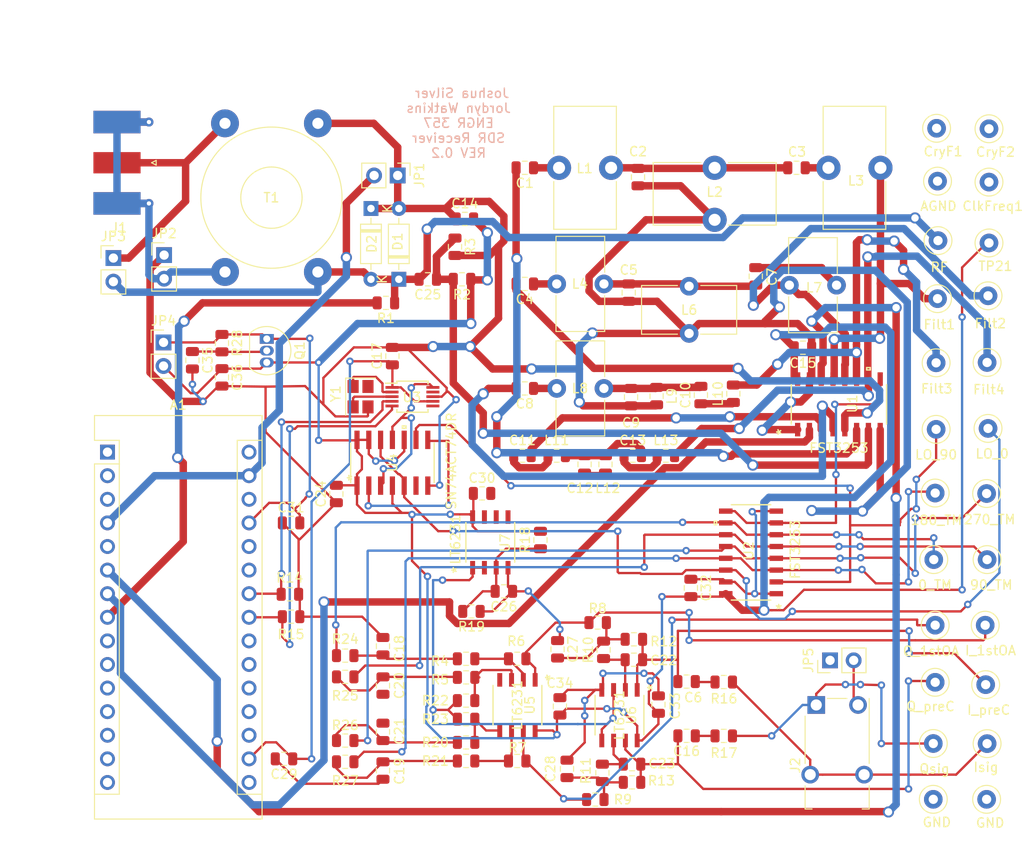
<source format=kicad_pcb>
(kicad_pcb (version 20171130) (host pcbnew "(5.1.5-0)")
  (layers (0 F.Cu signal) (31 B.Cu signal) (34 B.Paste user) (35 F.Paste user) (36 B.SilkS user) (37 F.SilkS user) (38 B.Mask user) (39 F.Mask user) (44 Edge.Cuts user))
  (net 0 "")
  (net 1 "Net-(A1-Pad1)")
  (net 2 3.3V)
  (net 3 "Net-(A1-Pad2)")
  (net 4 "Net-(A1-Pad18)")
  (net 5 "Net-(A1-Pad3)")
  (net 6 "Net-(A1-Pad19)")
  (net 7 "Net-(A1-Pad29)")
  (net 8 "Net-(A1-Pad20)")
  (net 9 "Net-(A1-Pad5)")
  (net 10 "Net-(A1-Pad21)")
  (net 11 D3)
  (net 12 "Net-(A1-Pad22)")
  (net 13 D4)
  (net 14 /SDA)
  (net 15 MUTE)
  (net 16 /SCL)
  (net 17 "Net-(A1-Pad9)")
  (net 18 "Net-(A1-Pad25)")
  (net 19 "Net-(A1-Pad10)")
  (net 20 "Net-(A1-Pad26)")
  (net 21 "Net-(A1-Pad11)")
  (net 22 5V)
  (net 23 "Net-(A1-Pad12)")
  (net 24 "Net-(A1-Pad28)")
  (net 25 "Net-(A1-Pad13)")
  (net 26 "Net-(A1-Pad14)")
  (net 27 "Net-(A1-Pad30)")
  (net 28 "Net-(A1-Pad15)")
  (net 29 "Net-(A1-Pad16)")
  (net 30 "Net-(C1-Pad2)")
  (net 31 "Net-(C1-Pad1)")
  (net 32 GND)
  (net 33 "Net-(C2-Pad2)")
  (net 34 "Net-(C3-Pad2)")
  (net 35 "Net-(C4-Pad1)")
  (net 36 "Net-(C4-Pad2)")
  (net 37 "Net-(C5-Pad2)")
  (net 38 "Net-(C6-Pad1)")
  (net 39 "Net-(C22-Pad1)")
  (net 40 "Net-(C7-Pad1)")
  (net 41 "Net-(C8-Pad1)")
  (net 42 "Net-(C8-Pad2)")
  (net 43 "Net-(C10-Pad2)")
  (net 44 "Net-(C10-Pad1)")
  (net 45 "Net-(C11-Pad1)")
  (net 46 "Net-(C11-Pad2)")
  (net 47 "Net-(C12-Pad2)")
  (net 48 "Net-(C13-Pad1)")
  (net 49 "Net-(C16-Pad2)")
  (net 50 "Net-(C16-Pad1)")
  (net 51 "/IF(0)")
  (net 52 "/IF(180)")
  (net 53 "/IF(90)")
  (net 54 "/IF(270)")
  (net 55 "Net-(C22-Pad2)")
  (net 56 "Net-(C23-Pad2)")
  (net 57 "Net-(C25-Pad2)")
  (net 58 "Net-(C26-Pad2)")
  (net 59 "Net-(C27-Pad2)")
  (net 60 "Net-(C28-Pad1)")
  (net 61 "Net-(J1-Pad1)")
  (net 62 "Net-(J1-Pad2)")
  (net 63 "/I(t)")
  (net 64 "/Q(t)")
  (net 65 "Net-(L3-Pad2)")
  (net 66 "Net-(L7-Pad2)")
  (net 67 "Net-(L10-Pad2)")
  (net 68 "Net-(L13-Pad2)")
  (net 69 "Net-(R4-Pad1)")
  (net 70 "Net-(R22-Pad2)")
  (net 71 "Net-(R6-Pad1)")
  (net 72 "Net-(R7-Pad1)")
  (net 73 "Net-(R21-Pad1)")
  (net 74 "Net-(R20-Pad1)")
  (net 75 AGND)
  (net 76 "Net-(R24-Pad2)")
  (net 77 "Net-(R25-Pad2)")
  (net 78 "Net-(R26-Pad2)")
  (net 79 "Net-(R27-Pad2)")
  (net 80 RF)
  (net 81 "LO(90)")
  (net 82 "LO(0)")
  (net 83 "Net-(U3-Pad3)")
  (net 84 "Net-(U3-Pad6)")
  (net 85 "Net-(U3-Pad9)")
  (net 86 "Net-(U4-Pad2)")
  (net 87 "Net-(U4-Pad6)")
  (net 88 4.3V)
  (net 89 "Net-(C35-Pad1)")
  (net 90 "Net-(J2-PadS)")
  (net 91 signal)
  (net 92 CLKOUT)
  (net 93 "Net-(CryF1-Pad1)")
  (net 94 "Net-(CryF2-Pad1)")
  (module TestPoint:TestPoint_Loop_D1.80mm_Drill1.0mm_Beaded (layer F.Cu) (at 185.3184 47.1932)
    (fp_text reference ClkFreq1 (at 0.4064 2.5908) (layer F.SilkS))
    (fp_text value " TP24")
    (pad 1 thru_hole circle (at 0 0) (size 2 2) (drill 1) (layers *.Cu *.Mask) (net 92 CLKOUT))
  )
  (module TestPoint:TestPoint_Loop_D1.80mm_Drill1.0mm_Beaded (layer F.Cu) (at 185.3184 41.4528)
    (fp_text reference CryF2 (at 0.7 2.5) (layer F.SilkS))
    (fp_text value TP23)
    (pad 1 thru_hole circle (at 0 0) (size 2 2) (drill 1) (layers *.Cu *.Mask) (net 94 "Net-(CryF2-Pad1)"))
  )
  (module TestPoint:TestPoint_Loop_D1.80mm_Drill1.0mm_Beaded (layer F.Cu) (at 179.6796 41.402)
    (fp_text reference CryF1 (at 0.7 2.5) (layer F.SilkS))
    (fp_text value TP22)
    (pad 1 thru_hole circle (at 0 0) (size 2 2) (drill 1) (layers *.Cu *.Mask) (net 93 "Net-(CryF1-Pad1)"))
  )
  (module TestPoint:TestPoint_Loop_D1.80mm_Drill1.0mm_Beaded (layer F.Cu) (at 185.3184 53.7464)
    (fp_text reference TP21 (at 0.7 2.5) (layer F.SilkS))
    (fp_text value 4.3V)
    (pad 1 thru_hole circle (at 0 0) (size 2 2) (drill 1) (layers *.Cu *.Mask) (net 88 4.3V))
  )
  (module footprintsLT6231:LT6231CS8-PBF (layer F.Cu) (at 145.542 104.5845 270)
    (fp_text reference U6 (at 0 -1.27 90) (layer F.SilkS))
    (fp_text value LT6231 (at 0 0 90) (layer F.SilkS))
    (fp_text user * (at -2.97815 -3.5814 90) (layer F.SilkS))
    (fp_text user * (at -2.97815 -3.5814 90) (layer F.SilkS))
    (pad 8 smd rect (at 2.72415 -1.905 270) (size 1.4605 0.5334) (layers F.Cu F.Paste F.Mask) (net 88 4.3V))
    (pad 7 smd rect (at 2.72415 -0.635 270) (size 1.4605 0.5334) (layers F.Cu F.Paste F.Mask) (net 49 "Net-(C16-Pad2)"))
    (pad 6 smd rect (at 2.72415 0.635 270) (size 1.4605 0.5334) (layers F.Cu F.Paste F.Mask) (net 56 "Net-(C23-Pad2)"))
    (pad 5 smd rect (at 2.72415 1.905 270) (size 1.4605 0.5334) (layers F.Cu F.Paste F.Mask) (net 75 AGND))
    (pad 4 smd rect (at -2.72415 1.905 270) (size 1.4605 0.5334) (layers F.Cu F.Paste F.Mask) (net 32 GND))
    (pad 3 smd rect (at -2.72415 0.635 270) (size 1.4605 0.5334) (layers F.Cu F.Paste F.Mask) (net 75 AGND))
    (pad 2 smd rect (at -2.72415 -0.635 270) (size 1.4605 0.5334) (layers F.Cu F.Paste F.Mask) (net 55 "Net-(C22-Pad2)"))
    (pad 1 smd rect (at -2.72415 -1.905 270) (size 1.4605 0.5334) (layers F.Cu F.Paste F.Mask) (net 39 "Net-(C22-Pad1)"))
  )
  (module footprintsLT6231:LT6231CS8-PBF (layer F.Cu) (at 134.5565 103.505 270)
    (fp_text reference U5 (at 0 -1.3335 90) (layer F.SilkS))
    (fp_text value LT6231 (at 0 0 90) (layer F.SilkS))
    (fp_text user * (at -2.97815 -3.5814 90) (layer F.SilkS))
    (fp_text user * (at -2.97815 -3.5814 90) (layer F.SilkS))
    (pad 8 smd rect (at 2.72415 -1.905 270) (size 1.4605 0.5334) (layers F.Cu F.Paste F.Mask) (net 88 4.3V))
    (pad 7 smd rect (at 2.72415 -0.635 270) (size 1.4605 0.5334) (layers F.Cu F.Paste F.Mask) (net 72 "Net-(R7-Pad1)"))
    (pad 6 smd rect (at 2.72415 0.635 270) (size 1.4605 0.5334) (layers F.Cu F.Paste F.Mask) (net 73 "Net-(R21-Pad1)"))
    (pad 5 smd rect (at 2.72415 1.905 270) (size 1.4605 0.5334) (layers F.Cu F.Paste F.Mask) (net 74 "Net-(R20-Pad1)"))
    (pad 4 smd rect (at -2.72415 1.905 270) (size 1.4605 0.5334) (layers F.Cu F.Paste F.Mask) (net 32 GND))
    (pad 3 smd rect (at -2.72415 0.635 270) (size 1.4605 0.5334) (layers F.Cu F.Paste F.Mask) (net 70 "Net-(R22-Pad2)"))
    (pad 2 smd rect (at -2.72415 -0.635 270) (size 1.4605 0.5334) (layers F.Cu F.Paste F.Mask) (net 69 "Net-(R4-Pad1)"))
    (pad 1 smd rect (at -2.72415 -1.905 270) (size 1.4605 0.5334) (layers F.Cu F.Paste F.Mask) (net 71 "Net-(R6-Pad1)"))
  )
  (module Capacitor_SMD:C_0805_2012Metric (layer F.Cu) (at 139.1285 103.632 90)
    (fp_text reference C34 (at 2.5 0 180) (layer F.SilkS))
    (fp_text value 0.1uF)
    (pad 1 smd roundrect (at -0.9375 0 90) (size 0.975 1.4) (layers F.Cu F.Paste F.Mask) (net 88 4.3V))
    (pad 2 smd roundrect (at 0.9375 0 90) (size 0.975 1.4) (layers F.Cu F.Paste F.Mask) (net 32 GND))
  )
  (module Resistor_SMD:R_0805_2012Metric (layer F.Cu) (at 129.6035 93.4085 180)
    (fp_text reference R19 (at 0 -1.65) (layer F.SilkS))
    (fp_text value 10k)
    (pad 2 smd roundrect (at 0.9375 0 180) (size 0.975 1.4) (layers F.Cu F.Paste F.Mask) (net 58 "Net-(C26-Pad2)"))
    (pad 1 smd roundrect (at -0.9375 0 180) (size 0.975 1.4) (layers F.Cu F.Paste F.Mask) (net 32 GND))
  )
  (module Resistor_SMD:R_0805_2012Metric (layer F.Cu) (at 137.033 85.725 90)
    (fp_text reference R18 (at 0 -1.65 90) (layer F.SilkS))
    (fp_text value 10k)
    (pad 1 smd roundrect (at -0.9375 0 90) (size 0.975 1.4) (layers F.Cu F.Paste F.Mask) (net 58 "Net-(C26-Pad2)"))
    (pad 2 smd roundrect (at 0.9375 0 90) (size 0.975 1.4) (layers F.Cu F.Paste F.Mask) (net 88 4.3V))
  )
  (module footprintsLT6231:LT6231CS8-PBF (layer F.Cu) (at 131.6355 85.979 90)
    (fp_text reference U7 (at -0.0635 1.5875 90) (layer F.SilkS))
    (fp_text value LT6231 (at 0.3175 -3.7465 90) (layer F.SilkS))
    (fp_text user * (at -2.97815 -3.5814 90) (layer F.SilkS))
    (fp_text user * (at -2.97815 -3.5814 90) (layer F.SilkS))
    (pad 8 smd rect (at 2.72415 -1.905 90) (size 1.4605 0.5334) (layers F.Cu F.Paste F.Mask) (net 88 4.3V))
    (pad 7 smd rect (at 2.72415 -0.635 90) (size 1.4605 0.5334) (layers F.Cu F.Paste F.Mask))
    (pad 6 smd rect (at 2.72415 0.635 90) (size 1.4605 0.5334) (layers F.Cu F.Paste F.Mask))
    (pad 5 smd rect (at 2.72415 1.905 90) (size 1.4605 0.5334) (layers F.Cu F.Paste F.Mask))
    (pad 4 smd rect (at -2.72415 1.905 90) (size 1.4605 0.5334) (layers F.Cu F.Paste F.Mask) (net 32 GND))
    (pad 3 smd rect (at -2.72415 0.635 90) (size 1.4605 0.5334) (layers F.Cu F.Paste F.Mask) (net 58 "Net-(C26-Pad2)"))
    (pad 2 smd rect (at -2.72415 -0.635 90) (size 1.4605 0.5334) (layers F.Cu F.Paste F.Mask) (net 75 AGND))
    (pad 1 smd rect (at -2.72415 -1.905 90) (size 1.4605 0.5334) (layers F.Cu F.Paste F.Mask) (net 75 AGND))
  )
  (module TestPoint:TestPoint_Loop_D1.80mm_Drill1.0mm_Beaded (layer F.Cu) (at 179.324 113.6396 90)
    (fp_text reference TP2 hide)
    (fp_text value GND (at -2.4765 0.381 180) (layer F.SilkS))
    (pad 1 thru_hole circle (at 0 0 90) (size 2 2) (drill 1) (layers *.Cu *.Mask) (net 32 GND))
  )
  (module Connector_PinHeader_2.54mm:PinHeader_1x02_P2.54mm_Vertical (layer F.Cu) (at 168.2115 98.679 90)
    (fp_text reference JP5 (at 0 -2.33 90) (layer F.SilkS))
    (fp_text value Jumper)
    (pad 2 thru_hole oval (at 0 2.54 90) (size 1.7 1.7) (drill 1) (layers *.Cu *.Mask) (net 90 "Net-(J2-PadS)"))
    (pad 1 thru_hole rect (at 0 0 90) (size 1.7 1.7) (drill 1) (layers *.Cu *.Mask) (net 32 GND))
  )
  (module Connector_Audio:Jack_3.5mm_Switronic_ST-005-G_horizontal (layer F.Cu) (at 168.9735 109.982 90)
    (fp_text reference J2 (at 0 -4.5 90) (layer F.SilkS))
    (fp_text value AudioJack3)
    (pad T thru_hole circle (at -1 -2.9 90) (size 1.9 1.9) (drill 1.2) (layers *.Cu *.Mask) (net 63 "/I(t)"))
    (pad T thru_hole circle (at -1 2.9 90) (size 1.9 1.9) (drill 1.2) (layers *.Cu *.Mask) (net 63 "/I(t)"))
    (pad R thru_hole rect (at 6.5 -2.25 90) (size 1.9 1.9) (drill 1.2) (layers *.Cu *.Mask) (net 64 "/Q(t)"))
    (pad S thru_hole circle (at 6.5 2.25 90) (size 1.9 1.9) (drill 1.2) (layers *.Cu *.Mask) (net 90 "Net-(J2-PadS)"))
    (pad "" np_thru_hole circle (at 2.5 2.5 90) (size 1 1) (drill 1) (layers *.Cu *.Mask))
    (pad "" np_thru_hole circle (at 2.5 -2.5 90) (size 1 1) (drill 1) (layers *.Cu *.Mask))
  )
  (module TestPoint:TestPoint_Loop_D1.80mm_Drill1.0mm_Beaded (layer F.Cu) (at 179.7812 47.0916 90)
    (fp_text reference TP20 hide)
    (fp_text value AGND (at -2.6924 0.1016 180) (layer F.SilkS))
    (pad 1 thru_hole circle (at 0 0 90) (size 2 2) (drill 1) (layers *.Cu *.Mask) (net 75 AGND))
  )
  (module TestPoint:TestPoint_Loop_D1.80mm_Drill1.0mm_Beaded (layer F.Cu) (at 179.324 107.6325 90)
    (fp_text reference TP19 hide)
    (fp_text value Qsig (at -2.7305 0.127 180) (layer F.SilkS))
    (pad 1 thru_hole circle (at 0 0 90) (size 2 2) (drill 1) (layers *.Cu *.Mask) (net 64 "/Q(t)"))
  )
  (module TestPoint:TestPoint_Loop_D1.80mm_Drill1.0mm_Beaded (layer F.Cu) (at 185.1152 107.6452 90)
    (fp_text reference TP18 hide)
    (fp_text value Isig (at -2.54 -0.127 180) (layer F.SilkS))
    (pad 1 thru_hole circle (at 0 0 90) (size 2 2) (drill 1) (layers *.Cu *.Mask) (net 63 "/I(t)"))
  )
  (module TestPoint:TestPoint_Loop_D1.80mm_Drill1.0mm_Beaded (layer F.Cu) (at 179.5272 80.6704 90)
    (fp_text reference TP17 hide)
    (fp_text value 180_TM (at -2.921 0.127 180) (layer F.SilkS))
    (pad 1 thru_hole circle (at 0 0 90) (size 2 2) (drill 1) (layers *.Cu *.Mask) (net 79 "Net-(R27-Pad2)"))
  )
  (module TestPoint:TestPoint_Loop_D1.80mm_Drill1.0mm_Beaded (layer F.Cu) (at 185.0644 80.7212 90)
    (fp_text reference TP16 hide)
    (fp_text value 270_TM (at -2.794 0.3175 180) (layer F.SilkS))
    (pad 1 thru_hole circle (at 0 0 90) (size 2 2) (drill 1) (layers *.Cu *.Mask) (net 78 "Net-(R26-Pad2)"))
  )
  (module TestPoint:TestPoint_Loop_D1.80mm_Drill1.0mm_Beaded (layer F.Cu) (at 185.1152 87.8332 90)
    (fp_text reference TP15 hide)
    (fp_text value 90_TM (at -2.7305 0.4445 180) (layer F.SilkS))
    (pad 1 thru_hole circle (at 0 0 90) (size 2 2) (drill 1) (layers *.Cu *.Mask) (net 77 "Net-(R25-Pad2)"))
  )
  (module TestPoint:TestPoint_Loop_D1.80mm_Drill1.0mm_Beaded (layer F.Cu) (at 179.3748 87.8332 90)
    (fp_text reference TP14 hide)
    (fp_text value 0_TM (at -2.7305 0.127 180) (layer F.SilkS))
    (pad 1 thru_hole circle (at 0 0 90) (size 2 2) (drill 1) (layers *.Cu *.Mask) (net 76 "Net-(R24-Pad2)"))
  )
  (module TestPoint:TestPoint_Loop_D1.80mm_Drill1.0mm_Beaded (layer F.Cu) (at 179.5272 101.0412 90)
    (fp_text reference TP13 hide)
    (fp_text value Q_preC (at -2.6035 -0.508 180) (layer F.SilkS))
    (pad 1 thru_hole circle (at 0 0 90) (size 2 2) (drill 1) (layers *.Cu *.Mask) (net 49 "Net-(C16-Pad2)"))
  )
  (module TestPoint:TestPoint_Loop_D1.80mm_Drill1.0mm_Beaded (layer F.Cu) (at 184.9628 101.2952 90)
    (fp_text reference TP12 hide)
    (fp_text value I_preC (at -2.7305 0.3175 180) (layer F.SilkS))
    (pad 1 thru_hole circle (at 0 0 90) (size 2 2) (drill 1) (layers *.Cu *.Mask) (net 39 "Net-(C22-Pad1)"))
  )
  (module TestPoint:TestPoint_Loop_D1.80mm_Drill1.0mm_Beaded (layer F.Cu) (at 179.5272 94.8944 90)
    (fp_text reference TP11 hide)
    (fp_text value Q_1stOA (at -2.794 -0.4445 180) (layer F.SilkS))
    (pad 1 thru_hole circle (at 0 0 90) (size 2 2) (drill 1) (layers *.Cu *.Mask) (net 72 "Net-(R7-Pad1)"))
  )
  (module TestPoint:TestPoint_Loop_D1.80mm_Drill1.0mm_Beaded (layer F.Cu) (at 184.912 94.8944 90)
    (fp_text reference TP10 hide)
    (fp_text value I_1stOA (at -2.7305 0.5715 180) (layer F.SilkS))
    (pad 1 thru_hole circle (at 0 0 90) (size 2 2) (drill 1) (layers *.Cu *.Mask) (net 71 "Net-(R6-Pad1)"))
  )
  (module TestPoint:TestPoint_Loop_D1.80mm_Drill1.0mm_Beaded (layer F.Cu) (at 185.2168 73.7108 90)
    (fp_text reference TP9 hide)
    (fp_text value LO_0 (at -2.7305 0.4445 180) (layer F.SilkS))
    (pad 1 thru_hole circle (at 0 0 90) (size 2 2) (drill 1) (layers *.Cu *.Mask) (net 82 "LO(0)"))
  )
  (module TestPoint:TestPoint_Loop_D1.80mm_Drill1.0mm_Beaded (layer F.Cu) (at 179.6288 73.8124 90)
    (fp_text reference TP8 hide)
    (fp_text value LO_90 (at -2.7305 0 180) (layer F.SilkS))
    (pad 1 thru_hole circle (at 0 0 90) (size 2 2) (drill 1) (layers *.Cu *.Mask) (net 81 "LO(90)"))
  )
  (module TestPoint:TestPoint_Loop_D1.80mm_Drill1.0mm_Beaded (layer F.Cu) (at 185.1152 66.6115 90)
    (fp_text reference TP7 hide)
    (fp_text value Filt4 (at -2.921 0.1905 180) (layer F.SilkS))
    (pad 1 thru_hole circle (at 0 0 90) (size 2 2) (drill 1) (layers *.Cu *.Mask) (net 68 "Net-(L13-Pad2)"))
  )
  (module TestPoint:TestPoint_Loop_D1.80mm_Drill1.0mm_Beaded (layer F.Cu) (at 179.6288 66.6496 90)
    (fp_text reference TP6 hide)
    (fp_text value Filt3 (at -2.794 0.0635 180) (layer F.SilkS))
    (pad 1 thru_hole circle (at 0 0 90) (size 2 2) (drill 1) (layers *.Cu *.Mask) (net 67 "Net-(L10-Pad2)"))
  )
  (module TestPoint:TestPoint_Loop_D1.80mm_Drill1.0mm_Beaded (layer F.Cu) (at 185.2168 59.436 90)
    (fp_text reference TP5 hide)
    (fp_text value Filt2 (at -2.9845 0.254 180) (layer F.SilkS))
    (pad 1 thru_hole circle (at 0 0 90) (size 2 2) (drill 1) (layers *.Cu *.Mask) (net 66 "Net-(L7-Pad2)"))
  )
  (module TestPoint:TestPoint_Loop_D1.80mm_Drill1.0mm_Beaded (layer F.Cu) (at 179.7812 59.7408 90)
    (fp_text reference TP4 hide)
    (fp_text value Filt1 (at -2.794 0.1905 180) (layer F.SilkS))
    (pad 1 thru_hole circle (at 0 0 90) (size 2 2) (drill 1) (layers *.Cu *.Mask) (net 65 "Net-(L3-Pad2)"))
  )
  (module TestPoint:TestPoint_Loop_D1.80mm_Drill1.0mm_Beaded (layer F.Cu) (at 179.832 53.4924 90)
    (fp_text reference TP3 hide)
    (fp_text value RF (at -2.8575 0.127 180) (layer F.SilkS))
    (pad 1 thru_hole circle (at 0 0 90) (size 2 2) (drill 1) (layers *.Cu *.Mask) (net 57 "Net-(C25-Pad2)"))
  )
  (module TestPoint:TestPoint_Loop_D1.80mm_Drill1.0mm_Beaded (layer F.Cu) (at 185.0644 113.6396 90)
    (fp_text reference TP1 hide)
    (fp_text value GND (at -2.54 0.381 180) (layer F.SilkS))
    (pad 1 thru_hole circle (at 0 0 90) (size 2 2) (drill 1) (layers *.Cu *.Mask) (net 32 GND))
  )
  (module Package_SO:MSOP-10_3x3mm_P0.5mm (layer F.Cu) (at 123.2535 70.2945)
    (fp_text reference U3 (at -0.0635 0.0635) (layer F.SilkS))
    (fp_text value Si5351A-B-GT)
    (pad 1 smd rect (at -2.2 -1) (size 1.4 0.3) (layers F.Cu F.Paste F.Mask) (net 2 3.3V))
    (pad 2 smd rect (at -2.2 -0.5) (size 1.4 0.3) (layers F.Cu F.Paste F.Mask) (net 93 "Net-(CryF1-Pad1)"))
    (pad 3 smd rect (at -2.2 0) (size 1.4 0.3) (layers F.Cu F.Paste F.Mask) (net 94 "Net-(CryF2-Pad1)"))
    (pad 4 smd rect (at -2.2 0.5) (size 1.4 0.3) (layers F.Cu F.Paste F.Mask) (net 16 /SCL))
    (pad 5 smd rect (at -2.2 1) (size 1.4 0.3) (layers F.Cu F.Paste F.Mask) (net 14 /SDA))
    (pad 6 smd rect (at 2.2 1) (size 1.4 0.3) (layers F.Cu F.Paste F.Mask) (net 84 "Net-(U3-Pad6)"))
    (pad 7 smd rect (at 2.2 0.5) (size 1.4 0.3) (layers F.Cu F.Paste F.Mask) (net 2 3.3V))
    (pad 8 smd rect (at 2.2 0) (size 1.4 0.3) (layers F.Cu F.Paste F.Mask) (net 32 GND))
    (pad 9 smd rect (at 2.2 -0.5) (size 1.4 0.3) (layers F.Cu F.Paste F.Mask) (net 85 "Net-(U3-Pad9)"))
    (pad 10 smd rect (at 2.2 -1) (size 1.4 0.3) (layers F.Cu F.Paste F.Mask) (net 92 CLKOUT))
  )
  (module Resistor_SMD:R_0805_2012Metric (layer F.Cu) (at 143.1925 94.615 180)
    (fp_text reference R8 (at 0 1.524) (layer F.SilkS))
    (fp_text value 866)
    (pad 1 smd roundrect (at -0.9375 0 180) (size 0.975 1.4) (layers F.Cu F.Paste F.Mask) (net 59 "Net-(C27-Pad2)"))
    (pad 2 smd roundrect (at 0.9375 0 180) (size 0.975 1.4) (layers F.Cu F.Paste F.Mask) (net 71 "Net-(R6-Pad1)"))
  )
  (module footprints:SN74ACT74DR (layer F.Cu) (at 121.0945 77.4065 90)
    (fp_text reference U4 (at 0 0 90) (layer F.SilkS))
    (fp_text value SN74ACT74DR (at 0.1905 6.35 270) (layer F.SilkS))
    (fp_text user * (at -1.6129 -4.2926 90) (layer F.SilkS))
    (fp_text user * (at -1.6129 -4.2926 90) (layer F.SilkS))
    (pad 14 smd rect (at 2.4638 -3.81 90) (size 1.9812 0.5588) (layers F.Cu F.Paste F.Mask) (net 88 4.3V))
    (pad 13 smd rect (at 2.4638 -2.54 90) (size 1.9812 0.5588) (layers F.Cu F.Paste F.Mask) (net 88 4.3V))
    (pad 12 smd rect (at 2.4638 -1.27 90) (size 1.9812 0.5588) (layers F.Cu F.Paste F.Mask) (net 82 "LO(0)"))
    (pad 11 smd rect (at 2.4638 0 90) (size 1.9812 0.5588) (layers F.Cu F.Paste F.Mask) (net 92 CLKOUT))
    (pad 10 smd rect (at 2.4638 1.27 90) (size 1.9812 0.5588) (layers F.Cu F.Paste F.Mask) (net 88 4.3V))
    (pad 9 smd rect (at 2.4638 2.54 90) (size 1.9812 0.5588) (layers F.Cu F.Paste F.Mask) (net 81 "LO(90)"))
    (pad 8 smd rect (at 2.4638 3.81 90) (size 1.9812 0.5588) (layers F.Cu F.Paste F.Mask) (net 86 "Net-(U4-Pad2)"))
    (pad 7 smd rect (at -2.4638 3.81 90) (size 1.9812 0.5588) (layers F.Cu F.Paste F.Mask) (net 32 GND))
    (pad 6 smd rect (at -2.4638 2.54 90) (size 1.9812 0.5588) (layers F.Cu F.Paste F.Mask) (net 87 "Net-(U4-Pad6)"))
    (pad 5 smd rect (at -2.4638 1.27 90) (size 1.9812 0.5588) (layers F.Cu F.Paste F.Mask) (net 82 "LO(0)"))
    (pad 4 smd rect (at -2.4638 0 90) (size 1.9812 0.5588) (layers F.Cu F.Paste F.Mask) (net 88 4.3V))
    (pad 3 smd rect (at -2.4638 -1.27 90) (size 1.9812 0.5588) (layers F.Cu F.Paste F.Mask) (net 92 CLKOUT))
    (pad 2 smd rect (at -2.4638 -2.54 90) (size 1.9812 0.5588) (layers F.Cu F.Paste F.Mask) (net 86 "Net-(U4-Pad2)"))
    (pad 1 smd rect (at -2.4638 -3.81 90) (size 1.9812 0.5588) (layers F.Cu F.Paste F.Mask) (net 88 4.3V))
  )
  (module footprintsFST:FST3253MX (layer F.Cu) (at 159.7025 87.0585 180)
    (fp_text reference U2 (at 0.254 0.1905 90) (layer F.SilkS))
    (fp_text value FST3253 (at -4.7625 0.3175 90) (layer F.SilkS))
    (fp_text user * (at -2.97535 -6.156) (layer F.SilkS))
    (fp_text user * (at -2.97535 -6.156) (layer F.SilkS))
    (pad 16 smd rect (at 2.721348 -4.445 180) (size 1.454899 0.568) (layers F.Cu F.Paste F.Mask) (net 88 4.3V))
    (pad 15 smd rect (at 2.721348 -3.175 180) (size 1.454899 0.568) (layers F.Cu F.Paste F.Mask) (net 32 GND))
    (pad 14 smd rect (at 2.721348 -1.905 180) (size 1.454899 0.568) (layers F.Cu F.Paste F.Mask) (net 82 "LO(0)"))
    (pad 13 smd rect (at 2.721348 -0.635 180) (size 1.454899 0.568) (layers F.Cu F.Paste F.Mask) (net 79 "Net-(R27-Pad2)"))
    (pad 12 smd rect (at 2.721348 0.635 180) (size 1.454899 0.568) (layers F.Cu F.Paste F.Mask) (net 78 "Net-(R26-Pad2)"))
    (pad 11 smd rect (at 2.721348 1.905 180) (size 1.454899 0.568) (layers F.Cu F.Paste F.Mask) (net 77 "Net-(R25-Pad2)"))
    (pad 10 smd rect (at 2.721348 3.175 180) (size 1.454899 0.568) (layers F.Cu F.Paste F.Mask) (net 76 "Net-(R24-Pad2)"))
    (pad 9 smd rect (at 2.721348 4.445 180) (size 1.454899 0.568) (layers F.Cu F.Paste F.Mask) (net 80 RF))
    (pad 8 smd rect (at -2.721348 4.445 180) (size 1.454899 0.568) (layers F.Cu F.Paste F.Mask) (net 32 GND))
    (pad 7 smd rect (at -2.721348 3.175 180) (size 1.454899 0.568) (layers F.Cu F.Paste F.Mask) (net 80 RF))
    (pad 6 smd rect (at -2.721348 1.905 180) (size 1.454899 0.568) (layers F.Cu F.Paste F.Mask) (net 76 "Net-(R24-Pad2)"))
    (pad 5 smd rect (at -2.721348 0.635 180) (size 1.454899 0.568) (layers F.Cu F.Paste F.Mask) (net 77 "Net-(R25-Pad2)"))
    (pad 4 smd rect (at -2.721348 -0.635 180) (size 1.454899 0.568) (layers F.Cu F.Paste F.Mask) (net 78 "Net-(R26-Pad2)"))
    (pad 3 smd rect (at -2.721348 -1.905 180) (size 1.454899 0.568) (layers F.Cu F.Paste F.Mask) (net 79 "Net-(R27-Pad2)"))
    (pad 2 smd rect (at -2.721348 -3.175 180) (size 1.454899 0.568) (layers F.Cu F.Paste F.Mask) (net 81 "LO(90)"))
    (pad 1 smd rect (at -2.721348 -4.445 180) (size 1.454899 0.568) (layers F.Cu F.Paste F.Mask) (net 32 GND))
  )
  (module footprintsFST:FST3253MX (layer F.Cu) (at 169.164 71.12 90)
    (fp_text reference U1 (at 0.0635 1.4605 90) (layer F.SilkS))
    (fp_text value FST3253 (at -4.699 0 180) (layer F.SilkS))
    (fp_text user * (at -2.97535 -6.156 90) (layer F.SilkS))
    (fp_text user * (at -2.97535 -6.156 90) (layer F.SilkS))
    (pad 16 smd rect (at 2.721348 -4.445 90) (size 1.454899 0.568) (layers F.Cu F.Paste F.Mask) (net 88 4.3V))
    (pad 15 smd rect (at 2.721348 -3.175 90) (size 1.454899 0.568) (layers F.Cu F.Paste F.Mask) (net 32 GND))
    (pad 14 smd rect (at 2.721348 -1.905 90) (size 1.454899 0.568) (layers F.Cu F.Paste F.Mask) (net 11 D3))
    (pad 13 smd rect (at 2.721348 -0.635 90) (size 1.454899 0.568) (layers F.Cu F.Paste F.Mask) (net 68 "Net-(L13-Pad2)"))
    (pad 12 smd rect (at 2.721348 0.635 90) (size 1.454899 0.568) (layers F.Cu F.Paste F.Mask) (net 67 "Net-(L10-Pad2)"))
    (pad 11 smd rect (at 2.721348 1.905 90) (size 1.454899 0.568) (layers F.Cu F.Paste F.Mask) (net 66 "Net-(L7-Pad2)"))
    (pad 10 smd rect (at 2.721348 3.175 90) (size 1.454899 0.568) (layers F.Cu F.Paste F.Mask) (net 65 "Net-(L3-Pad2)"))
    (pad 9 smd rect (at 2.721348 4.445 90) (size 1.454899 0.568) (layers F.Cu F.Paste F.Mask) (net 80 RF))
    (pad 8 smd rect (at -2.721348 4.445 90) (size 1.454899 0.568) (layers F.Cu F.Paste F.Mask) (net 32 GND))
    (pad 7 smd rect (at -2.721348 3.175 90) (size 1.454899 0.568) (layers F.Cu F.Paste F.Mask) (net 91 signal))
    (pad 6 smd rect (at -2.721348 1.905 90) (size 1.454899 0.568) (layers F.Cu F.Paste F.Mask) (net 30 "Net-(C1-Pad2)"))
    (pad 5 smd rect (at -2.721348 0.635 90) (size 1.454899 0.568) (layers F.Cu F.Paste F.Mask) (net 36 "Net-(C4-Pad2)"))
    (pad 4 smd rect (at -2.721348 -0.635 90) (size 1.454899 0.568) (layers F.Cu F.Paste F.Mask) (net 42 "Net-(C8-Pad2)"))
    (pad 3 smd rect (at -2.721348 -1.905 90) (size 1.454899 0.568) (layers F.Cu F.Paste F.Mask) (net 46 "Net-(C11-Pad2)"))
    (pad 2 smd rect (at -2.721348 -3.175 90) (size 1.454899 0.568) (layers F.Cu F.Paste F.Mask) (net 13 D4))
    (pad 1 smd rect (at -2.721348 -4.445 90) (size 1.454899 0.568) (layers F.Cu F.Paste F.Mask) (net 32 GND))
  )
  (module Resistor_SMD:R_0805_2012Metric (layer F.Cu) (at 102.743 64.531 270)
    (fp_text reference R28 (at 0 -1.65 90) (layer F.SilkS))
    (fp_text value 1k)
    (pad 2 smd roundrect (at 0.9375 0 270) (size 0.975 1.4) (layers F.Cu F.Paste F.Mask) (net 89 "Net-(C35-Pad1)"))
    (pad 1 smd roundrect (at -0.9375 0 270) (size 0.975 1.4) (layers F.Cu F.Paste F.Mask) (net 22 5V))
  )
  (module Package_TO_SOT_THT:TO-92_Inline (layer F.Cu) (at 107.569 64.0715 270)
    (fp_text reference Q1 (at 1.27 -3.56 90) (layer F.SilkS))
    (fp_text value BC237)
    (pad 1 thru_hole rect (at 0 0 270) (size 1.05 1.5) (drill 0.75) (layers *.Cu *.Mask) (net 22 5V))
    (pad 3 thru_hole oval (at 2.54 0 270) (size 1.05 1.5) (drill 0.75) (layers *.Cu *.Mask) (net 88 4.3V))
    (pad 2 thru_hole oval (at 1.27 0 270) (size 1.05 1.5) (drill 0.75) (layers *.Cu *.Mask) (net 89 "Net-(C35-Pad1)"))
  )
  (module Inductor_SMD:L_0805_2012Metric (layer F.Cu) (at 149.536 70.231 270)
    (fp_text reference L9 (at 0 -1.65 90) (layer F.SilkS))
    (fp_text value 300nH)
    (pad 2 smd roundrect (at 0.9375 0 270) (size 0.975 1.4) (layers F.Cu F.Paste F.Mask) (net 32 GND))
    (pad 1 smd roundrect (at -0.9375 0 270) (size 0.975 1.4) (layers F.Cu F.Paste F.Mask) (net 43 "Net-(C10-Pad2)"))
  )
  (module Connector_PinHeader_2.54mm:PinHeader_1x02_P2.54mm_Vertical (layer F.Cu) (at 96.4565 64.4525)
    (fp_text reference JP4 (at 0 -2.33) (layer F.SilkS))
    (fp_text value Jumper)
    (pad 2 thru_hole oval (at 0 2.54) (size 1.7 1.7) (drill 1) (layers *.Cu *.Mask) (net 88 4.3V))
    (pad 1 thru_hole rect (at 0 0) (size 1.7 1.7) (drill 1) (layers *.Cu *.Mask) (net 22 5V))
  )
  (module Connector_PinHeader_2.54mm:PinHeader_1x02_P2.54mm_Vertical (layer F.Cu) (at 91.059 55.372)
    (fp_text reference JP3 (at 0 -2.33) (layer F.SilkS))
    (fp_text value Jumper)
    (pad 2 thru_hole oval (at 0 2.54) (size 1.7 1.7) (drill 1) (layers *.Cu *.Mask) (net 57 "Net-(C25-Pad2)"))
    (pad 1 thru_hole rect (at 0 0) (size 1.7 1.7) (drill 1) (layers *.Cu *.Mask) (net 61 "Net-(J1-Pad1)"))
  )
  (module Connector_PinHeader_2.54mm:PinHeader_1x02_P2.54mm_Vertical (layer F.Cu) (at 96.52 55.0545)
    (fp_text reference JP2 (at 0 -2.33) (layer F.SilkS))
    (fp_text value Jumper)
    (pad 2 thru_hole oval (at 0 2.54) (size 1.7 1.7) (drill 1) (layers *.Cu *.Mask) (net 62 "Net-(J1-Pad2)"))
    (pad 1 thru_hole rect (at 0 0) (size 1.7 1.7) (drill 1) (layers *.Cu *.Mask) (net 32 GND))
  )
  (module Connector_PinHeader_2.54mm:PinHeader_1x02_P2.54mm_Vertical (layer F.Cu) (at 121.666 46.482 270)
    (fp_text reference JP1 (at 0 -2.33 90) (layer F.SilkS))
    (fp_text value Jumper_NC_Small)
    (pad 2 thru_hole oval (at 0 2.54 270) (size 1.7 1.7) (drill 1) (layers *.Cu *.Mask) (net 7 "Net-(A1-Pad29)"))
    (pad 1 thru_hole rect (at 0 0 270) (size 1.7 1.7) (drill 1) (layers *.Cu *.Mask) (net 32 GND))
  )
  (module Capacitor_SMD:C_0805_2012Metric (layer F.Cu) (at 102.743 68.214 270)
    (fp_text reference C36 (at 0 -1.65 90) (layer F.SilkS))
    (fp_text value 0.1uF)
    (pad 2 smd roundrect (at 0.9375 0 270) (size 0.975 1.4) (layers F.Cu F.Paste F.Mask) (net 32 GND))
    (pad 1 smd roundrect (at -0.9375 0 270) (size 0.975 1.4) (layers F.Cu F.Paste F.Mask) (net 88 4.3V))
  )
  (module Capacitor_SMD:C_0805_2012Metric (layer F.Cu) (at 99.568 66.3725 270)
    (fp_text reference C35 (at 0 -1.65 90) (layer F.SilkS))
    (fp_text value 10uF)
    (pad 2 smd roundrect (at 0.9375 0 270) (size 0.975 1.4) (layers F.Cu F.Paste F.Mask) (net 32 GND))
    (pad 1 smd roundrect (at -0.9375 0 270) (size 0.975 1.4) (layers F.Cu F.Paste F.Mask) (net 89 "Net-(C35-Pad1)"))
  )
  (module Module:Arduino_Nano (layer F.Cu) (at 90.424 76.2635)
    (fp_text reference A1 (at 7.62 -5.08) (layer F.SilkS))
    (fp_text value "Arduino Nano V3")
    (pad 1 thru_hole rect (at 0 0) (size 1.6 1.6) (drill 1) (layers *.Cu *.Mask) (net 1 "Net-(A1-Pad1)"))
    (pad 17 thru_hole oval (at 15.24 33.02) (size 1.6 1.6) (drill 1) (layers *.Cu *.Mask) (net 2 3.3V))
    (pad 2 thru_hole oval (at 0 2.54) (size 1.6 1.6) (drill 1) (layers *.Cu *.Mask) (net 3 "Net-(A1-Pad2)"))
    (pad 18 thru_hole oval (at 15.24 30.48) (size 1.6 1.6) (drill 1) (layers *.Cu *.Mask) (net 4 "Net-(A1-Pad18)"))
    (pad 3 thru_hole oval (at 0 5.08) (size 1.6 1.6) (drill 1) (layers *.Cu *.Mask) (net 5 "Net-(A1-Pad3)"))
    (pad 19 thru_hole oval (at 15.24 27.94) (size 1.6 1.6) (drill 1) (layers *.Cu *.Mask) (net 6 "Net-(A1-Pad19)"))
    (pad 4 thru_hole oval (at 0 7.62) (size 1.6 1.6) (drill 1) (layers *.Cu *.Mask) (net 7 "Net-(A1-Pad29)"))
    (pad 20 thru_hole oval (at 15.24 25.4) (size 1.6 1.6) (drill 1) (layers *.Cu *.Mask) (net 8 "Net-(A1-Pad20)"))
    (pad 5 thru_hole oval (at 0 10.16) (size 1.6 1.6) (drill 1) (layers *.Cu *.Mask) (net 9 "Net-(A1-Pad5)"))
    (pad 21 thru_hole oval (at 15.24 22.86) (size 1.6 1.6) (drill 1) (layers *.Cu *.Mask) (net 10 "Net-(A1-Pad21)"))
    (pad 6 thru_hole oval (at 0 12.7) (size 1.6 1.6) (drill 1) (layers *.Cu *.Mask) (net 11 D3))
    (pad 22 thru_hole oval (at 15.24 20.32) (size 1.6 1.6) (drill 1) (layers *.Cu *.Mask) (net 12 "Net-(A1-Pad22)"))
    (pad 7 thru_hole oval (at 0 15.24) (size 1.6 1.6) (drill 1) (layers *.Cu *.Mask) (net 13 D4))
    (pad 23 thru_hole oval (at 15.24 17.78) (size 1.6 1.6) (drill 1) (layers *.Cu *.Mask) (net 14 /SDA))
    (pad 8 thru_hole oval (at 0 17.78) (size 1.6 1.6) (drill 1) (layers *.Cu *.Mask) (net 15 MUTE))
    (pad 24 thru_hole oval (at 15.24 15.24) (size 1.6 1.6) (drill 1) (layers *.Cu *.Mask) (net 16 /SCL))
    (pad 9 thru_hole oval (at 0 20.32) (size 1.6 1.6) (drill 1) (layers *.Cu *.Mask) (net 17 "Net-(A1-Pad9)"))
    (pad 25 thru_hole oval (at 15.24 12.7) (size 1.6 1.6) (drill 1) (layers *.Cu *.Mask) (net 18 "Net-(A1-Pad25)"))
    (pad 10 thru_hole oval (at 0 22.86) (size 1.6 1.6) (drill 1) (layers *.Cu *.Mask) (net 19 "Net-(A1-Pad10)"))
    (pad 26 thru_hole oval (at 15.24 10.16) (size 1.6 1.6) (drill 1) (layers *.Cu *.Mask) (net 20 "Net-(A1-Pad26)"))
    (pad 11 thru_hole oval (at 0 25.4) (size 1.6 1.6) (drill 1) (layers *.Cu *.Mask) (net 21 "Net-(A1-Pad11)"))
    (pad 27 thru_hole oval (at 15.24 7.62) (size 1.6 1.6) (drill 1) (layers *.Cu *.Mask) (net 22 5V))
    (pad 12 thru_hole oval (at 0 27.94) (size 1.6 1.6) (drill 1) (layers *.Cu *.Mask) (net 23 "Net-(A1-Pad12)"))
    (pad 28 thru_hole oval (at 15.24 5.08) (size 1.6 1.6) (drill 1) (layers *.Cu *.Mask) (net 24 "Net-(A1-Pad28)"))
    (pad 13 thru_hole oval (at 0 30.48) (size 1.6 1.6) (drill 1) (layers *.Cu *.Mask) (net 25 "Net-(A1-Pad13)"))
    (pad 29 thru_hole oval (at 15.24 2.54) (size 1.6 1.6) (drill 1) (layers *.Cu *.Mask) (net 7 "Net-(A1-Pad29)"))
    (pad 14 thru_hole oval (at 0 33.02) (size 1.6 1.6) (drill 1) (layers *.Cu *.Mask) (net 26 "Net-(A1-Pad14)"))
    (pad 30 thru_hole oval (at 15.24 0) (size 1.6 1.6) (drill 1) (layers *.Cu *.Mask) (net 27 "Net-(A1-Pad30)"))
    (pad 15 thru_hole oval (at 0 35.56) (size 1.6 1.6) (drill 1) (layers *.Cu *.Mask) (net 28 "Net-(A1-Pad15)"))
    (pad 16 thru_hole oval (at 15.24 35.56) (size 1.6 1.6) (drill 1) (layers *.Cu *.Mask) (net 29 "Net-(A1-Pad16)"))
  )
  (module Capacitor_SMD:C_0805_2012Metric (layer F.Cu) (at 135.3485 45.656 180)
    (fp_text reference C1 (at 0 -1.65) (layer F.SilkS))
    (fp_text value 2.2nF)
    (pad 1 smd roundrect (at -0.9375 0 180) (size 0.975 1.4) (layers F.Cu F.Paste F.Mask) (net 31 "Net-(C1-Pad1)"))
    (pad 2 smd roundrect (at 0.9375 0 180) (size 0.975 1.4) (layers F.Cu F.Paste F.Mask) (net 30 "Net-(C1-Pad2)"))
  )
  (module Capacitor_SMD:C_0805_2012Metric (layer F.Cu) (at 147.536 46.656 90)
    (fp_text reference C2 (at 2.75 0 180) (layer F.SilkS))
    (fp_text value 3.3nF)
    (pad 2 smd roundrect (at 0.9375 0 90) (size 0.975 1.4) (layers F.Cu F.Paste F.Mask) (net 33 "Net-(C2-Pad2)"))
    (pad 1 smd roundrect (at -0.9375 0 90) (size 0.975 1.4) (layers F.Cu F.Paste F.Mask) (net 32 GND))
  )
  (module Capacitor_SMD:C_0805_2012Metric (layer F.Cu) (at 164.5985 45.656)
    (fp_text reference C3 (at 0.057 -1.714) (layer F.SilkS))
    (fp_text value 2.2nF)
    (pad 1 smd roundrect (at -0.9375 0) (size 0.975 1.4) (layers F.Cu F.Paste F.Mask) (net 33 "Net-(C2-Pad2)"))
    (pad 2 smd roundrect (at 0.9375 0) (size 0.975 1.4) (layers F.Cu F.Paste F.Mask) (net 34 "Net-(C3-Pad2)"))
  )
  (module Capacitor_SMD:C_0805_2012Metric (layer F.Cu) (at 135.3485 58.156 180)
    (fp_text reference C4 (at 0 -1.65) (layer F.SilkS))
    (fp_text value 680pF)
    (pad 1 smd roundrect (at -0.9375 0 180) (size 0.975 1.4) (layers F.Cu F.Paste F.Mask) (net 35 "Net-(C4-Pad1)"))
    (pad 2 smd roundrect (at 0.9375 0 180) (size 0.975 1.4) (layers F.Cu F.Paste F.Mask) (net 36 "Net-(C4-Pad2)"))
  )
  (module Capacitor_SMD:C_0805_2012Metric (layer F.Cu) (at 146.536 59.0935 90)
    (fp_text reference C5 (at 2.4375 0 180) (layer F.SilkS))
    (fp_text value 1.3nF)
    (pad 2 smd roundrect (at 0.9375 0 90) (size 0.975 1.4) (layers F.Cu F.Paste F.Mask) (net 37 "Net-(C5-Pad2)"))
    (pad 1 smd roundrect (at -0.9375 0 90) (size 0.975 1.4) (layers F.Cu F.Paste F.Mask) (net 32 GND))
  )
  (module Capacitor_SMD:C_0805_2012Metric (layer F.Cu) (at 152.766 100.965 180)
    (fp_text reference C6 (at -0.7135 -1.7145) (layer F.SilkS))
    (fp_text value 10uF)
    (pad 2 smd roundrect (at 0.9375 0 180) (size 0.975 1.4) (layers F.Cu F.Paste F.Mask) (net 39 "Net-(C22-Pad1)"))
    (pad 1 smd roundrect (at -0.9375 0 180) (size 0.975 1.4) (layers F.Cu F.Paste F.Mask) (net 38 "Net-(C6-Pad1)"))
  )
  (module Capacitor_SMD:C_0805_2012Metric (layer F.Cu) (at 160.2105 57.3405 270)
    (fp_text reference C7 (at 0.0505 -1.75 90) (layer F.SilkS))
    (fp_text value 680pF)
    (pad 2 smd roundrect (at 0.9375 0 270) (size 0.975 1.4) (layers F.Cu F.Paste F.Mask) (net 37 "Net-(C5-Pad2)"))
    (pad 1 smd roundrect (at -0.9375 0 270) (size 0.975 1.4) (layers F.Cu F.Paste F.Mask) (net 40 "Net-(C7-Pad1)"))
  )
  (module Capacitor_SMD:C_0805_2012Metric (layer F.Cu) (at 135.3485 69.406 180)
    (fp_text reference C8 (at 0 -1.65) (layer F.SilkS))
    (fp_text value 240pF)
    (pad 1 smd roundrect (at -0.9375 0 180) (size 0.975 1.4) (layers F.Cu F.Paste F.Mask) (net 41 "Net-(C8-Pad1)"))
    (pad 2 smd roundrect (at 0.9375 0 180) (size 0.975 1.4) (layers F.Cu F.Paste F.Mask) (net 42 "Net-(C8-Pad2)"))
  )
  (module Capacitor_SMD:C_0805_2012Metric (layer F.Cu) (at 146.786 70.3435 90)
    (fp_text reference C9 (at -2.75 0 180) (layer F.SilkS))
    (fp_text value 510pF)
    (pad 2 smd roundrect (at 0.9375 0 90) (size 0.975 1.4) (layers F.Cu F.Paste F.Mask) (net 43 "Net-(C10-Pad2)"))
    (pad 1 smd roundrect (at -0.9375 0 90) (size 0.975 1.4) (layers F.Cu F.Paste F.Mask) (net 32 GND))
  )
  (module Capacitor_SMD:C_0805_2012Metric (layer F.Cu) (at 154.305 70.119 90)
    (fp_text reference C10 (at 0 -1.65 90) (layer F.SilkS))
    (fp_text value 240pF)
    (pad 1 smd roundrect (at -0.9375 0 90) (size 0.975 1.4) (layers F.Cu F.Paste F.Mask) (net 44 "Net-(C10-Pad1)"))
    (pad 2 smd roundrect (at 0.9375 0 90) (size 0.975 1.4) (layers F.Cu F.Paste F.Mask) (net 43 "Net-(C10-Pad2)"))
  )
  (module Capacitor_SMD:C_0805_2012Metric (layer F.Cu) (at 135.0945 76.644)
    (fp_text reference C11 (at 0 -1.65) (layer F.SilkS))
    (fp_text value 91pF)
    (pad 1 smd roundrect (at -0.9375 0) (size 0.975 1.4) (layers F.Cu F.Paste F.Mask) (net 45 "Net-(C11-Pad1)"))
    (pad 2 smd roundrect (at 0.9375 0) (size 0.975 1.4) (layers F.Cu F.Paste F.Mask) (net 46 "Net-(C11-Pad2)"))
  )
  (module Capacitor_SMD:C_0805_2012Metric (layer F.Cu) (at 141.782 77.5815 90)
    (fp_text reference C12 (at -2.5625 -0.5 180) (layer F.SilkS))
    (fp_text value 220pF)
    (pad 2 smd roundrect (at 0.9375 0 90) (size 0.975 1.4) (layers F.Cu F.Paste F.Mask) (net 47 "Net-(C12-Pad2)"))
    (pad 1 smd roundrect (at -0.9375 0 90) (size 0.975 1.4) (layers F.Cu F.Paste F.Mask) (net 32 GND))
  )
  (module Capacitor_SMD:C_0805_2012Metric (layer F.Cu) (at 146.9695 76.644)
    (fp_text reference C13 (at 0 -1.65) (layer F.SilkS))
    (fp_text value 91pF)
    (pad 2 smd roundrect (at 0.9375 0) (size 0.975 1.4) (layers F.Cu F.Paste F.Mask) (net 47 "Net-(C12-Pad2)"))
    (pad 1 smd roundrect (at -0.9375 0) (size 0.975 1.4) (layers F.Cu F.Paste F.Mask) (net 48 "Net-(C13-Pad1)"))
  )
  (module Capacitor_SMD:C_0805_2012Metric (layer F.Cu) (at 128.8965 51.156)
    (fp_text reference C14 (at 0 -1.65) (layer F.SilkS))
    (fp_text value 0.1uF)
    (pad 1 smd roundrect (at -0.9375 0) (size 0.975 1.4) (layers F.Cu F.Paste F.Mask) (net 32 GND))
    (pad 2 smd roundrect (at 0.9375 0) (size 0.975 1.4) (layers F.Cu F.Paste F.Mask) (net 88 4.3V))
  )
  (module Capacitor_SMD:C_0805_2012Metric (layer F.Cu) (at 165.2905 65.024 180)
    (fp_text reference C15 (at 0 -1.65) (layer F.SilkS))
    (fp_text value 0.1u)
    (pad 1 smd roundrect (at -0.9375 0 180) (size 0.975 1.4) (layers F.Cu F.Paste F.Mask) (net 32 GND))
    (pad 2 smd roundrect (at 0.9375 0 180) (size 0.975 1.4) (layers F.Cu F.Paste F.Mask) (net 88 4.3V))
  )
  (module Capacitor_SMD:C_0805_2012Metric (layer F.Cu) (at 152.766 106.807 180)
    (fp_text reference C16 (at 0 -1.65) (layer F.SilkS))
    (fp_text value 10uF)
    (pad 1 smd roundrect (at -0.9375 0 180) (size 0.975 1.4) (layers F.Cu F.Paste F.Mask) (net 50 "Net-(C16-Pad1)"))
    (pad 2 smd roundrect (at 0.9375 0 180) (size 0.975 1.4) (layers F.Cu F.Paste F.Mask) (net 49 "Net-(C16-Pad2)"))
  )
  (module Capacitor_SMD:C_0805_2012Metric (layer F.Cu) (at 121.0945 65.928 90)
    (fp_text reference C17 (at 0 -1.65 90) (layer F.SilkS))
    (fp_text value 0.1u)
    (pad 1 smd roundrect (at -0.9375 0 90) (size 0.975 1.4) (layers F.Cu F.Paste F.Mask) (net 2 3.3V))
    (pad 2 smd roundrect (at 0.9375 0 90) (size 0.975 1.4) (layers F.Cu F.Paste F.Mask) (net 32 GND))
  )
  (module Capacitor_SMD:C_0805_2012Metric (layer F.Cu) (at 120.0785 97.155 90)
    (fp_text reference C18 (at -0.254 1.778 270) (layer F.SilkS))
    (fp_text value 17nF)
    (pad 2 smd roundrect (at 0.9375 0 90) (size 0.975 1.4) (layers F.Cu F.Paste F.Mask) (net 32 GND))
    (pad 1 smd roundrect (at -0.9375 0 90) (size 0.975 1.4) (layers F.Cu F.Paste F.Mask) (net 54 "/IF(270)"))
  )
  (module Capacitor_SMD:C_0805_2012Metric (layer F.Cu) (at 120.0785 110.5385 90)
    (fp_text reference C19 (at -0.0785 1.778 90) (layer F.SilkS))
    (fp_text value 17nF)
    (pad 1 smd roundrect (at -0.9375 0 90) (size 0.975 1.4) (layers F.Cu F.Paste F.Mask) (net 52 "/IF(180)"))
    (pad 2 smd roundrect (at 0.9375 0 90) (size 0.975 1.4) (layers F.Cu F.Paste F.Mask) (net 32 GND))
  )
  (module Capacitor_SMD:C_0805_2012Metric (layer F.Cu) (at 120.0785 101.3945 270)
    (fp_text reference C20 (at 0 -1.778 90) (layer F.SilkS))
    (fp_text value 17nF)
    (pad 1 smd roundrect (at -0.9375 0 270) (size 0.975 1.4) (layers F.Cu F.Paste F.Mask) (net 51 "/IF(0)"))
    (pad 2 smd roundrect (at 0.9375 0 270) (size 0.975 1.4) (layers F.Cu F.Paste F.Mask) (net 32 GND))
  )
  (module Capacitor_SMD:C_0805_2012Metric (layer F.Cu) (at 120.0785 106.3775 270)
    (fp_text reference C21 (at -0.0785 -1.778 90) (layer F.SilkS))
    (fp_text value 17nF)
    (pad 2 smd roundrect (at 0.9375 0 270) (size 0.975 1.4) (layers F.Cu F.Paste F.Mask) (net 32 GND))
    (pad 1 smd roundrect (at -0.9375 0 270) (size 0.975 1.4) (layers F.Cu F.Paste F.Mask) (net 53 "/IF(90)"))
  )
  (module Capacitor_SMD:C_0805_2012Metric (layer F.Cu) (at 147.091 98.613 180)
    (fp_text reference C22 (at -3.2135 -0.066) (layer F.SilkS))
    (fp_text value 1nF)
    (pad 1 smd roundrect (at -0.9375 0 180) (size 0.975 1.4) (layers F.Cu F.Paste F.Mask) (net 39 "Net-(C22-Pad1)"))
    (pad 2 smd roundrect (at 0.9375 0 180) (size 0.975 1.4) (layers F.Cu F.Paste F.Mask) (net 55 "Net-(C22-Pad2)"))
  )
  (module Capacitor_SMD:C_0805_2012Metric (layer F.Cu) (at 146.891 109.855 180)
    (fp_text reference C23 (at -3.223 0.0635) (layer F.SilkS))
    (fp_text value 1nF)
    (pad 2 smd roundrect (at 0.9375 0 180) (size 0.975 1.4) (layers F.Cu F.Paste F.Mask) (net 56 "Net-(C23-Pad2)"))
    (pad 1 smd roundrect (at -0.9375 0 180) (size 0.975 1.4) (layers F.Cu F.Paste F.Mask) (net 49 "Net-(C16-Pad2)"))
  )
  (module Capacitor_SMD:C_0805_2012Metric (layer F.Cu) (at 115.062 80.772 90)
    (fp_text reference C24 (at 0 -1.65 90) (layer F.SilkS))
    (fp_text value 0.1u)
    (pad 2 smd roundrect (at 0.9375 0 90) (size 0.975 1.4) (layers F.Cu F.Paste F.Mask) (net 88 4.3V))
    (pad 1 smd roundrect (at -0.9375 0 90) (size 0.975 1.4) (layers F.Cu F.Paste F.Mask) (net 32 GND))
  )
  (module Capacitor_SMD:C_0805_2012Metric (layer F.Cu) (at 124.9045 57.658 180)
    (fp_text reference C25 (at 0 -1.65) (layer F.SilkS))
    (fp_text value 0.1uF)
    (pad 2 smd roundrect (at 0.9375 0 180) (size 0.975 1.4) (layers F.Cu F.Paste F.Mask) (net 57 "Net-(C25-Pad2)"))
    (pad 1 smd roundrect (at -0.9375 0 180) (size 0.975 1.4) (layers F.Cu F.Paste F.Mask) (net 91 signal))
  )
  (module Capacitor_SMD:C_0805_2012Metric (layer F.Cu) (at 133.096 91.2495 180)
    (fp_text reference C26 (at 0 -1.65) (layer F.SilkS))
    (fp_text value 10uF)
    (pad 1 smd roundrect (at -0.9375 0 180) (size 0.975 1.4) (layers F.Cu F.Paste F.Mask) (net 32 GND))
    (pad 2 smd roundrect (at 0.9375 0 180) (size 0.975 1.4) (layers F.Cu F.Paste F.Mask) (net 58 "Net-(C26-Pad2)"))
  )
  (module Capacitor_SMD:C_0805_2012Metric (layer F.Cu) (at 138.8745 97.4875 270)
    (fp_text reference C27 (at 0 -1.65 90) (layer F.SilkS))
    (fp_text value 22.6nF)
    (pad 1 smd roundrect (at -0.9375 0 270) (size 0.975 1.4) (layers F.Cu F.Paste F.Mask) (net 32 GND))
    (pad 2 smd roundrect (at 0.9375 0 270) (size 0.975 1.4) (layers F.Cu F.Paste F.Mask) (net 59 "Net-(C27-Pad2)"))
  )
  (module Capacitor_SMD:C_0805_2012Metric (layer F.Cu) (at 139.8905 110.363 90)
    (fp_text reference C28 (at 0 -1.778 270) (layer F.SilkS))
    (fp_text value 22.6nF)
    (pad 2 smd roundrect (at 0.9375 0 90) (size 0.975 1.4) (layers F.Cu F.Paste F.Mask) (net 32 GND))
    (pad 1 smd roundrect (at -0.9375 0 90) (size 0.975 1.4) (layers F.Cu F.Paste F.Mask) (net 60 "Net-(C28-Pad1)"))
  )
  (module Capacitor_SMD:C_0805_2012Metric (layer F.Cu) (at 109.4255 109.2835 180)
    (fp_text reference C29 (at 0 -1.65) (layer F.SilkS))
    (fp_text value 0.1uF)
    (pad 1 smd roundrect (at -0.9375 0 180) (size 0.975 1.4) (layers F.Cu F.Paste F.Mask) (net 2 3.3V))
    (pad 2 smd roundrect (at 0.9375 0 180) (size 0.975 1.4) (layers F.Cu F.Paste F.Mask) (net 32 GND))
  )
  (module Capacitor_SMD:C_0805_2012Metric (layer F.Cu) (at 130.7465 80.7085)
    (fp_text reference C30 (at 0 -1.65) (layer F.SilkS))
    (fp_text value 0.1uF)
    (pad 2 smd roundrect (at 0.9375 0) (size 0.975 1.4) (layers F.Cu F.Paste F.Mask) (net 32 GND))
    (pad 1 smd roundrect (at -0.9375 0) (size 0.975 1.4) (layers F.Cu F.Paste F.Mask) (net 88 4.3V))
  )
  (module Capacitor_SMD:C_0805_2012Metric (layer F.Cu) (at 110.1875 83.8835)
    (fp_text reference C31 (at 0 -1.65) (layer F.SilkS))
    (fp_text value 0.1uF)
    (pad 2 smd roundrect (at 0.9375 0) (size 0.975 1.4) (layers F.Cu F.Paste F.Mask) (net 22 5V))
    (pad 1 smd roundrect (at -0.9375 0) (size 0.975 1.4) (layers F.Cu F.Paste F.Mask) (net 32 GND))
  )
  (module Capacitor_SMD:C_0805_2012Metric (layer F.Cu) (at 153.2255 90.8835 270)
    (fp_text reference C32 (at 0 -1.65 90) (layer F.SilkS))
    (fp_text value 0.1uF)
    (pad 2 smd roundrect (at 0.9375 0 270) (size 0.975 1.4) (layers F.Cu F.Paste F.Mask) (net 88 4.3V))
    (pad 1 smd roundrect (at -0.9375 0 270) (size 0.975 1.4) (layers F.Cu F.Paste F.Mask) (net 32 GND))
  )
  (module Capacitor_SMD:C_0805_2012Metric (layer F.Cu) (at 149.733 103.4415 90)
    (fp_text reference C33 (at -0.1375 1.8 270) (layer F.SilkS))
    (fp_text value 0.1uF)
    (pad 2 smd roundrect (at 0.9375 0 90) (size 0.975 1.4) (layers F.Cu F.Paste F.Mask) (net 32 GND))
    (pad 1 smd roundrect (at -0.9375 0 90) (size 0.975 1.4) (layers F.Cu F.Paste F.Mask) (net 88 4.3V))
  )
  (module Diode_THT:D_DO-35_SOD27_P7.62mm_Horizontal (layer F.Cu) (at 118.786 50.036 270)
    (fp_text reference D1 (at 3.558 -2.88 90) (layer F.SilkS))
    (fp_text value D)
    (fp_text user K (at 0 -1.8 90) (layer F.SilkS))
    (pad 1 thru_hole rect (at 0 0 270) (size 1.6 1.6) (drill 0.8) (layers *.Cu *.Mask) (net 32 GND))
    (pad 2 thru_hole oval (at 7.62 0 270) (size 1.6 1.6) (drill 0.8) (layers *.Cu *.Mask) (net 57 "Net-(C25-Pad2)"))
  )
  (module Diode_THT:D_DO-35_SOD27_P7.62mm_Horizontal (layer F.Cu) (at 121.786 57.656 90)
    (fp_text reference D2 (at 3.808 -2.914 90) (layer F.SilkS))
    (fp_text value D)
    (fp_text user K (at 0 -1.8 90) (layer F.SilkS))
    (pad 2 thru_hole oval (at 7.62 0 90) (size 1.6 1.6) (drill 0.8) (layers *.Cu *.Mask) (net 32 GND))
    (pad 1 thru_hole rect (at 0 0 90) (size 1.6 1.6) (drill 0.8) (layers *.Cu *.Mask) (net 57 "Net-(C25-Pad2)"))
  )
  (module Connector_Coaxial:SMA_Molex_73251-1153_EdgeMount_Horizontal (layer F.Cu) (at 93.1672 45.1104)
    (fp_text reference J1 (at -1.5 7) (layer F.SilkS))
    (fp_text value Conn_Coaxial)
    (pad 1 smd rect (at -1.72 0) (size 5.08 2.29) (layers F.Cu F.Paste F.Mask) (net 61 "Net-(J1-Pad1)"))
    (pad 2 smd rect (at -1.72 -4.38) (size 5.08 2.42) (layers F.Cu F.Paste F.Mask) (net 62 "Net-(J1-Pad2)"))
    (pad 2 smd rect (at -1.72 4.38) (size 5.08 2.42) (layers F.Cu F.Paste F.Mask) (net 62 "Net-(J1-Pad2)"))
    (pad 2 smd rect (at -1.72 -4.38) (size 5.08 2.42) (layers B.Cu B.Paste B.Mask) (net 62 "Net-(J1-Pad2)"))
    (pad 2 smd rect (at -1.72 4.38) (size 5.08 2.42) (layers B.Cu B.Paste B.Mask) (net 62 "Net-(J1-Pad2)"))
    (pad 2 thru_hole circle (at 1.72 -4.38) (size 0.97 0.97) (drill 0.46) (layers *.Cu) (net 62 "Net-(J1-Pad2)"))
    (pad 2 thru_hole circle (at 1.72 4.38) (size 0.97 0.97) (drill 0.46) (layers *.Cu) (net 62 "Net-(J1-Pad2)"))
    (pad 2 smd rect (at 1.27 -4.38) (size 0.95 0.46) (layers F.Cu) (net 62 "Net-(J1-Pad2)"))
    (pad 2 smd rect (at 1.27 4.38) (size 0.95 0.46) (layers F.Cu) (net 62 "Net-(J1-Pad2)"))
    (pad 2 smd rect (at 1.27 -4.38) (size 0.95 0.46) (layers B.Cu) (net 62 "Net-(J1-Pad2)"))
    (pad 2 smd rect (at 1.27 4.38) (size 0.95 0.46) (layers B.Cu) (net 62 "Net-(J1-Pad2)"))
  )
  (module Inductor_THT:L_Toroid_Vertical_L13.0mm_W6.5mm_P5.60mm (layer F.Cu) (at 139.036 45.656 90)
    (fp_text reference L1 (at -0.064 2.75 180) (layer F.SilkS))
    (fp_text value 3.9uH)
    (pad 2 thru_hole circle (at 0 5.6 90) (size 2.6 2.6) (drill 1.3) (layers *.Cu *.Mask) (net 33 "Net-(C2-Pad2)"))
    (pad 1 thru_hole circle (at 0 0 90) (size 2.6 2.6) (drill 1.3) (layers *.Cu *.Mask) (net 31 "Net-(C1-Pad1)"))
  )
  (module Inductor_THT:L_Toroid_Vertical_L13.0mm_W6.5mm_P5.60mm (layer F.Cu) (at 155.786 45.656)
    (fp_text reference L2 (at 0 2.604) (layer F.SilkS))
    (fp_text value 2.7uH)
    (pad 1 thru_hole circle (at 0 0) (size 2.6 2.6) (drill 1.3) (layers *.Cu *.Mask) (net 33 "Net-(C2-Pad2)"))
    (pad 2 thru_hole circle (at 0 5.6) (size 2.6 2.6) (drill 1.3) (layers *.Cu *.Mask) (net 32 GND))
  )
  (module Inductor_THT:L_Toroid_Vertical_L13.0mm_W6.5mm_P5.60mm (layer F.Cu) (at 168.036 45.656 90)
    (fp_text reference L3 (at -1.3975 2.9695 180) (layer F.SilkS))
    (fp_text value 3.9uH)
    (pad 1 thru_hole circle (at 0 0 90) (size 2.6 2.6) (drill 1.3) (layers *.Cu *.Mask) (net 34 "Net-(C3-Pad2)"))
    (pad 2 thru_hole circle (at 0 5.6 90) (size 2.6 2.6) (drill 1.3) (layers *.Cu *.Mask) (net 65 "Net-(L3-Pad2)"))
  )
  (module Inductor_THT:L_Toroid_Vertical_L10.0mm_W5.0mm_P5.08mm (layer F.Cu) (at 138.786 58.156 90)
    (fp_text reference L4 (at 0 2.5 180) (layer F.SilkS))
    (fp_text value "1.6 uH")
    (pad 1 thru_hole circle (at 0 0 90) (size 2 2) (drill 1) (layers *.Cu *.Mask) (net 35 "Net-(C4-Pad1)"))
    (pad 2 thru_hole circle (at 0 5.08 90) (size 2 2) (drill 1) (layers *.Cu *.Mask) (net 37 "Net-(C5-Pad2)"))
  )
  (module Inductor_THT:L_Toroid_Vertical_L10.0mm_W5.0mm_P5.08mm (layer F.Cu) (at 153.036 58.406)
    (fp_text reference L6 (at 0 2.554) (layer F.SilkS))
    (fp_text value 820nH)
    (pad 2 thru_hole circle (at 0 5.08) (size 2 2) (drill 1) (layers *.Cu *.Mask) (net 32 GND))
    (pad 1 thru_hole circle (at 0 0) (size 2 2) (drill 1) (layers *.Cu *.Mask) (net 37 "Net-(C5-Pad2)"))
  )
  (module Inductor_THT:L_Toroid_Vertical_L10.0mm_W5.0mm_P5.08mm (layer F.Cu) (at 168.91 58.293 270)
    (fp_text reference L7 (at 0.268 2.42 180) (layer F.SilkS))
    (fp_text value "1.6 uH")
    (pad 2 thru_hole circle (at 0 5.08 270) (size 2 2) (drill 1) (layers *.Cu *.Mask) (net 66 "Net-(L7-Pad2)"))
    (pad 1 thru_hole circle (at 0 0 270) (size 2 2) (drill 1) (layers *.Cu *.Mask) (net 40 "Net-(C7-Pad1)"))
  )
  (module Inductor_THT:L_Toroid_Vertical_L10.0mm_W5.0mm_P5.08mm (layer F.Cu) (at 138.786 69.406 90)
    (fp_text reference L8 (at 0 2.5 180) (layer F.SilkS))
    (fp_text value 680nH)
    (pad 1 thru_hole circle (at 0 0 90) (size 2 2) (drill 1) (layers *.Cu *.Mask) (net 41 "Net-(C8-Pad1)"))
    (pad 2 thru_hole circle (at 0 5.08 90) (size 2 2) (drill 1) (layers *.Cu *.Mask) (net 43 "Net-(C10-Pad2)"))
  )
  (module Resistor_SMD:R_0805_2012Metric (layer F.Cu) (at 120.396 60.198)
    (fp_text reference R1 (at 0 1.651) (layer F.SilkS))
    (fp_text value 2.2k)
    (pad 1 smd roundrect (at -0.9375 0) (size 0.975 1.4) (layers F.Cu F.Paste F.Mask) (net 15 MUTE))
    (pad 2 smd roundrect (at 0.9375 0) (size 0.975 1.4) (layers F.Cu F.Paste F.Mask) (net 57 "Net-(C25-Pad2)"))
  )
  (module Resistor_SMD:R_0805_2012Metric (layer F.Cu) (at 128.5875 57.658 180)
    (fp_text reference R2 (at 0 -1.65) (layer F.SilkS))
    (fp_text value 10k)
    (pad 2 smd roundrect (at 0.9375 0 180) (size 0.975 1.4) (layers F.Cu F.Paste F.Mask) (net 91 signal))
    (pad 1 smd roundrect (at -0.9375 0 180) (size 0.975 1.4) (layers F.Cu F.Paste F.Mask) (net 88 4.3V))
  )
  (module Resistor_SMD:R_0805_2012Metric (layer F.Cu) (at 127.834 54.156 270)
    (fp_text reference R3 (at 0 -1.65 90) (layer F.SilkS))
    (fp_text value 10k)
    (pad 2 smd roundrect (at 0.9375 0 270) (size 0.975 1.4) (layers F.Cu F.Paste F.Mask) (net 32 GND))
    (pad 1 smd roundrect (at -0.9375 0 270) (size 0.975 1.4) (layers F.Cu F.Paste F.Mask) (net 91 signal))
  )
  (module Resistor_SMD:R_0805_2012Metric (layer F.Cu) (at 129.0285 98.513 180)
    (fp_text reference R4 (at 2.8125 -0.25) (layer F.SilkS))
    (fp_text value 50)
    (pad 2 smd roundrect (at 0.9375 0 180) (size 0.975 1.4) (layers F.Cu F.Paste F.Mask) (net 51 "/IF(0)"))
    (pad 1 smd roundrect (at -0.9375 0 180) (size 0.975 1.4) (layers F.Cu F.Paste F.Mask) (net 69 "Net-(R4-Pad1)"))
  )
  (module Resistor_SMD:R_0805_2012Metric (layer F.Cu) (at 129.0285 100.513 180)
    (fp_text reference R5 (at 2.8125 -0.25) (layer F.SilkS))
    (fp_text value 50)
    (pad 1 smd roundrect (at -0.9375 0 180) (size 0.975 1.4) (layers F.Cu F.Paste F.Mask) (net 70 "Net-(R22-Pad2)"))
    (pad 2 smd roundrect (at 0.9375 0 180) (size 0.975 1.4) (layers F.Cu F.Paste F.Mask) (net 52 "/IF(180)"))
  )
  (module Resistor_SMD:R_0805_2012Metric (layer F.Cu) (at 134.5285 98.513 180)
    (fp_text reference R6 (at 0.1 1.9) (layer F.SilkS))
    (fp_text value 10K)
    (pad 1 smd roundrect (at -0.9375 0 180) (size 0.975 1.4) (layers F.Cu F.Paste F.Mask) (net 71 "Net-(R6-Pad1)"))
    (pad 2 smd roundrect (at 0.9375 0 180) (size 0.975 1.4) (layers F.Cu F.Paste F.Mask) (net 69 "Net-(R4-Pad1)"))
  )
  (module Resistor_SMD:R_0805_2012Metric (layer F.Cu) (at 134.5285 109.513 180)
    (fp_text reference R7 (at -0.028 1.436) (layer F.SilkS))
    (fp_text value 10K)
    (pad 2 smd roundrect (at 0.9375 0 180) (size 0.975 1.4) (layers F.Cu F.Paste F.Mask) (net 73 "Net-(R21-Pad1)"))
    (pad 1 smd roundrect (at -0.9375 0 180) (size 0.975 1.4) (layers F.Cu F.Paste F.Mask) (net 72 "Net-(R7-Pad1)"))
  )
  (module Resistor_SMD:R_0805_2012Metric (layer F.Cu) (at 142.9385 113.665 180)
    (fp_text reference R9 (at -2.9695 0) (layer F.SilkS))
    (fp_text value 866)
    (pad 1 smd roundrect (at -0.9375 0 180) (size 0.975 1.4) (layers F.Cu F.Paste F.Mask) (net 60 "Net-(C28-Pad1)"))
    (pad 2 smd roundrect (at 0.9375 0 180) (size 0.975 1.4) (layers F.Cu F.Paste F.Mask) (net 72 "Net-(R7-Pad1)"))
  )
  (module Resistor_SMD:R_0805_2012Metric (layer F.Cu) (at 143.8285 97.5505 90)
    (fp_text reference R10 (at 0 -1.65 90) (layer F.SilkS))
    (fp_text value 1.1k)
    (pad 1 smd roundrect (at -0.9375 0 90) (size 0.975 1.4) (layers F.Cu F.Paste F.Mask) (net 55 "Net-(C22-Pad2)"))
    (pad 2 smd roundrect (at 0.9375 0 90) (size 0.975 1.4) (layers F.Cu F.Paste F.Mask) (net 59 "Net-(C27-Pad2)"))
  )
  (module Resistor_SMD:R_0805_2012Metric (layer F.Cu) (at 143.7005 110.7925 270)
    (fp_text reference R11 (at -0.239 1.778 270) (layer F.SilkS))
    (fp_text value 1.1k)
    (pad 2 smd roundrect (at 0.9375 0 270) (size 0.975 1.4) (layers F.Cu F.Paste F.Mask) (net 60 "Net-(C28-Pad1)"))
    (pad 1 smd roundrect (at -0.9375 0 270) (size 0.975 1.4) (layers F.Cu F.Paste F.Mask) (net 56 "Net-(C23-Pad2)"))
  )
  (module Resistor_SMD:R_0805_2012Metric (layer F.Cu) (at 147.091 96.413)
    (fp_text reference R12 (at 3.2135 0.234) (layer F.SilkS))
    (fp_text value 8.66k)
    (pad 2 smd roundrect (at 0.9375 0) (size 0.975 1.4) (layers F.Cu F.Paste F.Mask) (net 39 "Net-(C22-Pad1)"))
    (pad 1 smd roundrect (at -0.9375 0) (size 0.975 1.4) (layers F.Cu F.Paste F.Mask) (net 59 "Net-(C27-Pad2)"))
  )
  (module Resistor_SMD:R_0805_2012Metric (layer F.Cu) (at 146.891 111.813)
    (fp_text reference R13 (at 3.1595 -0.18 180) (layer F.SilkS))
    (fp_text value 8.66k)
    (pad 2 smd roundrect (at 0.9375 0) (size 0.975 1.4) (layers F.Cu F.Paste F.Mask) (net 49 "Net-(C16-Pad2)"))
    (pad 1 smd roundrect (at -0.9375 0) (size 0.975 1.4) (layers F.Cu F.Paste F.Mask) (net 60 "Net-(C28-Pad1)"))
  )
  (module Resistor_SMD:R_0805_2012Metric (layer F.Cu) (at 110.0605 91.567)
    (fp_text reference R14 (at -0.015 -1.778) (layer F.SilkS))
    (fp_text value 4.7k)
    (pad 1 smd roundrect (at -0.9375 0) (size 0.975 1.4) (layers F.Cu F.Paste F.Mask) (net 16 /SCL))
    (pad 2 smd roundrect (at 0.9375 0) (size 0.975 1.4) (layers F.Cu F.Paste F.Mask) (net 2 3.3V))
  )
  (module Resistor_SMD:R_0805_2012Metric (layer F.Cu) (at 110.1875 93.98)
    (fp_text reference R15 (at -0.015 1.905) (layer F.SilkS))
    (fp_text value 4.7k)
    (pad 2 smd roundrect (at 0.9375 0) (size 0.975 1.4) (layers F.Cu F.Paste F.Mask) (net 2 3.3V))
    (pad 1 smd roundrect (at -0.9375 0) (size 0.975 1.4) (layers F.Cu F.Paste F.Mask) (net 14 /SDA))
  )
  (module Resistor_SMD:R_0805_2012Metric (layer F.Cu) (at 156.766 101.013 180)
    (fp_text reference R16 (at -0.0155 -1.7935) (layer F.SilkS))
    (fp_text value 100)
    (pad 2 smd roundrect (at 0.9375 0 180) (size 0.975 1.4) (layers F.Cu F.Paste F.Mask) (net 38 "Net-(C6-Pad1)"))
    (pad 1 smd roundrect (at -0.9375 0 180) (size 0.975 1.4) (layers F.Cu F.Paste F.Mask) (net 63 "/I(t)"))
  )
  (module Resistor_SMD:R_0805_2012Metric (layer F.Cu) (at 156.766 106.813 180)
    (fp_text reference R17 (at -0.0155 -1.8355) (layer F.SilkS))
    (fp_text value 100)
    (pad 2 smd roundrect (at 0.9375 0 180) (size 0.975 1.4) (layers F.Cu F.Paste F.Mask) (net 50 "Net-(C16-Pad1)"))
    (pad 1 smd roundrect (at -0.9375 0 180) (size 0.975 1.4) (layers F.Cu F.Paste F.Mask) (net 64 "/Q(t)"))
  )
  (module Resistor_SMD:R_0805_2012Metric (layer F.Cu) (at 129.0285 107.513 180)
    (fp_text reference R20 (at 3.3125 0) (layer F.SilkS))
    (fp_text value 50)
    (pad 1 smd roundrect (at -0.9375 0 180) (size 0.975 1.4) (layers F.Cu F.Paste F.Mask) (net 74 "Net-(R20-Pad1)"))
    (pad 2 smd roundrect (at 0.9375 0 180) (size 0.975 1.4) (layers F.Cu F.Paste F.Mask) (net 53 "/IF(90)"))
  )
  (module Resistor_SMD:R_0805_2012Metric (layer F.Cu) (at 129.0285 109.513 180)
    (fp_text reference R21 (at 3.3125 0) (layer F.SilkS))
    (fp_text value 50)
    (pad 1 smd roundrect (at -0.9375 0 180) (size 0.975 1.4) (layers F.Cu F.Paste F.Mask) (net 73 "Net-(R21-Pad1)"))
    (pad 2 smd roundrect (at 0.9375 0 180) (size 0.975 1.4) (layers F.Cu F.Paste F.Mask) (net 54 "/IF(270)"))
  )
  (module Resistor_SMD:R_0805_2012Metric (layer F.Cu) (at 129.0285 103.013)
    (fp_text reference R22 (at -3.3125 0) (layer F.SilkS))
    (fp_text value 10k)
    (pad 1 smd roundrect (at -0.9375 0) (size 0.975 1.4) (layers F.Cu F.Paste F.Mask) (net 75 AGND))
    (pad 2 smd roundrect (at 0.9375 0) (size 0.975 1.4) (layers F.Cu F.Paste F.Mask) (net 70 "Net-(R22-Pad2)"))
  )
  (module Resistor_SMD:R_0805_2012Metric (layer F.Cu) (at 129.0285 105.013 180)
    (fp_text reference R23 (at 3.3125 0) (layer F.SilkS))
    (fp_text value 10k)
    (pad 2 smd roundrect (at 0.9375 0 180) (size 0.975 1.4) (layers F.Cu F.Paste F.Mask) (net 75 AGND))
    (pad 1 smd roundrect (at -0.9375 0 180) (size 0.975 1.4) (layers F.Cu F.Paste F.Mask) (net 74 "Net-(R20-Pad1)"))
  )
  (module Resistor_SMD:R_0805_2012Metric (layer F.Cu) (at 116.0145 98.171 180)
    (fp_text reference R24 (at 0 1.778) (layer F.SilkS))
    (fp_text value 46)
    (pad 1 smd roundrect (at -0.9375 0 180) (size 0.975 1.4) (layers F.Cu F.Paste F.Mask) (net 51 "/IF(0)"))
    (pad 2 smd roundrect (at 0.9375 0 180) (size 0.975 1.4) (layers F.Cu F.Paste F.Mask) (net 76 "Net-(R24-Pad2)"))
  )
  (module Resistor_SMD:R_0805_2012Metric (layer F.Cu) (at 116.0145 100.457)
    (fp_text reference R25 (at 0 2.032) (layer F.SilkS))
    (fp_text value 46)
    (pad 1 smd roundrect (at -0.9375 0) (size 0.975 1.4) (layers F.Cu F.Paste F.Mask) (net 53 "/IF(90)"))
    (pad 2 smd roundrect (at 0.9375 0) (size 0.975 1.4) (layers F.Cu F.Paste F.Mask) (net 77 "Net-(R25-Pad2)"))
  )
  (module Resistor_SMD:R_0805_2012Metric (layer F.Cu) (at 116.0145 107.315)
    (fp_text reference R26 (at 0 -1.65) (layer F.SilkS))
    (fp_text value 46)
    (pad 1 smd roundrect (at -0.9375 0) (size 0.975 1.4) (layers F.Cu F.Paste F.Mask) (net 54 "/IF(270)"))
    (pad 2 smd roundrect (at 0.9375 0) (size 0.975 1.4) (layers F.Cu F.Paste F.Mask) (net 78 "Net-(R26-Pad2)"))
  )
  (module Resistor_SMD:R_0805_2012Metric (layer F.Cu) (at 116.0145 109.601)
    (fp_text reference R27 (at 0 2.032) (layer F.SilkS))
    (fp_text value 46)
    (pad 2 smd roundrect (at 0.9375 0) (size 0.975 1.4) (layers F.Cu F.Paste F.Mask) (net 79 "Net-(R27-Pad2)"))
    (pad 1 smd roundrect (at -0.9375 0) (size 0.975 1.4) (layers F.Cu F.Paste F.Mask) (net 52 "/IF(180)"))
  )
  (module Transformer_THT:Transformer_Toroid_Horizontal_D14.0mm_Amidon-T50 (layer F.Cu) (at 103.0732 40.8686 270)
    (fp_text reference T1 (at 8 -5 180) (layer F.SilkS))
    (fp_text value Transformer_1P_1S)
    (pad 1 thru_hole circle (at 0 0 270) (size 3 3) (drill 1.2) (layers *.Cu *.Mask) (net 61 "Net-(J1-Pad1)"))
    (pad 2 thru_hole circle (at 16 0 270) (size 3 3) (drill 1.2) (layers *.Cu *.Mask) (net 62 "Net-(J1-Pad2)"))
    (pad 3 thru_hole circle (at 0 -10 270) (size 3 3) (drill 1.2) (layers *.Cu *.Mask) (net 32 GND))
    (pad 4 thru_hole circle (at 16 -10 270) (size 3 3) (drill 1.2) (layers *.Cu *.Mask) (net 57 "Net-(C25-Pad2)"))
  )
  (module Crystal:Crystal_SMD_SeikoEpson_FA238-4Pin_3.2x2.5mm (layer F.Cu) (at 117.6655 70.2945 270)
    (fp_text reference Y1 (at -0.3175 2.667 90) (layer F.SilkS))
    (fp_text value CX3225)
    (pad 1 smd rect (at -1.1 0.8 270) (size 1.4 1.2) (layers F.Cu F.Paste F.Mask) (net 93 "Net-(CryF1-Pad1)"))
    (pad 2 smd rect (at 1.1 0.8 270) (size 1.4 1.2) (layers F.Cu F.Paste F.Mask) (net 32 GND))
    (pad 3 smd rect (at 1.1 -0.8 270) (size 1.4 1.2) (layers F.Cu F.Paste F.Mask) (net 94 "Net-(CryF2-Pad1)"))
    (pad 4 smd rect (at -1.1 -0.8 270) (size 1.4 1.2) (layers F.Cu F.Paste F.Mask) (net 32 GND))
  )
  (module Inductor_SMD:L_0805_2012Metric (layer F.Cu) (at 157.7975 69.977 90)
    (fp_text reference L10 (at 0 -1.65 90) (layer F.SilkS))
    (fp_text value 680nH)
    (pad 1 smd roundrect (at -0.9375 0 90) (size 0.975 1.4) (layers F.Cu F.Paste F.Mask) (net 44 "Net-(C10-Pad1)"))
    (pad 2 smd roundrect (at 0.9375 0 90) (size 0.975 1.4) (layers F.Cu F.Paste F.Mask) (net 67 "Net-(L10-Pad2)"))
  )
  (module Inductor_SMD:L_0805_2012Metric (layer F.Cu) (at 138.782 76.644)
    (fp_text reference L11 (at 0 -1.65) (layer F.SilkS))
    (fp_text value 270nH)
    (pad 2 smd roundrect (at 0.9375 0) (size 0.975 1.4) (layers F.Cu F.Paste F.Mask) (net 47 "Net-(C12-Pad2)"))
    (pad 1 smd roundrect (at -0.9375 0) (size 0.975 1.4) (layers F.Cu F.Paste F.Mask) (net 45 "Net-(C11-Pad1)"))
  )
  (module Inductor_SMD:L_0805_2012Metric (layer F.Cu) (at 144.032 77.5815 270)
    (fp_text reference L12 (at 2.5625 -0.25 180) (layer F.SilkS))
    (fp_text value 120nH)
    (pad 1 smd roundrect (at -0.9375 0 270) (size 0.975 1.4) (layers F.Cu F.Paste F.Mask) (net 47 "Net-(C12-Pad2)"))
    (pad 2 smd roundrect (at 0.9375 0 270) (size 0.975 1.4) (layers F.Cu F.Paste F.Mask) (net 32 GND))
  )
  (module Inductor_SMD:L_0805_2012Metric (layer F.Cu) (at 150.532 76.644)
    (fp_text reference L13 (at 0 -1.65) (layer F.SilkS))
    (fp_text value 270nH)
    (pad 2 smd roundrect (at 0.9375 0) (size 0.975 1.4) (layers F.Cu F.Paste F.Mask) (net 68 "Net-(L13-Pad2)"))
    (pad 1 smd roundrect (at -0.9375 0) (size 0.975 1.4) (layers F.Cu F.Paste F.Mask) (net 48 "Net-(C13-Pad1)"))
  )
  (gr_text "Joshua Silver \nJordyn Watkins\nENGR 357\nSDR Receiver\nREV 0.2" (at 128.2192 40.8432) (layer B.SilkS) (effects (font (size 1 1)) (justify mirror)))
  (segment (start 105.664 109.2835) (end 107.442 107.5055) (width 0.25) (layer F.Cu) (net 2))
  (segment (start 108.585 107.5055) (end 110.363 109.2835) (width 0.25) (layer F.Cu) (net 2))
  (segment (start 107.442 107.5055) (end 108.585 107.5055) (width 0.25) (layer F.Cu) (net 2))
  (segment (start 124.5035 70.7945) (end 125.4535 70.7945) (width 0.25) (layer F.Cu) (net 2))
  (segment (start 122.0035 69.2945) (end 123.5035 70.7945) (width 0.25) (layer F.Cu) (net 2))
  (segment (start 123.5035 70.7945) (end 124.5035 70.7945) (width 0.25) (layer F.Cu) (net 2))
  (segment (start 121.0535 69.2945) (end 122.0035 69.2945) (width 0.25) (layer F.Cu) (net 2))
  (segment (start 121.0945 69.2535) (end 121.0535 69.2945) (width 0.25) (layer F.Cu) (net 2))
  (segment (start 121.0945 66.8655) (end 121.0945 69.2535) (width 0.25) (layer F.Cu) (net 2))
  (via (at 112.395 109.2835) (size 0.8) (drill 0.4) (layers F.Cu B.Cu) (net 2))
  (segment (start 110.363 109.2835) (end 112.395 109.2835) (width 0.25) (layer F.Cu) (net 2))
  (segment (start 116.5225 77.463502) (end 116.5225 66.4845) (width 0.25) (layer B.Cu) (net 2))
  (segment (start 112.395 81.591002) (end 116.5225 77.463502) (width 0.25) (layer B.Cu) (net 2))
  (via (at 116.5225 66.4845) (size 0.8) (drill 0.4) (layers F.Cu B.Cu) (net 2))
  (segment (start 112.395 109.2835) (end 112.395 81.591002) (width 0.25) (layer B.Cu) (net 2))
  (segment (start 120.7135 66.4845) (end 121.0945 66.8655) (width 0.25) (layer F.Cu) (net 2))
  (segment (start 116.5225 66.4845) (end 120.7135 66.4845) (width 0.25) (layer F.Cu) (net 2))
  (via (at 116.1415 55.3085) (size 1.2) (drill 0.8) (layers F.Cu B.Cu) (net 7))
  (segment (start 116.1415 49.4665) (end 116.1415 55.3085) (width 0.8) (layer F.Cu) (net 7))
  (segment (start 119.126 46.482) (end 116.1415 49.4665) (width 0.8) (layer F.Cu) (net 7))
  (segment (start 106.463999 78.003501) (end 105.664 78.8035) (width 0.8) (layer B.Cu) (net 7))
  (segment (start 107.064001 77.403499) (end 106.463999 78.003501) (width 0.8) (layer B.Cu) (net 7))
  (segment (start 108.919001 71.782497) (end 107.064001 73.637497) (width 0.8) (layer B.Cu) (net 7))
  (segment (start 108.919001 64.558346) (end 108.919001 71.782497) (width 0.8) (layer B.Cu) (net 7))
  (segment (start 116.1415 57.335847) (end 108.919001 64.558346) (width 0.8) (layer B.Cu) (net 7))
  (segment (start 116.1415 55.3085) (end 116.1415 57.335847) (width 0.8) (layer B.Cu) (net 7))
  (segment (start 95.504 78.8035) (end 105.664 78.8035) (width 0.8) (layer B.Cu) (net 7))
  (segment (start 90.424 83.8835) (end 95.504 78.8035) (width 0.8) (layer B.Cu) (net 7))
  (segment (start 107.064001 73.637497) (end 107.064001 77.403499) (width 0.8) (layer B.Cu) (net 7))
  (via (at 102.235 107.3785) (size 1.2) (drill 0.8) (layers F.Cu B.Cu) (net 11))
  (segment (start 102.235 100.7745) (end 102.235 107.3785) (width 0.8) (layer B.Cu) (net 11))
  (segment (start 90.424 88.9635) (end 102.235 100.7745) (width 0.8) (layer B.Cu) (net 11))
  (via (at 175.3235 60.706) (size 1.2) (drill 0.8) (layers F.Cu B.Cu) (net 11))
  (segment (start 102.235 110.466502) (end 106.733508 114.96501) (width 0.8) (layer F.Cu) (net 11))
  (segment (start 106.733508 114.96501) (end 156.497492 114.96501) (width 0.8) (layer F.Cu) (net 11))
  (segment (start 102.235 107.3785) (end 102.235 110.466502) (width 0.8) (layer F.Cu) (net 11))
  (via (at 166.243 62.1665) (size 1.2) (drill 0.8) (layers F.Cu B.Cu) (net 11))
  (segment (start 167.7035 60.706) (end 166.243 62.1665) (width 0.8) (layer B.Cu) (net 11))
  (segment (start 175.3235 60.706) (end 167.7035 60.706) (width 0.8) (layer B.Cu) (net 11))
  (segment (start 167.259 66.871203) (end 167.259 68.398652) (width 0.8) (layer F.Cu) (net 11))
  (segment (start 167.455999 66.674204) (end 167.259 66.871203) (width 0.8) (layer F.Cu) (net 11))
  (segment (start 167.455999 63.379499) (end 167.455999 66.674204) (width 0.8) (layer F.Cu) (net 11))
  (segment (start 166.243 62.1665) (end 167.455999 63.379499) (width 0.8) (layer F.Cu) (net 11))
  (segment (start 174.46451 114.96501) (end 174.498 114.9985) (width 0.8) (layer F.Cu) (net 11))
  (via (at 174.498 114.9985) (size 1.2) (drill 0.8) (layers F.Cu B.Cu) (net 11))
  (segment (start 156.497492 114.96501) (end 174.46451 114.96501) (width 0.8) (layer F.Cu) (net 11))
  (segment (start 175.3235 114.173) (end 175.3235 89.465) (width 0.8) (layer B.Cu) (net 11))
  (segment (start 174.498 114.9985) (end 175.3235 114.173) (width 0.8) (layer B.Cu) (net 11))
  (via (at 175.3235 81.2165) (size 1.2) (drill 0.8) (layers F.Cu B.Cu) (net 11))
  (segment (start 175.3235 89.465) (end 175.3235 81.2165) (width 0.8) (layer B.Cu) (net 11))
  (segment (start 175.3235 81.2165) (end 175.3235 60.706) (width 0.8) (layer F.Cu) (net 11))
  (via (at 113.7285 92.3925) (size 1.2) (drill 0.8) (layers F.Cu B.Cu) (net 13))
  (segment (start 91.824001 92.903501) (end 91.223999 92.303499) (width 0.8) (layer B.Cu) (net 13))
  (segment (start 113.7285 109.430002) (end 108.922002 114.2365) (width 0.8) (layer B.Cu) (net 13))
  (segment (start 91.824001 100.055503) (end 91.824001 92.903501) (width 0.8) (layer B.Cu) (net 13))
  (segment (start 108.922002 114.2365) (end 106.004998 114.2365) (width 0.8) (layer B.Cu) (net 13))
  (segment (start 106.004998 114.2365) (end 91.824001 100.055503) (width 0.8) (layer B.Cu) (net 13))
  (segment (start 91.223999 92.303499) (end 90.424 91.5035) (width 0.8) (layer B.Cu) (net 13))
  (segment (start 113.7285 92.3925) (end 113.7285 109.430002) (width 0.8) (layer B.Cu) (net 13))
  (segment (start 165.989 74.6628) (end 165.989 73.841348) (width 0.8) (layer F.Cu) (net 13))
  (segment (start 165.483001 75.168799) (end 165.989 74.6628) (width 0.8) (layer F.Cu) (net 13))
  (segment (start 150.408717 77.94401) (end 152.062748 77.94401) (width 0.8) (layer F.Cu) (net 13))
  (segment (start 152.062748 77.94401) (end 154.837959 75.168799) (width 0.8) (layer F.Cu) (net 13))
  (segment (start 133.644217 94.70851) (end 150.408717 77.94401) (width 0.8) (layer F.Cu) (net 13))
  (segment (start 128.072752 94.70851) (end 133.644217 94.70851) (width 0.8) (layer F.Cu) (net 13))
  (segment (start 113.7285 92.3925) (end 127.244682 92.3925) (width 0.8) (layer F.Cu) (net 13))
  (segment (start 127.244682 92.3925) (end 127.244682 93.88044) (width 0.8) (layer F.Cu) (net 13))
  (segment (start 154.837959 75.168799) (end 165.483001 75.168799) (width 0.8) (layer F.Cu) (net 13))
  (segment (start 127.244682 93.88044) (end 128.072752 94.70851) (width 0.8) (layer F.Cu) (net 13))
  (segment (start 109.1865 94.0435) (end 109.25 93.98) (width 0.25) (layer F.Cu) (net 14))
  (segment (start 105.664 94.0435) (end 109.1865 94.0435) (width 0.25) (layer F.Cu) (net 14))
  (segment (start 109.25 96.169) (end 110.0455 96.9645) (width 0.25) (layer F.Cu) (net 14))
  (via (at 110.0455 96.9645) (size 0.8) (drill 0.4) (layers F.Cu B.Cu) (net 14))
  (segment (start 109.25 93.98) (end 109.25 96.169) (width 0.25) (layer F.Cu) (net 14))
  (via (at 110.0455 73.75) (size 0.8) (drill 0.4) (layers F.Cu B.Cu) (net 14))
  (segment (start 110.0455 96.9645) (end 110.0455 73.75) (width 0.25) (layer B.Cu) (net 14))
  (segment (start 121.0535 71.6945) (end 121.0535 71.2945) (width 0.25) (layer F.Cu) (net 14))
  (segment (start 119.27299 73.47501) (end 121.0535 71.6945) (width 0.25) (layer F.Cu) (net 14))
  (segment (start 110.611185 73.75) (end 110.886175 73.47501) (width 0.25) (layer F.Cu) (net 14))
  (segment (start 110.886175 73.47501) (end 119.27299 73.47501) (width 0.25) (layer F.Cu) (net 14))
  (segment (start 110.0455 73.75) (end 110.611185 73.75) (width 0.25) (layer F.Cu) (net 14))
  (via (at 98.679 62.1665) (size 1.2) (drill 0.8) (layers F.Cu B.Cu) (net 15))
  (segment (start 100.6475 60.198) (end 98.679 62.1665) (width 0.8) (layer F.Cu) (net 15))
  (segment (start 119.4585 60.198) (end 100.6475 60.198) (width 0.8) (layer F.Cu) (net 15))
  (via (at 97.9805 76.835) (size 1.2) (drill 0.8) (layers F.Cu B.Cu) (net 15))
  (segment (start 98.079001 76.736499) (end 97.9805 76.835) (width 0.8) (layer B.Cu) (net 15))
  (segment (start 98.079001 62.766499) (end 98.079001 76.736499) (width 0.8) (layer B.Cu) (net 15))
  (segment (start 98.679 62.1665) (end 98.079001 62.766499) (width 0.8) (layer B.Cu) (net 15))
  (segment (start 98.580499 85.887001) (end 91.223999 93.243501) (width 0.8) (layer F.Cu) (net 15))
  (segment (start 91.223999 93.243501) (end 90.424 94.0435) (width 0.8) (layer F.Cu) (net 15))
  (segment (start 98.580499 77.434999) (end 98.580499 85.887001) (width 0.8) (layer F.Cu) (net 15))
  (segment (start 97.9805 76.835) (end 98.580499 77.434999) (width 0.8) (layer F.Cu) (net 15))
  (segment (start 109.0595 91.5035) (end 109.123 91.567) (width 0.25) (layer F.Cu) (net 16))
  (segment (start 105.664 91.5035) (end 109.0595 91.5035) (width 0.25) (layer F.Cu) (net 16))
  (segment (start 109.123 89.378) (end 109.1565 89.3445) (width 0.25) (layer F.Cu) (net 16))
  (via (at 109.1565 89.3445) (size 0.8) (drill 0.4) (layers F.Cu B.Cu) (net 16))
  (segment (start 109.123 91.567) (end 109.123 89.378) (width 0.25) (layer F.Cu) (net 16))
  (via (at 109.1565 73.025) (size 0.8) (drill 0.4) (layers F.Cu B.Cu) (net 16))
  (segment (start 109.1565 89.3445) (end 109.1565 73.025) (width 0.25) (layer B.Cu) (net 16))
  (segment (start 120.1035 70.7945) (end 121.0535 70.7945) (width 0.25) (layer F.Cu) (net 16))
  (segment (start 120.028499 70.869501) (end 120.1035 70.7945) (width 0.25) (layer F.Cu) (net 16))
  (segment (start 120.028499 71.716503) (end 120.028499 70.869501) (width 0.25) (layer F.Cu) (net 16))
  (segment (start 118.720002 73.025) (end 120.028499 71.716503) (width 0.25) (layer F.Cu) (net 16))
  (segment (start 109.1565 73.025) (end 118.720002 73.025) (width 0.25) (layer F.Cu) (net 16))
  (segment (start 111.125 82.9945) (end 111.125 83.8835) (width 0.25) (layer F.Cu) (net 22))
  (segment (start 107.823 81.7245) (end 109.855 81.7245) (width 0.25) (layer F.Cu) (net 22))
  (segment (start 105.664 83.8835) (end 107.823 81.7245) (width 0.25) (layer F.Cu) (net 22))
  (segment (start 101.884 64.4525) (end 102.743 63.5935) (width 0.25) (layer F.Cu) (net 22))
  (segment (start 96.4565 64.4525) (end 101.884 64.4525) (width 0.25) (layer F.Cu) (net 22))
  (segment (start 107.091 63.5935) (end 107.569 64.0715) (width 0.25) (layer F.Cu) (net 22))
  (segment (start 102.743 63.5935) (end 107.091 63.5935) (width 0.25) (layer F.Cu) (net 22))
  (via (at 112.2045 64.008) (size 0.8) (drill 0.4) (layers F.Cu B.Cu) (net 22))
  (segment (start 112.141 64.0715) (end 112.2045 64.008) (width 0.25) (layer F.Cu) (net 22))
  (segment (start 107.569 64.0715) (end 112.141 64.0715) (width 0.25) (layer F.Cu) (net 22))
  (via (at 112.141 80.772) (size 0.8) (drill 0.4) (layers F.Cu B.Cu) (net 22))
  (segment (start 112.2045 80.7085) (end 112.141 80.772) (width 0.25) (layer B.Cu) (net 22))
  (segment (start 112.2045 64.008) (end 112.2045 80.7085) (width 0.25) (layer B.Cu) (net 22))
  (segment (start 111.741001 81.235499) (end 110.5535 82.423) (width 0.25) (layer F.Cu) (net 22))
  (segment (start 112.141 80.772) (end 111.741001 81.171999) (width 0.25) (layer F.Cu) (net 22))
  (segment (start 111.741001 81.171999) (end 111.741001 81.235499) (width 0.25) (layer F.Cu) (net 22))
  (segment (start 110.5535 82.423) (end 111.125 82.9945) (width 0.25) (layer F.Cu) (net 22))
  (segment (start 109.855 81.7245) (end 110.5535 82.423) (width 0.25) (layer F.Cu) (net 22))
  (via (at 134.493 55.4355) (size 1.2) (drill 0.8) (layers F.Cu B.Cu) (net 30))
  (segment (start 134.411 55.3535) (end 134.493 55.4355) (width 0.8) (layer F.Cu) (net 30))
  (segment (start 134.411 45.656) (end 134.411 55.3535) (width 0.8) (layer F.Cu) (net 30))
  (segment (start 134.493 70.2945) (end 132.334 72.4535) (width 0.8) (layer B.Cu) (net 30))
  (via (at 132.334 72.4535) (size 1.2) (drill 0.8) (layers F.Cu B.Cu) (net 30))
  (segment (start 134.493 55.4355) (end 134.493 70.2945) (width 0.8) (layer B.Cu) (net 30))
  (via (at 132.334 76.327) (size 1.2) (drill 0.8) (layers F.Cu B.Cu) (net 30))
  (segment (start 132.334 72.4535) (end 132.334 76.327) (width 0.8) (layer F.Cu) (net 30))
  (via (at 156.718 76.708) (size 1.2) (drill 0.8) (layers F.Cu B.Cu) (net 30))
  (segment (start 156.337 76.327) (end 156.718 76.708) (width 0.8) (layer B.Cu) (net 30))
  (segment (start 132.334 76.327) (end 156.337 76.327) (width 0.8) (layer B.Cu) (net 30))
  (segment (start 157.566528 76.708) (end 157.820528 76.454) (width 0.8) (layer F.Cu) (net 30))
  (segment (start 156.718 76.708) (end 157.566528 76.708) (width 0.8) (layer F.Cu) (net 30))
  (segment (start 169.983797 76.454) (end 171.069 75.368797) (width 0.8) (layer F.Cu) (net 30))
  (segment (start 171.069 75.368797) (end 171.069 73.841348) (width 0.8) (layer F.Cu) (net 30))
  (segment (start 157.820528 76.454) (end 169.983797 76.454) (width 0.8) (layer F.Cu) (net 30))
  (segment (start 139.036 45.656) (end 136.286 45.656) (width 0.8) (layer F.Cu) (net 31))
  (segment (start 162.4735 91.553152) (end 162.423848 91.5035) (width 0.25) (layer F.Cu) (net 32))
  (segment (start 119.592973 111.961527) (end 120.0785 111.476) (width 0.25) (layer F.Cu) (net 32))
  (segment (start 111.166027 111.961527) (end 119.592973 111.961527) (width 0.25) (layer F.Cu) (net 32))
  (segment (start 108.488 109.2835) (end 111.166027 111.961527) (width 0.25) (layer F.Cu) (net 32))
  (segment (start 159.228601 91.5035) (end 161.446399 91.5035) (width 0.25) (layer F.Cu) (net 32))
  (segment (start 157.958601 90.2335) (end 159.228601 91.5035) (width 0.25) (layer F.Cu) (net 32))
  (segment (start 161.446399 91.5035) (end 162.423848 91.5035) (width 0.25) (layer F.Cu) (net 32))
  (segment (start 156.981152 90.2335) (end 157.958601 90.2335) (width 0.25) (layer F.Cu) (net 32))
  (segment (start 156.693652 89.946) (end 156.981152 90.2335) (width 0.25) (layer F.Cu) (net 32))
  (segment (start 153.2255 89.946) (end 156.693652 89.946) (width 0.25) (layer F.Cu) (net 32))
  (segment (start 153.192 89.9795) (end 153.2255 89.946) (width 0.25) (layer F.Cu) (net 32))
  (segment (start 117.841 93.98) (end 120.0785 96.2175) (width 0.25) (layer F.Cu) (net 32))
  (segment (start 111.125 93.98) (end 117.841 93.98) (width 0.25) (layer F.Cu) (net 32))
  (segment (start 111.125 91.694) (end 110.998 91.567) (width 0.25) (layer F.Cu) (net 32))
  (segment (start 111.125 93.98) (end 111.125 91.694) (width 0.25) (layer F.Cu) (net 32))
  (segment (start 110.998 85.6315) (end 110.998 91.567) (width 0.25) (layer F.Cu) (net 32))
  (segment (start 109.25 83.8835) (end 110.998 85.6315) (width 0.25) (layer F.Cu) (net 32))
  (segment (start 111.14 85.6315) (end 110.998 85.6315) (width 0.25) (layer F.Cu) (net 32))
  (segment (start 115.062 81.7095) (end 111.14 85.6315) (width 0.25) (layer F.Cu) (net 32))
  (via (at 99.568 68.961) (size 0.8) (drill 0.4) (layers F.Cu B.Cu) (net 32))
  (segment (start 99.568 67.31) (end 99.568 68.961) (width 0.25) (layer F.Cu) (net 32))
  (segment (start 99.568 69.6595) (end 100.711 70.8025) (width 0.25) (layer B.Cu) (net 32))
  (via (at 100.711 70.8025) (size 0.8) (drill 0.4) (layers F.Cu B.Cu) (net 32))
  (segment (start 99.568 68.961) (end 99.568 69.6595) (width 0.25) (layer B.Cu) (net 32))
  (segment (start 102.362 69.1515) (end 102.743 69.1515) (width 0.25) (layer F.Cu) (net 32))
  (segment (start 100.711 70.8025) (end 102.362 69.1515) (width 0.25) (layer F.Cu) (net 32))
  (segment (start 122.584502 64.9905) (end 126.9365 69.342498) (width 0.25) (layer F.Cu) (net 32))
  (segment (start 121.0945 64.9905) (end 122.584502 64.9905) (width 0.25) (layer F.Cu) (net 32))
  (segment (start 126.4035 70.2945) (end 125.4535 70.2945) (width 0.25) (layer F.Cu) (net 32))
  (segment (start 126.9365 69.7615) (end 126.4035 70.2945) (width 0.25) (layer F.Cu) (net 32))
  (segment (start 126.9365 69.342498) (end 126.9365 69.7615) (width 0.25) (layer F.Cu) (net 32))
  (segment (start 141.782 78.519) (end 144.032 78.519) (width 0.25) (layer F.Cu) (net 32))
  (via (at 126.1745 79.8195) (size 0.8) (drill 0.4) (layers F.Cu B.Cu) (net 32))
  (segment (start 126.1237 79.8703) (end 126.1745 79.8195) (width 0.25) (layer F.Cu) (net 32))
  (segment (start 124.9045 79.8703) (end 126.1237 79.8703) (width 0.25) (layer F.Cu) (net 32))
  (via (at 127.9525 70.612) (size 0.8) (drill 0.4) (layers F.Cu B.Cu) (net 32))
  (segment (start 126.1745 72.39) (end 127.9525 70.612) (width 0.25) (layer B.Cu) (net 32))
  (segment (start 126.1745 79.8195) (end 126.1745 72.39) (width 0.25) (layer B.Cu) (net 32))
  (segment (start 127.102 69.7615) (end 126.9365 69.7615) (width 0.25) (layer F.Cu) (net 32))
  (segment (start 127.9525 70.612) (end 127.102 69.7615) (width 0.25) (layer F.Cu) (net 32))
  (segment (start 118.390499 72.419501) (end 114.964501 72.419501) (width 0.25) (layer F.Cu) (net 32))
  (segment (start 118.4655 72.3445) (end 118.390499 72.419501) (width 0.25) (layer F.Cu) (net 32))
  (segment (start 118.4655 71.3945) (end 118.4655 72.3445) (width 0.25) (layer F.Cu) (net 32))
  (segment (start 107.442 74.0895) (end 107.442 69.215) (width 0.25) (layer F.Cu) (net 32))
  (segment (start 115.062 81.7095) (end 107.442 74.0895) (width 0.25) (layer F.Cu) (net 32))
  (segment (start 107.442 69.215) (end 102.743 69.1515) (width 0.25) (layer F.Cu) (net 32))
  (segment (start 111.6965 69.1515) (end 107.442 69.215) (width 0.25) (layer F.Cu) (net 32))
  (segment (start 116.943498 64.9905) (end 120.3945 64.9905) (width 0.25) (layer F.Cu) (net 32))
  (segment (start 113.665 68.268998) (end 116.943498 64.9905) (width 0.25) (layer F.Cu) (net 32))
  (segment (start 113.665 71.12) (end 113.665 68.268998) (width 0.25) (layer F.Cu) (net 32))
  (segment (start 120.3945 64.9905) (end 121.0945 64.9905) (width 0.25) (layer F.Cu) (net 32))
  (segment (start 114.964501 72.419501) (end 113.665 71.12) (width 0.25) (layer F.Cu) (net 32))
  (segment (start 113.665 71.12) (end 111.6965 69.1515) (width 0.25) (layer F.Cu) (net 32))
  (segment (start 113.0732 40.8686) (end 119.0879 40.8686) (width 0.8) (layer F.Cu) (net 32))
  (segment (start 121.666 43.4467) (end 121.666 46.482) (width 0.8) (layer F.Cu) (net 32))
  (segment (start 119.0879 40.8686) (end 121.666 43.4467) (width 0.8) (layer F.Cu) (net 32))
  (segment (start 121.666 49.916) (end 121.786 50.036) (width 0.8) (layer F.Cu) (net 32))
  (segment (start 121.666 46.482) (end 121.666 49.916) (width 0.8) (layer F.Cu) (net 32))
  (segment (start 126.839 50.036) (end 127.959 51.156) (width 0.8) (layer F.Cu) (net 32))
  (segment (start 121.786 50.036) (end 126.839 50.036) (width 0.8) (layer F.Cu) (net 32))
  (segment (start 133.096 50.8635) (end 133.096 53.5305) (width 0.8) (layer F.Cu) (net 32))
  (segment (start 126.839 50.036) (end 127.599 49.276) (width 0.8) (layer F.Cu) (net 32))
  (segment (start 131.5085 49.276) (end 133.096 50.8635) (width 0.8) (layer F.Cu) (net 32))
  (segment (start 131.533 55.0935) (end 127.834 55.0935) (width 0.8) (layer F.Cu) (net 32))
  (segment (start 127.599 49.276) (end 131.5085 49.276) (width 0.8) (layer F.Cu) (net 32))
  (segment (start 118.786 50.036) (end 121.786 50.036) (width 0.8) (layer F.Cu) (net 32))
  (via (at 125.476 64.897) (size 1.2) (drill 0.8) (layers F.Cu B.Cu) (net 32))
  (segment (start 125.3825 64.9905) (end 125.476 64.897) (width 0.8) (layer F.Cu) (net 32))
  (segment (start 121.0945 64.9905) (end 125.3825 64.9905) (width 0.8) (layer F.Cu) (net 32))
  (via (at 129.4765 64.897) (size 1.2) (drill 0.8) (layers F.Cu B.Cu) (net 32))
  (segment (start 125.476 64.897) (end 129.4765 64.897) (width 0.8) (layer B.Cu) (net 32))
  (segment (start 132.518001 61.855499) (end 132.518001 54.222501) (width 0.8) (layer F.Cu) (net 32))
  (segment (start 129.4765 64.897) (end 132.518001 61.855499) (width 0.8) (layer F.Cu) (net 32))
  (segment (start 132.518001 54.222501) (end 132.461 54.1655) (width 0.8) (layer F.Cu) (net 32))
  (segment (start 132.461 54.1655) (end 131.533 55.0935) (width 0.8) (layer F.Cu) (net 32))
  (segment (start 133.096 53.5305) (end 132.461 54.1655) (width 0.8) (layer F.Cu) (net 32))
  (segment (start 152.1235 47.5935) (end 155.786 51.256) (width 0.8) (layer F.Cu) (net 32))
  (segment (start 147.536 47.5935) (end 152.1235 47.5935) (width 0.8) (layer F.Cu) (net 32))
  (segment (start 166.228 68.159652) (end 165.989 68.398652) (width 0.8) (layer F.Cu) (net 32))
  (segment (start 166.228 65.024) (end 166.228 68.159652) (width 0.8) (layer F.Cu) (net 32))
  (segment (start 149.581 60.031) (end 153.036 63.486) (width 0.8) (layer F.Cu) (net 32))
  (segment (start 146.536 60.031) (end 149.581 60.031) (width 0.8) (layer F.Cu) (net 32))
  (segment (start 149.4235 71.281) (end 149.536 71.1685) (width 0.8) (layer F.Cu) (net 32))
  (segment (start 146.786 71.281) (end 149.4235 71.281) (width 0.8) (layer F.Cu) (net 32))
  (segment (start 145.836 60.031) (end 146.536 60.031) (width 0.8) (layer F.Cu) (net 32))
  (segment (start 143.372998 60.031) (end 145.836 60.031) (width 0.8) (layer F.Cu) (net 32))
  (segment (start 142.265999 57.387999) (end 142.265999 58.924001) (width 0.8) (layer F.Cu) (net 32))
  (segment (start 148.397998 51.256) (end 142.265999 57.387999) (width 0.8) (layer F.Cu) (net 32))
  (segment (start 142.265999 58.924001) (end 143.372998 60.031) (width 0.8) (layer F.Cu) (net 32))
  (segment (start 155.786 51.256) (end 148.397998 51.256) (width 0.8) (layer F.Cu) (net 32))
  (via (at 142.621 63.4365) (size 1.2) (drill 0.8) (layers F.Cu B.Cu) (net 32))
  (segment (start 142.6705 63.486) (end 142.621 63.4365) (width 0.8) (layer F.Cu) (net 32))
  (segment (start 153.036 63.486) (end 142.6705 63.486) (width 0.8) (layer F.Cu) (net 32))
  (via (at 141.224 70.866) (size 1.2) (drill 0.8) (layers F.Cu B.Cu) (net 32))
  (segment (start 142.621 63.4365) (end 141.224 64.8335) (width 0.8) (layer B.Cu) (net 32))
  (segment (start 141.639 71.281) (end 146.786 71.281) (width 0.8) (layer F.Cu) (net 32))
  (segment (start 141.224 70.866) (end 141.639 71.281) (width 0.8) (layer F.Cu) (net 32))
  (segment (start 160.981652 73.841348) (end 160.909 73.914) (width 0.8) (layer F.Cu) (net 32))
  (via (at 160.909 73.914) (size 1.2) (drill 0.8) (layers F.Cu B.Cu) (net 32))
  (segment (start 164.719 73.841348) (end 160.981652 73.841348) (width 0.8) (layer F.Cu) (net 32))
  (via (at 163.957 70.866) (size 1.2) (drill 0.8) (layers F.Cu B.Cu) (net 32))
  (segment (start 160.909 73.914) (end 163.957 70.866) (width 0.8) (layer B.Cu) (net 32))
  (segment (start 165.049101 70.866) (end 165.989 69.926101) (width 0.8) (layer F.Cu) (net 32))
  (segment (start 165.989 69.926101) (end 165.989 68.398652) (width 0.8) (layer F.Cu) (net 32))
  (segment (start 163.957 70.866) (end 165.049101 70.866) (width 0.8) (layer F.Cu) (net 32))
  (via (at 171.704 82.6135) (size 1.2) (drill 0.8) (layers F.Cu B.Cu) (net 32))
  (segment (start 173.609 80.7085) (end 171.704 82.6135) (width 0.8) (layer F.Cu) (net 32))
  (segment (start 173.609 73.841348) (end 173.609 80.7085) (width 0.8) (layer F.Cu) (net 32))
  (via (at 166.243 82.55) (size 1.2) (drill 0.8) (layers F.Cu B.Cu) (net 32))
  (segment (start 166.3065 82.6135) (end 166.243 82.55) (width 0.8) (layer B.Cu) (net 32))
  (segment (start 171.704 82.6135) (end 166.3065 82.6135) (width 0.8) (layer B.Cu) (net 32))
  (segment (start 154.095001 62.426999) (end 154.035999 62.486001) (width 0.8) (layer F.Cu) (net 32))
  (segment (start 154.035999 62.486001) (end 153.036 63.486) (width 0.8) (layer F.Cu) (net 32))
  (segment (start 166.228 63.927502) (end 164.727497 62.426999) (width 0.8) (layer F.Cu) (net 32))
  (segment (start 166.228 65.024) (end 166.228 63.927502) (width 0.8) (layer F.Cu) (net 32))
  (segment (start 161.220001 62.172999) (end 162.7505 60.6425) (width 0.8) (layer F.Cu) (net 32))
  (segment (start 161.220001 62.426999) (end 161.220001 62.172999) (width 0.8) (layer F.Cu) (net 32))
  (segment (start 164.727497 62.426999) (end 161.220001 62.426999) (width 0.8) (layer F.Cu) (net 32))
  (via (at 162.7505 60.6425) (size 1.2) (drill 0.8) (layers F.Cu B.Cu) (net 32))
  (segment (start 161.220001 62.426999) (end 154.095001 62.426999) (width 0.8) (layer F.Cu) (net 32))
  (segment (start 172.303999 82.013501) (end 171.704 82.6135) (width 0.8) (layer B.Cu) (net 32))
  (segment (start 176.523501 77.793999) (end 172.303999 82.013501) (width 0.8) (layer B.Cu) (net 32))
  (segment (start 176.523501 60.129999) (end 176.523501 77.793999) (width 0.8) (layer B.Cu) (net 32))
  (segment (start 173.086501 56.692999) (end 176.523501 60.129999) (width 0.8) (layer B.Cu) (net 32))
  (segment (start 163.061999 56.692999) (end 173.086501 56.692999) (width 0.8) (layer B.Cu) (net 32))
  (segment (start 162.150501 57.604497) (end 163.061999 56.692999) (width 0.8) (layer B.Cu) (net 32))
  (segment (start 162.150501 60.042501) (end 162.150501 57.604497) (width 0.8) (layer B.Cu) (net 32))
  (segment (start 162.7505 60.6425) (end 162.150501 60.042501) (width 0.8) (layer B.Cu) (net 32))
  (via (at 136.0805 67.31) (size 1.2) (drill 0.8) (layers F.Cu B.Cu) (net 32))
  (segment (start 141.224 67.31) (end 136.0805 67.31) (width 0.8) (layer B.Cu) (net 32))
  (segment (start 141.224 64.8335) (end 141.224 67.31) (width 0.8) (layer B.Cu) (net 32))
  (segment (start 141.224 67.31) (end 141.224 70.866) (width 0.8) (layer B.Cu) (net 32))
  (segment (start 131.8895 67.31) (end 129.4765 64.897) (width 0.8) (layer F.Cu) (net 32))
  (segment (start 136.0805 67.31) (end 131.8895 67.31) (width 0.8) (layer F.Cu) (net 32))
  (segment (start 133.5405 90.7565) (end 134.0335 91.2495) (width 0.25) (layer F.Cu) (net 32))
  (segment (start 133.5405 88.70315) (end 133.5405 90.7565) (width 0.25) (layer F.Cu) (net 32))
  (segment (start 131.8745 93.4085) (end 134.0335 91.2495) (width 0.25) (layer F.Cu) (net 32))
  (segment (start 130.541 93.4085) (end 131.8745 93.4085) (width 0.25) (layer F.Cu) (net 32))
  (via (at 135.726006 91.212506) (size 0.8) (drill 0.4) (layers F.Cu B.Cu) (net 32))
  (segment (start 135.689012 91.2495) (end 135.726006 91.212506) (width 0.25) (layer F.Cu) (net 32))
  (segment (start 134.0335 91.2495) (end 135.689012 91.2495) (width 0.25) (layer F.Cu) (net 32))
  (via (at 139.123153 95.34) (size 0.8) (drill 0.4) (layers F.Cu B.Cu) (net 32))
  (segment (start 139.123153 94.609653) (end 139.123153 95.34) (width 0.25) (layer B.Cu) (net 32))
  (segment (start 135.726006 91.212506) (end 139.123153 94.609653) (width 0.25) (layer B.Cu) (net 32))
  (segment (start 139.123153 95.34) (end 139.123153 96.301347) (width 0.25) (layer F.Cu) (net 32))
  (segment (start 138.8445 96.55) (end 138.811 96.5835) (width 0.25) (layer F.Cu) (net 32))
  (segment (start 138.8745 96.55) (end 138.8445 96.55) (width 0.25) (layer F.Cu) (net 32))
  (segment (start 139.123153 96.301347) (end 138.811 96.5835) (width 0.25) (layer F.Cu) (net 32))
  (via (at 159.8295 82.677) (size 0.8) (drill 0.4) (layers F.Cu B.Cu) (net 32))
  (segment (start 159.893 82.6135) (end 159.8295 82.677) (width 0.25) (layer F.Cu) (net 32))
  (segment (start 162.423848 82.6135) (end 159.893 82.6135) (width 0.25) (layer F.Cu) (net 32))
  (via (at 160.0995 91.5035) (size 0.8) (drill 0.4) (layers F.Cu B.Cu) (net 32))
  (segment (start 160.229499 91.373501) (end 160.0995 91.5035) (width 0.25) (layer B.Cu) (net 32))
  (segment (start 160.229499 83.076999) (end 160.229499 91.373501) (width 0.25) (layer B.Cu) (net 32))
  (segment (start 159.8295 82.677) (end 160.229499 83.076999) (width 0.25) (layer B.Cu) (net 32))
  (via (at 148.172 100.076) (size 0.8) (drill 0.4) (layers F.Cu B.Cu) (net 32))
  (segment (start 149.091502 100.076) (end 148.172 100.076) (width 0.25) (layer F.Cu) (net 32))
  (segment (start 149.733 100.717498) (end 149.091502 100.076) (width 0.25) (layer F.Cu) (net 32))
  (segment (start 149.733 102.504) (end 149.733 100.717498) (width 0.25) (layer F.Cu) (net 32))
  (via (at 143.764 100.076) (size 0.8) (drill 0.4) (layers F.Cu B.Cu) (net 32))
  (segment (start 148.172 100.076) (end 143.764 100.076) (width 0.25) (layer B.Cu) (net 32))
  (segment (start 143.764 101.73335) (end 143.637 101.86035) (width 0.25) (layer F.Cu) (net 32))
  (segment (start 143.764 100.076) (end 143.764 101.73335) (width 0.25) (layer F.Cu) (net 32))
  (segment (start 139.96265 101.86035) (end 139.1285 102.6945) (width 0.25) (layer F.Cu) (net 32))
  (segment (start 143.637 101.86035) (end 139.96265 101.86035) (width 0.25) (layer F.Cu) (net 32))
  (via (at 141.7955 102.997) (size 0.8) (drill 0.4) (layers F.Cu B.Cu) (net 32))
  (segment (start 142.93215 101.86035) (end 141.7955 102.997) (width 0.25) (layer F.Cu) (net 32))
  (segment (start 143.637 101.86035) (end 142.93215 101.86035) (width 0.25) (layer F.Cu) (net 32))
  (via (at 141.7955 104.648) (size 0.8) (drill 0.4) (layers F.Cu B.Cu) (net 32))
  (segment (start 141.7955 102.997) (end 141.7955 104.648) (width 0.25) (layer B.Cu) (net 32))
  (segment (start 141.7955 107.5205) (end 139.8905 109.4255) (width 0.25) (layer F.Cu) (net 32))
  (segment (start 141.7955 104.648) (end 141.7955 107.5205) (width 0.25) (layer F.Cu) (net 32))
  (segment (start 95.006499 67.688501) (end 95.006499 56.568001) (width 0.8) (layer F.Cu) (net 32))
  (segment (start 95.006499 56.568001) (end 96.52 55.0545) (width 0.8) (layer F.Cu) (net 32))
  (segment (start 98.120498 70.8025) (end 95.006499 67.688501) (width 0.8) (layer F.Cu) (net 32))
  (segment (start 100.711 70.8025) (end 98.120498 70.8025) (width 0.8) (layer F.Cu) (net 32))
  (segment (start 147.4735 45.656) (end 147.536 45.7185) (width 0.8) (layer F.Cu) (net 33))
  (segment (start 144.636 45.656) (end 147.4735 45.656) (width 0.8) (layer F.Cu) (net 33))
  (segment (start 155.7235 45.7185) (end 155.786 45.656) (width 0.8) (layer F.Cu) (net 33))
  (segment (start 147.536 45.7185) (end 155.7235 45.7185) (width 0.8) (layer F.Cu) (net 33))
  (segment (start 155.786 45.656) (end 163.661 45.656) (width 0.8) (layer F.Cu) (net 33))
  (segment (start 165.536 45.656) (end 168.036 45.656) (width 0.8) (layer F.Cu) (net 34))
  (segment (start 136.286 58.156) (end 138.786 58.156) (width 0.8) (layer F.Cu) (net 35))
  (segment (start 142.8015 67.2465) (end 158.3055 67.2465) (width 0.8) (layer F.Cu) (net 36))
  (segment (start 134.411 58.856) (end 142.8015 67.2465) (width 0.8) (layer F.Cu) (net 36))
  (via (at 158.3055 67.2465) (size 1.2) (drill 0.8) (layers F.Cu B.Cu) (net 36))
  (segment (start 134.411 58.156) (end 134.411 58.856) (width 0.8) (layer F.Cu) (net 36))
  (via (at 172.212 72.045) (size 1.2) (drill 0.8) (layers F.Cu B.Cu) (net 36))
  (segment (start 158.3055 67.2465) (end 159.653991 68.594991) (width 0.8) (layer B.Cu) (net 36))
  (segment (start 173.539001 69.618999) (end 173.539001 70.717999) (width 0.8) (layer B.Cu) (net 36))
  (segment (start 172.514993 68.594991) (end 173.539001 69.618999) (width 0.8) (layer B.Cu) (net 36))
  (segment (start 173.539001 70.717999) (end 172.212 72.045) (width 0.8) (layer B.Cu) (net 36))
  (segment (start 159.653991 68.594991) (end 172.514993 68.594991) (width 0.8) (layer B.Cu) (net 36))
  (segment (start 169.799 72.313899) (end 169.799 73.841348) (width 0.8) (layer F.Cu) (net 36))
  (segment (start 170.067899 72.045) (end 169.799 72.313899) (width 0.8) (layer F.Cu) (net 36))
  (segment (start 172.212 72.045) (end 170.067899 72.045) (width 0.8) (layer F.Cu) (net 36))
  (segment (start 143.866 58.156) (end 146.536 58.156) (width 0.8) (layer F.Cu) (net 37))
  (segment (start 152.786 58.156) (end 153.036 58.406) (width 0.8) (layer F.Cu) (net 37))
  (segment (start 146.536 58.156) (end 152.786 58.156) (width 0.8) (layer F.Cu) (net 37))
  (segment (start 160.0825 58.406) (end 160.2105 58.278) (width 0.8) (layer F.Cu) (net 37))
  (segment (start 153.036 58.406) (end 160.0825 58.406) (width 0.8) (layer F.Cu) (net 37))
  (segment (start 153.7515 101.013) (end 153.7035 100.965) (width 0.25) (layer F.Cu) (net 38))
  (segment (start 155.8285 101.013) (end 153.7515 101.013) (width 0.25) (layer F.Cu) (net 38))
  (segment (start 149.4765 98.613) (end 149.479 98.6155) (width 0.25) (layer F.Cu) (net 39))
  (segment (start 148.0285 98.613) (end 149.4765 98.613) (width 0.25) (layer F.Cu) (net 39))
  (segment (start 149.479 98.6155) (end 151.8285 98.6155) (width 0.25) (layer F.Cu) (net 39))
  (segment (start 151.8285 98.6155) (end 151.8285 100.965) (width 0.25) (layer F.Cu) (net 39))
  (segment (start 148.0285 96.413) (end 148.0285 98.613) (width 0.25) (layer F.Cu) (net 39))
  (via (at 176.7205 97.917) (size 0.8) (drill 0.4) (layers F.Cu B.Cu) (net 39))
  (segment (start 176.784 97.8535) (end 176.7205 97.917) (width 0.25) (layer F.Cu) (net 39))
  (via (at 176.7205 95.504) (size 0.8) (drill 0.4) (layers F.Cu B.Cu) (net 39))
  (segment (start 176.7205 97.917) (end 176.7205 95.504) (width 0.25) (layer B.Cu) (net 39))
  (segment (start 176.7205 95.504) (end 151.8285 95.504) (width 0.25) (layer F.Cu) (net 39))
  (segment (start 151.8285 95.504) (end 151.8285 98.6155) (width 0.25) (layer F.Cu) (net 39))
  (segment (start 147.447 99.1945) (end 147.447 101.86035) (width 0.25) (layer F.Cu) (net 39))
  (segment (start 148.0285 98.613) (end 147.447 99.1945) (width 0.25) (layer F.Cu) (net 39))
  (segment (start 181.5846 97.917) (end 184.9628 101.2952) (width 0.25) (layer F.Cu) (net 39))
  (segment (start 176.7205 97.917) (end 181.5846 97.917) (width 0.25) (layer F.Cu) (net 39))
  (segment (start 160.2105 56.403) (end 167.3075 56.403) (width 0.8) (layer F.Cu) (net 40))
  (segment (start 167.3075 56.6905) (end 168.91 58.293) (width 0.8) (layer F.Cu) (net 40))
  (segment (start 167.3075 56.403) (end 167.3075 56.6905) (width 0.8) (layer F.Cu) (net 40))
  (segment (start 136.286 69.406) (end 138.786 69.406) (width 0.8) (layer F.Cu) (net 41))
  (via (at 130.8735 69.977) (size 1.2) (drill 0.8) (layers F.Cu B.Cu) (net 42))
  (segment (start 131.4445 69.406) (end 130.8735 69.977) (width 0.8) (layer F.Cu) (net 42))
  (segment (start 134.411 69.406) (end 131.4445 69.406) (width 0.8) (layer F.Cu) (net 42))
  (segment (start 133.091498 78.8605) (end 167.386 78.8605) (width 0.8) (layer B.Cu) (net 42))
  (segment (start 129.673499 75.442501) (end 133.091498 78.8605) (width 0.8) (layer B.Cu) (net 42))
  (segment (start 129.673499 71.177001) (end 129.673499 75.442501) (width 0.8) (layer B.Cu) (net 42))
  (segment (start 130.8735 69.977) (end 129.673499 71.177001) (width 0.8) (layer B.Cu) (net 42))
  (via (at 167.386 71.3105) (size 1.2) (drill 0.8) (layers F.Cu B.Cu) (net 42))
  (segment (start 167.386 78.8605) (end 167.386 71.3105) (width 0.8) (layer B.Cu) (net 42))
  (segment (start 168.529 72.4535) (end 168.529 73.841348) (width 0.8) (layer F.Cu) (net 42))
  (segment (start 167.386 71.3105) (end 168.529 72.4535) (width 0.8) (layer F.Cu) (net 42))
  (segment (start 143.866 69.406) (end 146.786 69.406) (width 0.8) (layer F.Cu) (net 43))
  (segment (start 149.4235 69.406) (end 149.536 69.2935) (width 0.8) (layer F.Cu) (net 43))
  (segment (start 146.786 69.406) (end 149.4235 69.406) (width 0.8) (layer F.Cu) (net 43))
  (segment (start 154.193 69.2935) (end 154.305 69.1815) (width 0.8) (layer F.Cu) (net 43))
  (segment (start 149.536 69.2935) (end 154.193 69.2935) (width 0.8) (layer F.Cu) (net 43))
  (segment (start 157.6555 71.0565) (end 157.7975 70.9145) (width 0.8) (layer F.Cu) (net 44))
  (segment (start 154.305 71.0565) (end 157.6555 71.0565) (width 0.8) (layer F.Cu) (net 44))
  (segment (start 137.24449 77.94401) (end 137.8445 77.344) (width 0.8) (layer F.Cu) (net 45))
  (segment (start 137.8445 77.344) (end 137.8445 76.644) (width 0.8) (layer F.Cu) (net 45))
  (segment (start 134.157 77.344) (end 134.75701 77.94401) (width 0.8) (layer F.Cu) (net 45))
  (segment (start 134.75701 77.94401) (end 137.24449 77.94401) (width 0.8) (layer F.Cu) (net 45))
  (segment (start 134.157 76.644) (end 134.157 77.344) (width 0.8) (layer F.Cu) (net 45))
  (via (at 151.638 72.5805) (size 1.2) (drill 0.8) (layers F.Cu B.Cu) (net 46))
  (segment (start 139.3955 72.5805) (end 151.638 72.5805) (width 0.8) (layer F.Cu) (net 46))
  (segment (start 136.032 75.944) (end 139.3955 72.5805) (width 0.8) (layer F.Cu) (net 46))
  (segment (start 136.032 76.644) (end 136.032 75.944) (width 0.8) (layer F.Cu) (net 46))
  (via (at 157.4165 72.4535) (size 1.2) (drill 0.8) (layers F.Cu B.Cu) (net 46))
  (segment (start 157.2895 72.5805) (end 157.4165 72.4535) (width 0.8) (layer B.Cu) (net 46))
  (segment (start 151.638 72.5805) (end 157.2895 72.5805) (width 0.8) (layer B.Cu) (net 46))
  (segment (start 167.259 73.019897) (end 167.259 73.841348) (width 0.8) (layer F.Cu) (net 46))
  (segment (start 166.692603 72.4535) (end 167.259 73.019897) (width 0.8) (layer F.Cu) (net 46))
  (segment (start 157.4165 72.4535) (end 166.692603 72.4535) (width 0.8) (layer F.Cu) (net 46))
  (segment (start 139.7195 76.644) (end 141.782 76.644) (width 0.8) (layer F.Cu) (net 47))
  (segment (start 144.032 76.644) (end 141.782 76.644) (width 0.8) (layer F.Cu) (net 47))
  (segment (start 144.517527 76.158473) (end 144.032 76.644) (width 0.8) (layer F.Cu) (net 47))
  (segment (start 145.33201 75.34399) (end 144.517527 76.158473) (width 0.8) (layer F.Cu) (net 47))
  (segment (start 147.30699 75.34399) (end 145.33201 75.34399) (width 0.8) (layer F.Cu) (net 47))
  (segment (start 147.907 75.944) (end 147.30699 75.34399) (width 0.8) (layer F.Cu) (net 47))
  (segment (start 147.907 76.644) (end 147.907 75.944) (width 0.8) (layer F.Cu) (net 47))
  (segment (start 149.5945 77.344) (end 149.5945 76.644) (width 0.8) (layer F.Cu) (net 48))
  (segment (start 148.99449 77.94401) (end 149.5945 77.344) (width 0.8) (layer F.Cu) (net 48))
  (segment (start 146.032 77.344) (end 146.63201 77.94401) (width 0.8) (layer F.Cu) (net 48))
  (segment (start 146.63201 77.94401) (end 148.99449 77.94401) (width 0.8) (layer F.Cu) (net 48))
  (segment (start 146.032 76.644) (end 146.032 77.344) (width 0.8) (layer F.Cu) (net 48))
  (segment (start 147.8285 109.855) (end 147.8285 111.813) (width 0.25) (layer F.Cu) (net 49))
  (segment (start 151.8285 106.807) (end 151.8285 109.7915) (width 0.25) (layer F.Cu) (net 49))
  (segment (start 151.765 109.855) (end 147.8285 109.855) (width 0.25) (layer F.Cu) (net 49))
  (segment (start 151.8285 109.7915) (end 151.765 109.855) (width 0.25) (layer F.Cu) (net 49))
  (via (at 176.657 100.9015) (size 0.8) (drill 0.4) (layers F.Cu B.Cu) (net 49))
  (via (at 176.657 112.522) (size 0.8) (drill 0.4) (layers F.Cu B.Cu) (net 49))
  (segment (start 176.657 100.9015) (end 176.657 112.522) (width 0.25) (layer B.Cu) (net 49))
  (segment (start 154.559 112.522) (end 151.8285 109.7915) (width 0.25) (layer F.Cu) (net 49))
  (segment (start 176.657 112.522) (end 154.559 112.522) (width 0.25) (layer F.Cu) (net 49))
  (segment (start 147.7431 109.855) (end 147.8285 109.855) (width 0.25) (layer F.Cu) (net 49))
  (segment (start 146.177 108.2889) (end 147.7431 109.855) (width 0.25) (layer F.Cu) (net 49))
  (segment (start 146.177 107.30865) (end 146.177 108.2889) (width 0.25) (layer F.Cu) (net 49))
  (segment (start 179.3875 100.9015) (end 179.5272 101.0412) (width 0.25) (layer F.Cu) (net 49))
  (segment (start 176.657 100.9015) (end 179.3875 100.9015) (width 0.25) (layer F.Cu) (net 49))
  (segment (start 153.7095 106.813) (end 153.7035 106.807) (width 0.25) (layer F.Cu) (net 50))
  (segment (start 155.8285 106.813) (end 153.7095 106.813) (width 0.25) (layer F.Cu) (net 50))
  (segment (start 120 98.171) (end 120.0785 98.0925) (width 0.25) (layer F.Cu) (net 51))
  (segment (start 116.952 98.171) (end 120 98.171) (width 0.25) (layer F.Cu) (net 51))
  (segment (start 120.499 98.513) (end 120.0785 98.0925) (width 0.25) (layer F.Cu) (net 51))
  (segment (start 128.091 98.513) (end 120.499 98.513) (width 0.25) (layer F.Cu) (net 51))
  (segment (start 120.1665 109.513) (end 120.0785 109.601) (width 0.25) (layer F.Cu) (net 52))
  (segment (start 128.091 109.513) (end 120.1665 109.513) (width 0.25) (layer F.Cu) (net 52))
  (segment (start 116.0915 111.3155) (end 118.364 111.3155) (width 0.25) (layer F.Cu) (net 52))
  (segment (start 118.364 111.3155) (end 120.0785 109.601) (width 0.25) (layer F.Cu) (net 52))
  (segment (start 115.077 110.301) (end 116.0915 111.3155) (width 0.25) (layer F.Cu) (net 52))
  (segment (start 115.077 109.601) (end 115.077 110.301) (width 0.25) (layer F.Cu) (net 52))
  (segment (start 118.618 101.9175) (end 120.0785 100.457) (width 0.25) (layer F.Cu) (net 53))
  (segment (start 116.5375 101.9175) (end 118.618 101.9175) (width 0.25) (layer F.Cu) (net 53))
  (segment (start 115.077 100.457) (end 116.5375 101.9175) (width 0.25) (layer F.Cu) (net 53))
  (segment (start 128.035 100.457) (end 128.091 100.513) (width 0.25) (layer F.Cu) (net 53))
  (segment (start 120.0785 100.457) (end 128.035 100.457) (width 0.25) (layer F.Cu) (net 53))
  (segment (start 120.2765 107.513) (end 120.0785 107.315) (width 0.25) (layer F.Cu) (net 54))
  (segment (start 128.091 107.513) (end 120.2765 107.513) (width 0.25) (layer F.Cu) (net 54))
  (segment (start 116.028 105.664) (end 118.4275 105.664) (width 0.25) (layer F.Cu) (net 54))
  (segment (start 115.077 106.615) (end 116.028 105.664) (width 0.25) (layer F.Cu) (net 54))
  (segment (start 118.4275 105.664) (end 120.0785 107.315) (width 0.25) (layer F.Cu) (net 54))
  (segment (start 115.077 107.315) (end 115.077 106.615) (width 0.25) (layer F.Cu) (net 54))
  (segment (start 143.9535 98.613) (end 143.8285 98.488) (width 0.25) (layer F.Cu) (net 55))
  (segment (start 146.1535 98.613) (end 143.9535 98.613) (width 0.25) (layer F.Cu) (net 55))
  (segment (start 146.1535 101.83685) (end 146.177 101.86035) (width 0.25) (layer F.Cu) (net 55))
  (segment (start 146.1535 98.613) (end 146.1535 101.83685) (width 0.25) (layer F.Cu) (net 55))
  (segment (start 143.7005 109.855) (end 145.9535 109.855) (width 0.25) (layer F.Cu) (net 56))
  (segment (start 144.907 108.8085) (end 145.9535 109.855) (width 0.25) (layer F.Cu) (net 56))
  (segment (start 144.907 107.30865) (end 144.907 108.8085) (width 0.25) (layer F.Cu) (net 56))
  (segment (start 125.842 57.658) (end 127.65 57.658) (width 0.8) (layer F.Cu) (net 91))
  (segment (start 125.842 56.958) (end 125.842 57.658) (width 0.8) (layer F.Cu) (net 91))
  (segment (start 125.842 55.192242) (end 125.842 56.958) (width 0.8) (layer F.Cu) (net 91))
  (segment (start 127.348473 53.704027) (end 127.330215 53.704027) (width 0.8) (layer F.Cu) (net 91))
  (segment (start 127.330215 53.704027) (end 125.842 55.192242) (width 0.8) (layer F.Cu) (net 91))
  (segment (start 127.834 53.2185) (end 127.348473 53.704027) (width 0.8) (layer F.Cu) (net 91))
  (via (at 130.8735 74.2315) (size 1.2) (drill 0.8) (layers F.Cu B.Cu) (net 91))
  (segment (start 130.8735 72.052998) (end 130.8735 74.2315) (width 0.8) (layer F.Cu) (net 91))
  (segment (start 127.65 68.829498) (end 130.8735 72.052998) (width 0.8) (layer F.Cu) (net 91))
  (segment (start 127.65 57.658) (end 127.65 68.829498) (width 0.8) (layer F.Cu) (net 91))
  (segment (start 156.464 74.2315) (end 159.893 77.6605) (width 0.8) (layer B.Cu) (net 91))
  (via (at 159.893 77.6605) (size 1.2) (drill 0.8) (layers F.Cu B.Cu) (net 91))
  (segment (start 130.8735 74.2315) (end 156.464 74.2315) (width 0.8) (layer B.Cu) (net 91))
  (segment (start 159.893 77.6605) (end 172.085 77.6605) (width 0.8) (layer F.Cu) (net 91))
  (segment (start 172.339 77.4065) (end 172.339 73.841348) (width 0.8) (layer F.Cu) (net 91))
  (segment (start 172.085 77.6605) (end 172.339 77.4065) (width 0.8) (layer F.Cu) (net 91))
  (segment (start 121.3335 58.1085) (end 121.786 57.656) (width 0.8) (layer F.Cu) (net 57))
  (segment (start 121.3335 60.198) (end 121.3335 58.1085) (width 0.8) (layer F.Cu) (net 57))
  (segment (start 123.965 57.656) (end 123.967 57.658) (width 0.8) (layer F.Cu) (net 57))
  (segment (start 121.786 57.656) (end 123.965 57.656) (width 0.8) (layer F.Cu) (net 57))
  (segment (start 113.0732 58.98992) (end 113.0732 56.8686) (width 0.8) (layer B.Cu) (net 57))
  (segment (start 113.018619 59.044501) (end 113.0732 58.98992) (width 0.8) (layer B.Cu) (net 57))
  (segment (start 92.191501 59.044501) (end 113.018619 59.044501) (width 0.8) (layer B.Cu) (net 57))
  (segment (start 91.059 57.912) (end 92.191501 59.044501) (width 0.8) (layer B.Cu) (net 57))
  (segment (start 117.9986 56.8686) (end 118.786 57.656) (width 0.8) (layer F.Cu) (net 57))
  (segment (start 113.0732 56.8686) (end 117.9986 56.8686) (width 0.8) (layer F.Cu) (net 57))
  (segment (start 118.786 57.656) (end 121.786 57.656) (width 0.8) (layer F.Cu) (net 57))
  (via (at 177.3555 51.054) (size 1.2) (drill 0.8) (layers F.Cu B.Cu) (net 57))
  (via (at 124.841 52.2605) (size 1.2) (drill 0.8) (layers F.Cu B.Cu) (net 57))
  (segment (start 131.894001 51.441499) (end 125.660001 51.441499) (width 0.8) (layer B.Cu) (net 57))
  (segment (start 125.660001 51.441499) (end 124.841 52.2605) (width 0.8) (layer B.Cu) (net 57))
  (segment (start 156.698001 53.156001) (end 133.608503 53.156001) (width 0.8) (layer B.Cu) (net 57))
  (segment (start 133.608503 53.156001) (end 131.894001 51.441499) (width 0.8) (layer B.Cu) (net 57))
  (segment (start 158.800002 51.054) (end 156.698001 53.156001) (width 0.8) (layer B.Cu) (net 57))
  (segment (start 177.3555 51.054) (end 158.800002 51.054) (width 0.8) (layer B.Cu) (net 57))
  (segment (start 124.841 56.784) (end 123.967 57.658) (width 0.8) (layer F.Cu) (net 57))
  (segment (start 124.841 52.2605) (end 124.841 56.784) (width 0.8) (layer F.Cu) (net 57))
  (segment (start 177.3936 51.054) (end 179.832 53.4924) (width 0.8) (layer B.Cu) (net 57))
  (segment (start 177.3555 51.054) (end 177.3936 51.054) (width 0.8) (layer B.Cu) (net 57))
  (segment (start 132.2705 91.1375) (end 132.1585 91.2495) (width 0.25) (layer F.Cu) (net 58))
  (segment (start 132.2705 88.70315) (end 132.2705 91.1375) (width 0.25) (layer F.Cu) (net 58))
  (segment (start 130.825 91.2495) (end 132.1585 91.2495) (width 0.25) (layer F.Cu) (net 58))
  (segment (start 128.666 93.4085) (end 130.825 91.2495) (width 0.25) (layer F.Cu) (net 58))
  (segment (start 132.2705 87.7229) (end 132.2705 88.70315) (width 0.25) (layer F.Cu) (net 58))
  (segment (start 133.3309 86.6625) (end 132.2705 87.7229) (width 0.25) (layer F.Cu) (net 58))
  (segment (start 137.033 86.6625) (end 133.3309 86.6625) (width 0.25) (layer F.Cu) (net 58))
  (segment (start 144.0285 96.413) (end 143.8285 96.613) (width 0.25) (layer F.Cu) (net 59))
  (segment (start 146.1535 96.413) (end 144.0285 96.413) (width 0.25) (layer F.Cu) (net 59))
  (segment (start 144.13 96.3115) (end 143.8285 96.613) (width 0.25) (layer F.Cu) (net 59))
  (segment (start 144.13 94.615) (end 144.13 96.3115) (width 0.25) (layer F.Cu) (net 59))
  (segment (start 142.0165 98.425) (end 143.8285 96.613) (width 0.25) (layer F.Cu) (net 59))
  (segment (start 138.8745 98.425) (end 142.0165 98.425) (width 0.25) (layer F.Cu) (net 59))
  (segment (start 143.7835 111.813) (end 143.7005 111.73) (width 0.25) (layer F.Cu) (net 60))
  (segment (start 145.9535 111.813) (end 143.7835 111.813) (width 0.25) (layer F.Cu) (net 60))
  (segment (start 143.876 111.9055) (end 143.7005 111.73) (width 0.25) (layer F.Cu) (net 60))
  (segment (start 143.876 113.665) (end 143.876 111.9055) (width 0.25) (layer F.Cu) (net 60))
  (segment (start 143.271 111.3005) (end 143.7005 111.73) (width 0.25) (layer F.Cu) (net 60))
  (segment (start 139.8905 111.3005) (end 143.271 111.3005) (width 0.25) (layer F.Cu) (net 60))
  (segment (start 98.8314 45.1104) (end 103.0732 40.8686) (width 0.8) (layer F.Cu) (net 61))
  (segment (start 91.4472 45.1104) (end 98.8314 45.1104) (width 0.8) (layer F.Cu) (net 61))
  (segment (start 98.8314 49.2496) (end 98.8314 45.1104) (width 0.8) (layer F.Cu) (net 61))
  (segment (start 92.709 55.372) (end 98.8314 49.2496) (width 0.8) (layer F.Cu) (net 61))
  (segment (start 91.059 55.372) (end 92.709 55.372) (width 0.8) (layer F.Cu) (net 61))
  (segment (start 91.2246 49.9095) (end 91.128 49.9095) (width 0.8) (layer F.Cu) (net 62))
  (segment (start 97.2459 56.8686) (end 96.52 57.5945) (width 0.8) (layer B.Cu) (net 62))
  (segment (start 103.0732 56.8686) (end 97.2459 56.8686) (width 0.8) (layer B.Cu) (net 62))
  (segment (start 94.4372 49.4904) (end 91.4472 49.4904) (width 0.8) (layer B.Cu) (net 62))
  (segment (start 95.317919 57.5945) (end 96.52 57.5945) (width 0.8) (layer B.Cu) (net 62))
  (segment (start 94.8872 57.163781) (end 95.317919 57.5945) (width 0.8) (layer B.Cu) (net 62))
  (segment (start 94.8872 49.4904) (end 94.8872 57.163781) (width 0.8) (layer B.Cu) (net 62))
  (segment (start 91.4472 40.7304) (end 91.4472 49.4904) (width 0.8) (layer B.Cu) (net 62))
  (segment (start 91.4472 40.7304) (end 94.8872 40.7304) (width 0.8) (layer B.Cu) (net 62))
  (segment (start 91.4472 49.4904) (end 94.8872 49.4904) (width 0.8) (layer B.Cu) (net 62))
  (segment (start 91.4472 40.7304) (end 94.8872 40.7304) (width 0.8) (layer F.Cu) (net 62))
  (segment (start 91.4472 49.4904) (end 94.8872 49.4904) (width 0.8) (layer F.Cu) (net 62))
  (segment (start 166.0735 109.383) (end 166.0735 110.982) (width 0.25) (layer F.Cu) (net 63))
  (segment (start 157.7035 101.013) (end 166.0735 109.383) (width 0.25) (layer F.Cu) (net 63))
  (segment (start 167.417002 110.982) (end 171.8735 110.982) (width 0.25) (layer F.Cu) (net 63))
  (segment (start 166.0735 110.982) (end 167.417002 110.982) (width 0.25) (layer F.Cu) (net 63))
  (segment (start 171.8735 110.982) (end 176.8635 110.982) (width 0.25) (layer F.Cu) (net 63))
  (segment (start 181.7784 110.982) (end 176.8635 110.982) (width 0.25) (layer F.Cu) (net 63))
  (segment (start 185.1152 107.6452) (end 181.7784 110.982) (width 0.25) (layer F.Cu) (net 63))
  (segment (start 157.7035 106.813) (end 161.6695 106.813) (width 0.25) (layer F.Cu) (net 64))
  (via (at 161.925 106.807) (size 0.8) (drill 0.4) (layers F.Cu B.Cu) (net 64))
  (segment (start 161.919 106.813) (end 161.925 106.807) (width 0.25) (layer F.Cu) (net 64))
  (segment (start 161.6695 106.813) (end 161.919 106.813) (width 0.25) (layer F.Cu) (net 64))
  (segment (start 165.25 103.482) (end 166.7235 103.482) (width 0.25) (layer B.Cu) (net 64))
  (segment (start 161.925 106.807) (end 165.25 103.482) (width 0.25) (layer B.Cu) (net 64))
  (segment (start 167.723 101.2825) (end 169.8625 101.2825) (width 0.25) (layer F.Cu) (net 64))
  (via (at 169.8625 101.2825) (size 0.8) (drill 0.4) (layers F.Cu B.Cu) (net 64))
  (segment (start 166.7235 102.282) (end 167.723 101.2825) (width 0.25) (layer F.Cu) (net 64))
  (segment (start 166.7235 103.482) (end 166.7235 102.282) (width 0.25) (layer F.Cu) (net 64))
  (via (at 171.4765 101.2825) (size 0.8) (drill 0.4) (layers F.Cu B.Cu) (net 64))
  (segment (start 169.8625 101.2825) (end 171.4765 101.2825) (width 0.25) (layer B.Cu) (net 64))
  (via (at 173.736 107.6325) (size 0.8) (drill 0.4) (layers F.Cu B.Cu) (net 64))
  (segment (start 173.736 107.6325) (end 173.736 101.346) (width 0.25) (layer B.Cu) (net 64))
  (segment (start 173.736 101.346) (end 173.863 101.2825) (width 0.25) (layer F.Cu) (net 64))
  (via (at 173.736 101.346) (size 0.8) (drill 0.4) (layers F.Cu B.Cu) (net 64))
  (segment (start 171.4765 101.2825) (end 173.736 101.346) (width 0.25) (layer F.Cu) (net 64))
  (segment (start 173.736 107.6325) (end 179.324 107.6325) (width 0.25) (layer F.Cu) (net 64))
  (via (at 173.5455 64.008) (size 1.2) (drill 0.8) (layers F.Cu B.Cu) (net 65))
  (segment (start 173.636 63.9175) (end 173.5455 64.008) (width 0.8) (layer F.Cu) (net 65))
  (via (at 168.656 64.135) (size 1.2) (drill 0.8) (layers F.Cu B.Cu) (net 65))
  (segment (start 168.783 64.008) (end 168.656 64.135) (width 0.8) (layer B.Cu) (net 65))
  (segment (start 173.5455 64.008) (end 168.783 64.008) (width 0.8) (layer B.Cu) (net 65))
  (segment (start 168.656 68.271652) (end 168.529 68.398652) (width 0.8) (layer F.Cu) (net 65))
  (segment (start 168.656 64.135) (end 168.656 68.271652) (width 0.8) (layer F.Cu) (net 65))
  (segment (start 173.636 45.656) (end 173.636 52.5415) (width 0.8) (layer F.Cu) (net 65))
  (segment (start 176.741387 58.1152) (end 173.6344 58.1152) (width 0.8) (layer F.Cu) (net 65))
  (segment (start 178.366987 59.7408) (end 176.741387 58.1152) (width 0.8) (layer F.Cu) (net 65))
  (segment (start 179.7812 59.7408) (end 178.366987 59.7408) (width 0.8) (layer F.Cu) (net 65))
  (segment (start 173.6344 58.1152) (end 173.636 63.9175) (width 0.8) (layer F.Cu) (net 65))
  (segment (start 173.636 52.5415) (end 173.6344 58.1152) (width 0.8) (layer F.Cu) (net 65))
  (segment (start 169.799 66.871203) (end 169.799 68.398652) (width 0.8) (layer F.Cu) (net 66))
  (segment (start 169.856001 66.814202) (end 169.799 66.871203) (width 0.8) (layer F.Cu) (net 66))
  (segment (start 165.590001 59.292999) (end 169.856001 63.558999) (width 0.8) (layer F.Cu) (net 66))
  (segment (start 164.829999 59.292999) (end 165.590001 59.292999) (width 0.8) (layer F.Cu) (net 66))
  (segment (start 169.856001 63.558999) (end 169.856001 66.814202) (width 0.8) (layer F.Cu) (net 66))
  (segment (start 163.83 58.293) (end 164.829999 59.292999) (width 0.8) (layer F.Cu) (net 66))
  (via (at 159.9565 60.452) (size 1.2) (drill 0.8) (layers F.Cu B.Cu) (net 66))
  (segment (start 162.1155 58.293) (end 163.83 58.293) (width 0.8) (layer F.Cu) (net 66))
  (segment (start 159.9565 60.452) (end 162.1155 58.293) (width 0.8) (layer F.Cu) (net 66))
  (segment (start 183.802587 59.436) (end 185.2168 59.436) (width 0.8) (layer B.Cu) (net 66))
  (segment (start 159.9565 58.384271) (end 166.137272 52.203499) (width 0.8) (layer B.Cu) (net 66))
  (segment (start 176.175097 52.203499) (end 183.407598 59.436) (width 0.8) (layer B.Cu) (net 66))
  (segment (start 183.407598 59.436) (end 183.802587 59.436) (width 0.8) (layer B.Cu) (net 66))
  (segment (start 166.137272 52.203499) (end 176.175097 52.203499) (width 0.8) (layer B.Cu) (net 66))
  (segment (start 159.9565 60.452) (end 159.9565 58.384271) (width 0.8) (layer B.Cu) (net 66))
  (via (at 162.56 66.802) (size 1.2) (drill 0.8) (layers F.Cu B.Cu) (net 67))
  (segment (start 160.3225 69.0395) (end 162.56 66.802) (width 0.8) (layer F.Cu) (net 67))
  (segment (start 157.7975 69.0395) (end 160.3225 69.0395) (width 0.8) (layer F.Cu) (net 67))
  (via (at 171.056001 65.532) (size 1.2) (drill 0.8) (layers F.Cu B.Cu) (net 67))
  (segment (start 163.83 65.532) (end 171.056001 65.532) (width 0.8) (layer B.Cu) (net 67))
  (segment (start 162.56 66.802) (end 163.83 65.532) (width 0.8) (layer B.Cu) (net 67))
  (segment (start 171.056001 68.385653) (end 171.069 68.398652) (width 0.8) (layer F.Cu) (net 67))
  (segment (start 171.056001 65.532) (end 171.056001 68.385653) (width 0.8) (layer F.Cu) (net 67))
  (via (at 172.212 53.4035) (size 1.2) (drill 0.8) (layers F.Cu B.Cu) (net 67))
  (segment (start 171.056001 53.710971) (end 171.056001 64.683472) (width 0.8) (layer F.Cu) (net 67))
  (segment (start 171.056001 64.683472) (end 171.056001 65.532) (width 0.8) (layer F.Cu) (net 67))
  (segment (start 171.363472 53.4035) (end 171.056001 53.710971) (width 0.8) (layer F.Cu) (net 67))
  (segment (start 172.212 53.4035) (end 171.363472 53.4035) (width 0.8) (layer F.Cu) (net 67))
  (segment (start 177.523511 63.130098) (end 177.523511 58.715011) (width 0.8) (layer B.Cu) (net 67))
  (segment (start 179.6288 65.235387) (end 177.523511 63.130098) (width 0.8) (layer B.Cu) (net 67))
  (segment (start 179.6288 66.6496) (end 179.6288 65.235387) (width 0.8) (layer B.Cu) (net 67))
  (via (at 176.1236 56.5912) (size 1.2) (drill 0.8) (layers F.Cu B.Cu) (net 67))
  (segment (start 177.523511 57.991111) (end 176.1236 56.5912) (width 0.8) (layer B.Cu) (net 67))
  (segment (start 177.523511 58.715011) (end 177.523511 57.991111) (width 0.8) (layer B.Cu) (net 67))
  (segment (start 176.1236 54.5592) (end 175.1076 53.5432) (width 0.8) (layer F.Cu) (net 67))
  (via (at 175.1076 53.5432) (size 1.2) (drill 0.8) (layers F.Cu B.Cu) (net 67))
  (segment (start 176.1236 56.5912) (end 176.1236 54.5592) (width 0.8) (layer F.Cu) (net 67))
  (segment (start 172.3517 53.5432) (end 172.212 53.4035) (width 0.8) (layer B.Cu) (net 67))
  (segment (start 175.1076 53.5432) (end 172.3517 53.5432) (width 0.8) (layer B.Cu) (net 67))
  (via (at 172.339 70.195) (size 1.2) (drill 0.8) (layers F.Cu B.Cu) (net 68))
  (segment (start 172.339 68.398652) (end 172.339 70.195) (width 0.8) (layer F.Cu) (net 68))
  (segment (start 162.560999 69.595001) (end 158.4325 73.7235) (width 0.8) (layer B.Cu) (net 68))
  (via (at 158.4325 73.7235) (size 1.2) (drill 0.8) (layers F.Cu B.Cu) (net 68))
  (segment (start 171.739001 69.595001) (end 162.560999 69.595001) (width 0.8) (layer B.Cu) (net 68))
  (segment (start 172.339 70.195) (end 171.739001 69.595001) (width 0.8) (layer B.Cu) (net 68))
  (segment (start 154.39 73.7235) (end 151.4695 76.644) (width 0.8) (layer F.Cu) (net 68))
  (segment (start 158.4325 73.7235) (end 154.39 73.7235) (width 0.8) (layer F.Cu) (net 68))
  (via (at 172.2755 55.245) (size 1.2) (drill 0.8) (layers F.Cu B.Cu) (net 68))
  (segment (start 172.2755 68.335152) (end 172.339 68.398652) (width 0.8) (layer F.Cu) (net 68))
  (segment (start 172.2755 55.245) (end 172.2755 68.335152) (width 0.8) (layer F.Cu) (net 68))
  (segment (start 173.200228 55.1688) (end 177.577202 55.1688) (width 0.8) (layer B.Cu) (net 68))
  (segment (start 185.1152 62.706798) (end 185.1152 66.6115) (width 0.8) (layer B.Cu) (net 68))
  (segment (start 177.577202 55.1688) (end 185.1152 62.706798) (width 0.8) (layer B.Cu) (net 68))
  (segment (start 173.124028 55.245) (end 173.200228 55.1688) (width 0.8) (layer B.Cu) (net 68))
  (segment (start 172.2755 55.245) (end 173.124028 55.245) (width 0.8) (layer B.Cu) (net 68))
  (segment (start 133.591 98.513) (end 129.966 98.513) (width 0.25) (layer F.Cu) (net 69))
  (segment (start 135.1915 100.1135) (end 135.1915 100.78085) (width 0.25) (layer F.Cu) (net 69))
  (segment (start 133.591 98.513) (end 135.1915 100.1135) (width 0.25) (layer F.Cu) (net 69))
  (segment (start 129.966 102.313) (end 129.966 100.513) (width 0.25) (layer F.Cu) (net 70))
  (segment (start 129.966 103.013) (end 129.966 102.313) (width 0.25) (layer F.Cu) (net 70))
  (segment (start 130.4535 100.513) (end 129.966 100.513) (width 0.25) (layer F.Cu) (net 70))
  (segment (start 133.9215 99.8006) (end 133.9215 100.78085) (width 0.25) (layer F.Cu) (net 70))
  (segment (start 133.846499 99.725599) (end 133.9215 99.8006) (width 0.25) (layer F.Cu) (net 70))
  (segment (start 130.753401 99.725599) (end 133.846499 99.725599) (width 0.25) (layer F.Cu) (net 70))
  (segment (start 129.966 100.513) (end 130.753401 99.725599) (width 0.25) (layer F.Cu) (net 70))
  (segment (start 138.664 94.615) (end 141.7675 94.615) (width 0.25) (layer F.Cu) (net 71))
  (segment (start 135.466 97.813) (end 138.664 94.615) (width 0.25) (layer F.Cu) (net 71))
  (segment (start 141.7675 94.615) (end 142.255 94.615) (width 0.25) (layer F.Cu) (net 71))
  (segment (start 135.466 98.513) (end 135.466 97.813) (width 0.25) (layer F.Cu) (net 71))
  (via (at 153.035 96.52) (size 0.8) (drill 0.4) (layers F.Cu B.Cu) (net 71))
  (via (at 153.035 93.5355) (size 0.8) (drill 0.4) (layers F.Cu B.Cu) (net 71))
  (segment (start 153.035 96.52) (end 153.035 93.5355) (width 0.25) (layer B.Cu) (net 71))
  (segment (start 143.3345 93.5355) (end 142.255 94.615) (width 0.25) (layer F.Cu) (net 71))
  (segment (start 153.035 93.5355) (end 143.3345 93.5355) (width 0.25) (layer F.Cu) (net 71))
  (segment (start 136.4615 99.5085) (end 136.4615 100.78085) (width 0.25) (layer F.Cu) (net 71))
  (segment (start 135.466 98.513) (end 136.4615 99.5085) (width 0.25) (layer F.Cu) (net 71))
  (segment (start 177.3936 96.52) (end 153.035 96.52) (width 0.25) (layer F.Cu) (net 71))
  (segment (start 184.700613 96.52) (end 177.3936 96.52) (width 0.25) (layer F.Cu) (net 71))
  (segment (start 184.912 96.308613) (end 184.700613 96.52) (width 0.25) (layer F.Cu) (net 71))
  (segment (start 184.912 94.8944) (end 184.912 96.308613) (width 0.25) (layer F.Cu) (net 71))
  (segment (start 142.001 113.665) (end 139.618 113.665) (width 0.25) (layer F.Cu) (net 72))
  (via (at 151.1935 94.361) (size 0.8) (drill 0.4) (layers F.Cu B.Cu) (net 72))
  (segment (start 151.257 94.2975) (end 151.1935 94.361) (width 0.25) (layer F.Cu) (net 72))
  (segment (start 151.1935 104.832002) (end 142.446502 113.579) (width 0.25) (layer B.Cu) (net 72))
  (via (at 139.532 113.579) (size 0.8) (drill 0.4) (layers F.Cu B.Cu) (net 72))
  (segment (start 142.446502 113.579) (end 139.532 113.579) (width 0.25) (layer B.Cu) (net 72))
  (segment (start 151.1935 94.361) (end 151.1935 104.832002) (width 0.25) (layer B.Cu) (net 72))
  (segment (start 139.532 113.579) (end 135.466 109.513) (width 0.25) (layer F.Cu) (net 72))
  (segment (start 139.618 113.665) (end 139.532 113.579) (width 0.25) (layer F.Cu) (net 72))
  (segment (start 135.1915 109.2385) (end 135.466 109.513) (width 0.25) (layer F.Cu) (net 72))
  (segment (start 135.1915 106.22915) (end 135.1915 109.2385) (width 0.25) (layer F.Cu) (net 72))
  (segment (start 177.5841 94.2975) (end 177.5841 94.8563) (width 0.25) (layer F.Cu) (net 72))
  (segment (start 177.5841 94.2975) (end 151.257 94.2975) (width 0.25) (layer F.Cu) (net 72))
  (segment (start 177.6222 94.8944) (end 177.5841 94.8563) (width 0.25) (layer F.Cu) (net 72))
  (segment (start 179.5272 94.8944) (end 177.6222 94.8944) (width 0.25) (layer F.Cu) (net 72))
  (segment (start 129.966 109.513) (end 133.591 109.513) (width 0.25) (layer F.Cu) (net 73))
  (segment (start 133.9215 109.1825) (end 133.591 109.513) (width 0.25) (layer F.Cu) (net 73))
  (segment (start 133.9215 106.22915) (end 133.9215 109.1825) (width 0.25) (layer F.Cu) (net 73))
  (segment (start 129.966 105.013) (end 130.451527 105.498527) (width 0.25) (layer F.Cu) (net 74))
  (segment (start 129.966 107.513) (end 129.966 105.013) (width 0.25) (layer F.Cu) (net 74))
  (segment (start 131.18215 106.22915) (end 129.966 105.013) (width 0.25) (layer F.Cu) (net 74))
  (segment (start 132.6515 106.22915) (end 131.18215 106.22915) (width 0.25) (layer F.Cu) (net 74))
  (via (at 125.476 104.013) (size 0.8) (drill 0.4) (layers F.Cu B.Cu) (net 75))
  (segment (start 125.476 90.043) (end 125.476 104.013) (width 0.25) (layer B.Cu) (net 75))
  (segment (start 127.091 104.013) (end 128.091 103.013) (width 0.25) (layer F.Cu) (net 75))
  (segment (start 125.476 104.013) (end 127.091 104.013) (width 0.25) (layer F.Cu) (net 75))
  (segment (start 127.091 104.013) (end 128.091 105.013) (width 0.25) (layer F.Cu) (net 75))
  (segment (start 125.476 104.013) (end 125.476 105.537) (width 0.25) (layer B.Cu) (net 75))
  (segment (start 129.7305 88.70315) (end 131.0005 88.70315) (width 0.25) (layer F.Cu) (net 75))
  (via (at 126.492 90.043) (size 0.8) (drill 0.4) (layers F.Cu B.Cu) (net 75))
  (segment (start 125.476 90.043) (end 126.492 90.043) (width 0.25) (layer B.Cu) (net 75))
  (segment (start 129.7305 89.6834) (end 129.7305 88.70315) (width 0.25) (layer F.Cu) (net 75))
  (segment (start 129.3709 90.043) (end 129.7305 89.6834) (width 0.25) (layer F.Cu) (net 75))
  (segment (start 126.492 90.043) (end 129.3709 90.043) (width 0.25) (layer F.Cu) (net 75))
  (via (at 144.8435 104.902) (size 0.8) (drill 0.4) (layers F.Cu B.Cu) (net 75))
  (segment (start 144.907 104.8385) (end 144.8435 104.902) (width 0.25) (layer F.Cu) (net 75))
  (segment (start 144.907 101.86035) (end 144.907 104.8385) (width 0.25) (layer F.Cu) (net 75))
  (segment (start 144.8435 104.902) (end 144.2085 105.537) (width 0.25) (layer B.Cu) (net 75))
  (segment (start 141.0335 105.537) (end 141.097 105.537) (width 0.25) (layer B.Cu) (net 75))
  (segment (start 144.2085 105.537) (end 141.0335 105.537) (width 0.25) (layer B.Cu) (net 75))
  (segment (start 125.476 105.537) (end 141.0335 105.537) (width 0.25) (layer B.Cu) (net 75))
  (segment (start 143.637 106.1085) (end 143.637 107.30865) (width 0.25) (layer F.Cu) (net 75))
  (segment (start 144.8435 104.902) (end 143.637 106.1085) (width 0.25) (layer F.Cu) (net 75))
  (segment (start 161.446399 85.1535) (end 162.423848 85.1535) (width 0.25) (layer F.Cu) (net 76))
  (segment (start 159.228601 85.1535) (end 161.446399 85.1535) (width 0.25) (layer F.Cu) (net 76))
  (segment (start 157.958601 83.8835) (end 159.228601 85.1535) (width 0.25) (layer F.Cu) (net 76))
  (segment (start 156.981152 83.8835) (end 157.958601 83.8835) (width 0.25) (layer F.Cu) (net 76))
  (segment (start 115.077 94.9475) (end 114.9985 94.869) (width 0.25) (layer F.Cu) (net 76))
  (via (at 114.9985 94.869) (size 0.8) (drill 0.4) (layers F.Cu B.Cu) (net 76))
  (segment (start 115.077 98.171) (end 115.077 94.9475) (width 0.25) (layer F.Cu) (net 76))
  (segment (start 114.9985 94.869) (end 114.9985 84.3915) (width 0.25) (layer B.Cu) (net 76))
  (via (at 152.3365 83.82) (size 0.8) (drill 0.4) (layers F.Cu B.Cu) (net 76))
  (segment (start 115.57 83.82) (end 152.3365 83.82) (width 0.25) (layer B.Cu) (net 76))
  (segment (start 114.9985 84.3915) (end 115.57 83.82) (width 0.25) (layer B.Cu) (net 76))
  (segment (start 156.917652 83.82) (end 156.981152 83.8835) (width 0.25) (layer F.Cu) (net 76))
  (segment (start 152.3365 83.82) (end 156.917652 83.82) (width 0.25) (layer F.Cu) (net 76))
  (segment (start 171.804499 85.634999) (end 171.323 85.1535) (width 0.25) (layer F.Cu) (net 76))
  (via (at 171.323 85.1535) (size 0.8) (drill 0.4) (layers F.Cu B.Cu) (net 76))
  (via (at 168.91 85.1535) (size 0.8) (drill 0.4) (layers F.Cu B.Cu) (net 76))
  (segment (start 171.323 85.1535) (end 168.91 85.1535) (width 0.25) (layer B.Cu) (net 76))
  (segment (start 168.91 85.1535) (end 162.423848 85.1535) (width 0.25) (layer F.Cu) (net 76))
  (via (at 179.3748 85.4964) (size 0.8) (drill 0.4) (layers F.Cu B.Cu) (net 76))
  (segment (start 179.236201 85.634999) (end 179.3748 85.4964) (width 0.25) (layer F.Cu) (net 76))
  (segment (start 171.804499 85.634999) (end 179.236201 85.634999) (width 0.25) (layer F.Cu) (net 76))
  (segment (start 179.3748 85.4964) (end 179.3748 87.8332) (width 0.25) (layer B.Cu) (net 76))
  (segment (start 116.952 100.457) (end 118.0315 99.3775) (width 0.25) (layer F.Cu) (net 77))
  (via (at 148.209 88.646) (size 0.8) (drill 0.4) (layers F.Cu B.Cu) (net 77))
  (segment (start 124.206 88.646) (end 148.209 88.646) (width 0.25) (layer B.Cu) (net 77))
  (segment (start 124.079 88.773) (end 124.206 88.646) (width 0.25) (layer B.Cu) (net 77))
  (segment (start 148.209 88.646) (end 148.209 85.217) (width 0.25) (layer F.Cu) (net 77))
  (segment (start 148.2725 85.1535) (end 156.981152 85.1535) (width 0.25) (layer F.Cu) (net 77))
  (segment (start 148.209 85.217) (end 148.2725 85.1535) (width 0.25) (layer F.Cu) (net 77))
  (segment (start 161.446399 86.4235) (end 162.423848 86.4235) (width 0.25) (layer F.Cu) (net 77))
  (segment (start 159.228601 86.4235) (end 161.446399 86.4235) (width 0.25) (layer F.Cu) (net 77))
  (segment (start 157.958601 85.1535) (end 159.228601 86.4235) (width 0.25) (layer F.Cu) (net 77))
  (segment (start 156.981152 85.1535) (end 157.958601 85.1535) (width 0.25) (layer F.Cu) (net 77))
  (via (at 169.164 86.4235) (size 0.8) (drill 0.4) (layers F.Cu B.Cu) (net 77))
  (segment (start 162.423848 86.4235) (end 169.164 86.4235) (width 0.25) (layer F.Cu) (net 77))
  (via (at 171.45 86.4235) (size 0.8) (drill 0.4) (layers F.Cu B.Cu) (net 77))
  (segment (start 169.164 86.4235) (end 171.45 86.4235) (width 0.25) (layer B.Cu) (net 77))
  (segment (start 177.3185 86.4235) (end 177.382 86.36) (width 0.25) (layer F.Cu) (net 77))
  (segment (start 171.45 86.4235) (end 177.3185 86.4235) (width 0.25) (layer F.Cu) (net 77))
  (via (at 124.0155 99.238) (size 0.8) (drill 0.4) (layers F.Cu B.Cu) (net 77))
  (segment (start 124.079 99.1745) (end 124.0155 99.238) (width 0.25) (layer B.Cu) (net 77))
  (segment (start 124.079 88.773) (end 124.079 99.1745) (width 0.25) (layer B.Cu) (net 77))
  (segment (start 118.171 99.238) (end 118.0315 99.3775) (width 0.25) (layer F.Cu) (net 77))
  (segment (start 124.0155 99.238) (end 118.171 99.238) (width 0.25) (layer F.Cu) (net 77))
  (segment (start 183.7055 86.4235) (end 185.1152 87.8332) (width 0.25) (layer F.Cu) (net 77))
  (segment (start 177.3185 86.4235) (end 183.7055 86.4235) (width 0.25) (layer F.Cu) (net 77))
  (via (at 118.4275 107.315) (size 0.8) (drill 0.4) (layers F.Cu B.Cu) (net 78))
  (segment (start 116.952 107.315) (end 118.4275 107.315) (width 0.25) (layer F.Cu) (net 78))
  (segment (start 118.4275 107.315) (end 118.4275 86.9315) (width 0.25) (layer B.Cu) (net 78))
  (via (at 152.7175 86.868) (size 0.8) (drill 0.4) (layers F.Cu B.Cu) (net 78))
  (segment (start 118.4275 86.9315) (end 118.491 86.868) (width 0.25) (layer B.Cu) (net 78))
  (segment (start 156.536652 86.868) (end 156.981152 86.4235) (width 0.25) (layer F.Cu) (net 78))
  (segment (start 152.7175 86.868) (end 156.536652 86.868) (width 0.25) (layer F.Cu) (net 78))
  (segment (start 161.446399 87.6935) (end 162.423848 87.6935) (width 0.25) (layer F.Cu) (net 78))
  (segment (start 159.228601 87.6935) (end 161.446399 87.6935) (width 0.25) (layer F.Cu) (net 78))
  (segment (start 157.958601 86.4235) (end 159.228601 87.6935) (width 0.25) (layer F.Cu) (net 78))
  (segment (start 156.981152 86.4235) (end 157.958601 86.4235) (width 0.25) (layer F.Cu) (net 78))
  (via (at 169.291 87.6935) (size 0.8) (drill 0.4) (layers F.Cu B.Cu) (net 78))
  (segment (start 162.423848 87.6935) (end 169.291 87.6935) (width 0.25) (layer F.Cu) (net 78))
  (via (at 171.5135 87.63) (size 0.8) (drill 0.4) (layers F.Cu B.Cu) (net 78))
  (segment (start 171.45 87.6935) (end 171.5135 87.63) (width 0.25) (layer B.Cu) (net 78))
  (segment (start 169.291 87.6935) (end 171.45 87.6935) (width 0.25) (layer B.Cu) (net 78))
  (segment (start 152.7175 86.868) (end 118.491 86.868) (width 0.25) (layer B.Cu) (net 78))
  (via (at 177.382 89.3064) (size 0.8) (drill 0.4) (layers F.Cu B.Cu) (net 78))
  (segment (start 175.7056 87.63) (end 177.382 89.3064) (width 0.25) (layer F.Cu) (net 78))
  (segment (start 171.5135 87.63) (end 175.7056 87.63) (width 0.25) (layer F.Cu) (net 78))
  (via (at 177.382 83.3628) (size 0.8) (drill 0.4) (layers F.Cu B.Cu) (net 78))
  (segment (start 177.382 89.3064) (end 177.382 83.3628) (width 0.25) (layer B.Cu) (net 78))
  (segment (start 182.4228 83.3628) (end 185.0644 80.7212) (width 0.25) (layer F.Cu) (net 78))
  (segment (start 177.382 83.3628) (end 182.4228 83.3628) (width 0.25) (layer F.Cu) (net 78))
  (via (at 122.1105 108.5215) (size 0.8) (drill 0.4) (layers F.Cu B.Cu) (net 79))
  (segment (start 118.0315 108.5215) (end 122.1105 108.5215) (width 0.25) (layer F.Cu) (net 79))
  (segment (start 116.952 109.601) (end 118.0315 108.5215) (width 0.25) (layer F.Cu) (net 79))
  (segment (start 122.510499 108.121501) (end 122.510499 88.029999) (width 0.25) (layer B.Cu) (net 79))
  (segment (start 122.1105 108.5215) (end 122.510499 108.121501) (width 0.25) (layer B.Cu) (net 79))
  (via (at 151.638 87.6935) (size 0.8) (drill 0.4) (layers F.Cu B.Cu) (net 79))
  (segment (start 122.846998 87.6935) (end 151.638 87.6935) (width 0.25) (layer B.Cu) (net 79))
  (segment (start 122.510499 88.029999) (end 122.846998 87.6935) (width 0.25) (layer B.Cu) (net 79))
  (segment (start 151.638 87.6935) (end 156.981152 87.6935) (width 0.25) (layer F.Cu) (net 79))
  (segment (start 161.446399 88.9635) (end 162.423848 88.9635) (width 0.25) (layer F.Cu) (net 79))
  (segment (start 158.592191 87.6935) (end 159.862191 88.9635) (width 0.25) (layer F.Cu) (net 79))
  (segment (start 159.862191 88.9635) (end 161.446399 88.9635) (width 0.25) (layer F.Cu) (net 79))
  (segment (start 156.981152 87.6935) (end 158.592191 87.6935) (width 0.25) (layer F.Cu) (net 79))
  (via (at 169.1005 88.9635) (size 0.8) (drill 0.4) (layers F.Cu B.Cu) (net 79))
  (segment (start 162.423848 88.9635) (end 169.1005 88.9635) (width 0.25) (layer F.Cu) (net 79))
  (segment (start 169.1005 88.9635) (end 171.5135 88.9635) (width 0.25) (layer B.Cu) (net 79))
  (via (at 171.6405 88.9) (size 0.8) (drill 0.4) (layers F.Cu B.Cu) (net 79))
  (segment (start 171.577 88.9635) (end 171.6405 88.9) (width 0.25) (layer B.Cu) (net 79))
  (segment (start 171.5135 88.9635) (end 171.577 88.9635) (width 0.25) (layer B.Cu) (net 79))
  (via (at 176.657 90.2335) (size 0.8) (drill 0.4) (layers F.Cu B.Cu) (net 79))
  (segment (start 176.500499 90.390001) (end 176.657 90.2335) (width 0.25) (layer F.Cu) (net 79))
  (segment (start 173.130501 90.390001) (end 176.500499 90.390001) (width 0.25) (layer F.Cu) (net 79))
  (segment (start 171.6405 88.9) (end 173.130501 90.390001) (width 0.25) (layer F.Cu) (net 79))
  (via (at 176.657 80.518) (size 0.8) (drill 0.4) (layers F.Cu B.Cu) (net 79))
  (segment (start 176.657 90.2335) (end 176.657 80.518) (width 0.25) (layer B.Cu) (net 79))
  (segment (start 179.3748 80.518) (end 179.5272 80.6704) (width 0.25) (layer F.Cu) (net 79))
  (segment (start 176.657 80.518) (end 179.3748 80.518) (width 0.25) (layer F.Cu) (net 79))
  (segment (start 161.446399 83.8835) (end 162.423848 83.8835) (width 0.25) (layer F.Cu) (net 80))
  (segment (start 157.958601 82.6135) (end 159.228601 83.8835) (width 0.25) (layer F.Cu) (net 80))
  (segment (start 159.228601 83.8835) (end 161.446399 83.8835) (width 0.25) (layer F.Cu) (net 80))
  (segment (start 156.981152 82.6135) (end 157.958601 82.6135) (width 0.25) (layer F.Cu) (net 80))
  (segment (start 162.423848 83.8835) (end 163.401297 83.8835) (width 0.25) (layer F.Cu) (net 80))
  (segment (start 163.401297 83.8835) (end 168.8465 83.8835) (width 0.25) (layer F.Cu) (net 80))
  (via (at 168.8465 78.6765) (size 0.8) (drill 0.4) (layers F.Cu B.Cu) (net 80))
  (segment (start 168.8465 83.8835) (end 168.8465 78.6765) (width 0.25) (layer F.Cu) (net 80))
  (via (at 168.7195 71.12) (size 0.8) (drill 0.4) (layers F.Cu B.Cu) (net 80))
  (segment (start 168.8465 71.247) (end 168.7195 71.12) (width 0.25) (layer B.Cu) (net 80))
  (segment (start 168.8465 78.6765) (end 168.8465 71.247) (width 0.25) (layer B.Cu) (net 80))
  (segment (start 168.7195 71.12) (end 173.4185 71.12) (width 0.25) (layer F.Cu) (net 80))
  (segment (start 173.609 70.9295) (end 173.609 68.398652) (width 0.25) (layer F.Cu) (net 80))
  (segment (start 173.4185 71.12) (end 173.609 70.9295) (width 0.25) (layer F.Cu) (net 80))
  (segment (start 123.9941 73.3425) (end 127.254 73.3425) (width 0.25) (layer F.Cu) (net 81))
  (segment (start 123.6345 73.7021) (end 123.9941 73.3425) (width 0.25) (layer F.Cu) (net 81))
  (segment (start 123.6345 74.9427) (end 123.6345 73.7021) (width 0.25) (layer F.Cu) (net 81))
  (via (at 133.858 79.883) (size 0.8) (drill 0.4) (layers F.Cu B.Cu) (net 81))
  (segment (start 127.3175 73.3425) (end 133.858 79.883) (width 0.25) (layer F.Cu) (net 81))
  (segment (start 127.254 73.3425) (end 127.3175 73.3425) (width 0.25) (layer F.Cu) (net 81))
  (via (at 170.3705 80.137) (size 0.8) (drill 0.4) (layers F.Cu B.Cu) (net 81))
  (segment (start 170.1165 79.883) (end 170.3705 80.137) (width 0.25) (layer B.Cu) (net 81))
  (segment (start 133.858 79.883) (end 170.1165 79.883) (width 0.25) (layer B.Cu) (net 81))
  (segment (start 170.3705 90.2335) (end 162.423848 90.2335) (width 0.25) (layer F.Cu) (net 81))
  (segment (start 175.710315 84.1375) (end 170.3705 84.1375) (width 0.25) (layer F.Cu) (net 81))
  (segment (start 170.3705 84.1375) (end 170.3705 90.2335) (width 0.25) (layer F.Cu) (net 81))
  (segment (start 170.3705 80.137) (end 170.3705 84.1375) (width 0.25) (layer F.Cu) (net 81))
  (via (at 177.4952 79.1972) (size 0.8) (drill 0.4) (layers F.Cu B.Cu) (net 81))
  (segment (start 179.6288 77.0636) (end 177.4952 79.1972) (width 0.25) (layer F.Cu) (net 81))
  (segment (start 179.6288 73.8124) (end 179.6288 77.0636) (width 0.25) (layer F.Cu) (net 81))
  (via (at 177.498483 82.369605) (size 0.8) (drill 0.4) (layers F.Cu B.Cu) (net 81))
  (segment (start 177.4952 82.366322) (end 177.498483 82.369605) (width 0.25) (layer B.Cu) (net 81))
  (segment (start 177.4952 79.1972) (end 177.4952 82.366322) (width 0.25) (layer B.Cu) (net 81))
  (segment (start 176.932798 82.369605) (end 175.768 83.534403) (width 0.25) (layer F.Cu) (net 81))
  (segment (start 177.498483 82.369605) (end 176.932798 82.369605) (width 0.25) (layer F.Cu) (net 81))
  (segment (start 175.768 83.534403) (end 175.768 83.82) (width 0.25) (layer F.Cu) (net 81))
  (segment (start 175.710315 83.877685) (end 175.710315 84.1375) (width 0.25) (layer F.Cu) (net 81))
  (segment (start 175.768 83.82) (end 175.710315 83.877685) (width 0.25) (layer F.Cu) (net 81))
  (segment (start 122.3645 79.1591) (end 122.3645 79.8703) (width 0.25) (layer F.Cu) (net 82))
  (segment (start 121.8351 78.6297) (end 122.3645 79.1591) (width 0.25) (layer F.Cu) (net 82))
  (segment (start 119.8245 76.72329) (end 121.73091 78.6297) (width 0.25) (layer F.Cu) (net 82))
  (segment (start 121.73091 78.6297) (end 121.8351 78.6297) (width 0.25) (layer F.Cu) (net 82))
  (segment (start 119.8245 74.9427) (end 119.8245 76.72329) (width 0.25) (layer F.Cu) (net 82))
  (segment (start 126.0261 84.7725) (end 127.635 84.7725) (width 0.25) (layer F.Cu) (net 82))
  (segment (start 122.3645 81.1109) (end 126.0261 84.7725) (width 0.25) (layer F.Cu) (net 82))
  (via (at 127.635 84.7725) (size 0.8) (drill 0.4) (layers F.Cu B.Cu) (net 82))
  (segment (start 122.3645 79.8703) (end 122.3645 81.1109) (width 0.25) (layer F.Cu) (net 82))
  (via (at 145.3515 84.7725) (size 0.8) (drill 0.4) (layers F.Cu B.Cu) (net 82))
  (segment (start 127.635 84.7725) (end 145.3515 84.7725) (width 0.25) (layer B.Cu) (net 82))
  (segment (start 156.003703 88.9635) (end 156.981152 88.9635) (width 0.25) (layer F.Cu) (net 82))
  (segment (start 152.70365 88.9635) (end 156.003703 88.9635) (width 0.25) (layer F.Cu) (net 82))
  (segment (start 152.296149 89.371001) (end 152.70365 88.9635) (width 0.25) (layer F.Cu) (net 82))
  (segment (start 147.860999 89.371001) (end 152.296149 89.371001) (width 0.25) (layer F.Cu) (net 82))
  (segment (start 147.770998 89.281) (end 147.860999 89.371001) (width 0.25) (layer F.Cu) (net 82))
  (segment (start 145.4785 89.281) (end 147.770998 89.281) (width 0.25) (layer F.Cu) (net 82))
  (segment (start 145.3515 89.154) (end 145.4785 89.281) (width 0.25) (layer F.Cu) (net 82))
  (segment (start 145.3515 84.7725) (end 145.3515 89.154) (width 0.25) (layer F.Cu) (net 82))
  (via (at 159.1945 90.1065) (size 0.8) (drill 0.4) (layers F.Cu B.Cu) (net 82))
  (segment (start 158.0515 88.9635) (end 159.1945 90.1065) (width 0.25) (layer F.Cu) (net 82))
  (segment (start 156.981152 88.9635) (end 158.0515 88.9635) (width 0.25) (layer F.Cu) (net 82))
  (segment (start 163.349499 94.206501) (end 164.1475 93.4085) (width 0.25) (layer B.Cu) (net 82))
  (segment (start 160.655499 94.206501) (end 163.349499 94.206501) (width 0.25) (layer B.Cu) (net 82))
  (segment (start 159.1945 92.745502) (end 160.655499 94.206501) (width 0.25) (layer B.Cu) (net 82))
  (via (at 164.1475 93.4085) (size 0.8) (drill 0.4) (layers F.Cu B.Cu) (net 82))
  (segment (start 159.1945 90.1065) (end 159.1945 92.745502) (width 0.25) (layer B.Cu) (net 82))
  (via (at 183.0324 92.6592) (size 0.8) (drill 0.4) (layers F.Cu B.Cu) (net 82))
  (segment (start 186.440201 74.934201) (end 186.440201 89.251399) (width 0.25) (layer B.Cu) (net 82))
  (segment (start 186.440201 89.251399) (end 183.0324 92.6592) (width 0.25) (layer B.Cu) (net 82))
  (segment (start 185.2168 73.7108) (end 186.440201 74.934201) (width 0.25) (layer B.Cu) (net 82))
  (segment (start 182.2831 93.4085) (end 164.1475 93.4085) (width 0.25) (layer F.Cu) (net 82))
  (segment (start 183.0324 92.6592) (end 182.2831 93.4085) (width 0.25) (layer F.Cu) (net 82))
  (segment (start 120.028499 69.719499) (end 120.1035 69.7945) (width 0.25) (layer F.Cu) (net 93))
  (segment (start 120.1035 69.7945) (end 121.0535 69.7945) (width 0.25) (layer F.Cu) (net 93))
  (segment (start 120.028499 68.872497) (end 120.028499 69.719499) (width 0.25) (layer F.Cu) (net 93))
  (segment (start 119.325501 68.169499) (end 120.028499 68.872497) (width 0.25) (layer F.Cu) (net 93))
  (segment (start 116.940501 68.169499) (end 119.325501 68.169499) (width 0.25) (layer F.Cu) (net 93))
  (segment (start 116.8655 68.2445) (end 116.940501 68.169499) (width 0.25) (layer F.Cu) (net 93))
  (segment (start 116.8655 69.1945) (end 116.8655 68.2445) (width 0.25) (layer F.Cu) (net 93))
  (segment (start 120.1035 70.2945) (end 121.0535 70.2945) (width 0.25) (layer F.Cu) (net 83))
  (segment (start 117.0155 70.2945) (end 120.1035 70.2945) (width 0.25) (layer F.Cu) (net 83))
  (segment (start 116.8655 70.4445) (end 117.0155 70.2945) (width 0.25) (layer F.Cu) (net 83))
  (segment (start 116.8655 71.3945) (end 116.8655 70.4445) (width 0.25) (layer F.Cu) (net 83))
  (via (at 123.1265 71.501) (size 0.8) (drill 0.4) (layers F.Cu B.Cu) (net 92))
  (segment (start 121.0945 74.9427) (end 121.0945 73.533) (width 0.25) (layer F.Cu) (net 92))
  (via (at 123.1265 69.342) (size 0.8) (drill 0.4) (layers F.Cu B.Cu) (net 92))
  (segment (start 123.1265 71.501) (end 123.1265 69.342) (width 0.25) (layer B.Cu) (net 92))
  (segment (start 123.526499 68.942001) (end 125.101001 68.942001) (width 0.25) (layer F.Cu) (net 92))
  (segment (start 125.101001 68.942001) (end 125.4535 69.2945) (width 0.25) (layer F.Cu) (net 92))
  (segment (start 123.1265 69.342) (end 123.526499 68.942001) (width 0.25) (layer F.Cu) (net 92))
  (segment (start 122.047 72.5805) (end 123.1265 72.5805) (width 0.25) (layer F.Cu) (net 92))
  (via (at 123.1265 72.5805) (size 0.8) (drill 0.4) (layers F.Cu B.Cu) (net 92))
  (segment (start 121.0945 73.533) (end 122.047 72.5805) (width 0.25) (layer F.Cu) (net 92))
  (segment (start 122.047 72.5805) (end 123.1265 71.501) (width 0.25) (layer F.Cu) (net 92))
  (segment (start 123.1265 76.447502) (end 121.520204 78.053798) (width 0.25) (layer B.Cu) (net 92))
  (via (at 120.129702 78.053798) (size 0.8) (drill 0.4) (layers F.Cu B.Cu) (net 92))
  (segment (start 121.520204 78.053798) (end 120.129702 78.053798) (width 0.25) (layer B.Cu) (net 92))
  (segment (start 123.1265 72.5805) (end 123.1265 76.447502) (width 0.25) (layer B.Cu) (net 92))
  (segment (start 120.129702 79.565098) (end 119.8245 79.8703) (width 0.25) (layer F.Cu) (net 92))
  (segment (start 120.129702 78.053798) (end 120.129702 79.565098) (width 0.25) (layer F.Cu) (net 92))
  (via (at 118.491 82.042) (size 0.8) (drill 0.4) (layers F.Cu B.Cu) (net 86))
  (segment (start 118.5545 81.9785) (end 118.491 82.042) (width 0.25) (layer F.Cu) (net 86))
  (segment (start 118.5545 79.8703) (end 118.5545 81.9785) (width 0.25) (layer F.Cu) (net 86))
  (via (at 127.127 81.9785) (size 0.8) (drill 0.4) (layers F.Cu B.Cu) (net 86))
  (segment (start 127.0635 82.042) (end 127.127 81.9785) (width 0.25) (layer B.Cu) (net 86))
  (segment (start 118.491 82.042) (end 127.0635 82.042) (width 0.25) (layer B.Cu) (net 86))
  (segment (start 125.0188 75.057) (end 124.9045 74.9427) (width 0.25) (layer F.Cu) (net 86))
  (segment (start 127.127 75.057) (end 125.0188 75.057) (width 0.25) (layer F.Cu) (net 86))
  (segment (start 127.127 81.9785) (end 127.127 75.057) (width 0.25) (layer F.Cu) (net 86))
  (segment (start 117.2487 79.8345) (end 117.2845 79.8703) (width 0.25) (layer F.Cu) (net 88))
  (segment (start 115.062 79.8345) (end 117.2487 79.8345) (width 0.25) (layer F.Cu) (net 88))
  (segment (start 121.0945 79.8703) (end 121.0945 81.803) (width 0.25) (layer F.Cu) (net 88))
  (segment (start 156.663652 91.821) (end 156.981152 91.5035) (width 0.25) (layer F.Cu) (net 88))
  (segment (start 153.2255 91.821) (end 156.663652 91.821) (width 0.25) (layer F.Cu) (net 88))
  (via (at 150.114 91.821) (size 0.8) (drill 0.4) (layers F.Cu B.Cu) (net 88))
  (segment (start 149.987 91.948) (end 150.114 91.821) (width 0.25) (layer B.Cu) (net 88))
  (segment (start 150.114 91.821) (end 153.2255 91.821) (width 0.25) (layer F.Cu) (net 88))
  (segment (start 117.2845 78.6297) (end 117.8092 78.105) (width 0.25) (layer F.Cu) (net 88))
  (segment (start 117.2845 79.8703) (end 117.2845 78.6297) (width 0.25) (layer F.Cu) (net 88))
  (segment (start 117.2845 74.9427) (end 118.5545 74.9427) (width 0.25) (layer F.Cu) (net 88))
  (segment (start 106.904 67.2765) (end 107.569 66.6115) (width 0.25) (layer F.Cu) (net 88))
  (segment (start 102.743 67.2765) (end 106.904 67.2765) (width 0.25) (layer F.Cu) (net 88))
  (segment (start 102.743 67.2765) (end 100.106 69.9135) (width 0.25) (layer F.Cu) (net 88))
  (segment (start 99.3775 69.9135) (end 96.4565 66.9925) (width 0.25) (layer F.Cu) (net 88))
  (segment (start 100.106 69.9135) (end 99.3775 69.9135) (width 0.25) (layer F.Cu) (net 88))
  (via (at 113.157 66.6115) (size 0.8) (drill 0.4) (layers F.Cu B.Cu) (net 88))
  (segment (start 107.569 66.6115) (end 113.157 66.6115) (width 0.25) (layer F.Cu) (net 88))
  (via (at 113.157 74.9935) (size 0.8) (drill 0.4) (layers F.Cu B.Cu) (net 88))
  (segment (start 113.157 66.6115) (end 113.157 74.9935) (width 0.25) (layer B.Cu) (net 88))
  (segment (start 117.2337 74.9935) (end 117.2845 74.9427) (width 0.25) (layer F.Cu) (net 88))
  (segment (start 113.157 74.9935) (end 117.2337 74.9935) (width 0.25) (layer F.Cu) (net 88))
  (segment (start 117.8092 76.708) (end 117.8092 78.105) (width 0.25) (layer F.Cu) (net 88))
  (segment (start 117.2845 76.1833) (end 117.8092 76.708) (width 0.25) (layer F.Cu) (net 88))
  (segment (start 117.2845 74.9427) (end 117.2845 76.1833) (width 0.25) (layer F.Cu) (net 88))
  (via (at 121.313758 77.187242) (size 0.8) (drill 0.4) (layers F.Cu B.Cu) (net 88))
  (segment (start 121.360558 77.187242) (end 121.313758 77.187242) (width 0.25) (layer F.Cu) (net 88))
  (segment (start 122.3645 76.1833) (end 121.360558 77.187242) (width 0.25) (layer F.Cu) (net 88))
  (segment (start 122.3645 74.9427) (end 122.3645 76.1833) (width 0.25) (layer F.Cu) (net 88))
  (via (at 119.304075 77.228051) (size 0.8) (drill 0.4) (layers F.Cu B.Cu) (net 88))
  (segment (start 119.344884 77.187242) (end 119.304075 77.228051) (width 0.25) (layer B.Cu) (net 88))
  (segment (start 121.313758 77.187242) (end 119.344884 77.187242) (width 0.25) (layer B.Cu) (net 88))
  (segment (start 118.5545 76.478476) (end 118.5545 74.9427) (width 0.25) (layer F.Cu) (net 88))
  (segment (start 119.304075 77.228051) (end 118.5545 76.478476) (width 0.25) (layer F.Cu) (net 88))
  (segment (start 124.750999 103.664999) (end 124.872763 103.543235) (width 0.25) (layer B.Cu) (net 88))
  (segment (start 126.36359 107.061) (end 124.750999 105.448409) (width 0.25) (layer B.Cu) (net 88))
  (segment (start 124.750999 105.448409) (end 124.750999 103.664999) (width 0.25) (layer B.Cu) (net 88))
  (segment (start 124.872763 103.543235) (end 124.872763 89.640842) (width 0.25) (layer B.Cu) (net 88))
  (via (at 124.872763 89.640842) (size 0.8) (drill 0.4) (layers F.Cu B.Cu) (net 88))
  (segment (start 117.2845 81.908502) (end 118.179998 82.804) (width 0.25) (layer F.Cu) (net 88))
  (segment (start 117.2845 79.8703) (end 117.2845 81.908502) (width 0.25) (layer F.Cu) (net 88))
  (segment (start 118.179998 82.804) (end 122.1105 82.804) (width 0.25) (layer F.Cu) (net 88))
  (segment (start 121.0945 81.803) (end 122.1105 82.804) (width 0.25) (layer F.Cu) (net 88))
  (via (at 131.318 52.6415) (size 1.2) (drill 0.8) (layers F.Cu B.Cu) (net 88))
  (segment (start 129.834 51.1575) (end 131.318 52.6415) (width 0.8) (layer F.Cu) (net 88))
  (segment (start 129.834 51.156) (end 129.834 51.1575) (width 0.8) (layer F.Cu) (net 88))
  (via (at 131.318 57.7215) (size 1.2) (drill 0.8) (layers F.Cu B.Cu) (net 88))
  (segment (start 131.318 52.6415) (end 131.318 57.7215) (width 0.8) (layer B.Cu) (net 88))
  (segment (start 129.5885 57.7215) (end 129.525 57.658) (width 0.8) (layer F.Cu) (net 88))
  (segment (start 131.318 57.7215) (end 129.5885 57.7215) (width 0.8) (layer F.Cu) (net 88))
  (via (at 129.54 62.4205) (size 1.2) (drill 0.8) (layers F.Cu B.Cu) (net 88))
  (segment (start 129.525 62.4055) (end 129.54 62.4205) (width 0.8) (layer F.Cu) (net 88))
  (segment (start 129.525 57.658) (end 129.525 62.4055) (width 0.8) (layer F.Cu) (net 88))
  (segment (start 117.348 62.4205) (end 113.157 66.6115) (width 0.8) (layer B.Cu) (net 88))
  (segment (start 129.54 62.4205) (end 117.348 62.4205) (width 0.8) (layer B.Cu) (net 88))
  (segment (start 164.353 68.032652) (end 164.719 68.398652) (width 0.8) (layer F.Cu) (net 88))
  (segment (start 164.353 65.024) (end 164.353 68.032652) (width 0.8) (layer F.Cu) (net 88))
  (via (at 161.0995 93.2815) (size 1.2) (drill 0.8) (layers F.Cu B.Cu) (net 88))
  (segment (start 158.759152 93.2815) (end 161.0995 93.2815) (width 0.8) (layer F.Cu) (net 88))
  (segment (start 156.981152 91.5035) (end 158.759152 93.2815) (width 0.8) (layer F.Cu) (net 88))
  (segment (start 167.387998 63.627) (end 162.3695 63.627) (width 0.8) (layer B.Cu) (net 88))
  (segment (start 174.745501 63.431999) (end 174.121501 62.807999) (width 0.8) (layer B.Cu) (net 88))
  (segment (start 174.745501 77.242001) (end 174.745501 63.431999) (width 0.8) (layer B.Cu) (net 88))
  (segment (start 170.850501 81.137001) (end 174.745501 77.242001) (width 0.8) (layer B.Cu) (net 88))
  (segment (start 161.628491 81.137001) (end 170.850501 81.137001) (width 0.8) (layer B.Cu) (net 88))
  (segment (start 168.206999 62.807999) (end 167.387998 63.627) (width 0.8) (layer B.Cu) (net 88))
  (segment (start 161.0995 81.665992) (end 161.628491 81.137001) (width 0.8) (layer B.Cu) (net 88))
  (via (at 162.3695 63.627) (size 1.2) (drill 0.8) (layers F.Cu B.Cu) (net 88))
  (segment (start 174.121501 62.807999) (end 168.206999 62.807999) (width 0.8) (layer B.Cu) (net 88))
  (segment (start 161.0995 93.2815) (end 161.0995 81.665992) (width 0.8) (layer B.Cu) (net 88))
  (segment (start 162.956 63.627) (end 164.353 65.024) (width 0.8) (layer F.Cu) (net 88))
  (segment (start 162.3695 63.627) (end 162.956 63.627) (width 0.8) (layer F.Cu) (net 88))
  (segment (start 129.809 83.17635) (end 129.7305 83.25485) (width 0.25) (layer F.Cu) (net 88))
  (segment (start 129.809 80.7085) (end 129.809 83.17635) (width 0.25) (layer F.Cu) (net 88))
  (via (at 123.206397 82.978103) (size 0.8) (drill 0.4) (layers F.Cu B.Cu) (net 88))
  (segment (start 123.032294 82.804) (end 123.206397 82.978103) (width 0.25) (layer F.Cu) (net 88))
  (segment (start 122.1105 82.804) (end 123.032294 82.804) (width 0.25) (layer F.Cu) (net 88))
  (via (at 127.323116 82.959082) (size 0.8) (drill 0.4) (layers F.Cu B.Cu) (net 88))
  (segment (start 127.304095 82.978103) (end 127.323116 82.959082) (width 0.25) (layer B.Cu) (net 88))
  (segment (start 123.206397 82.978103) (end 127.304095 82.978103) (width 0.25) (layer B.Cu) (net 88))
  (segment (start 129.434732 82.959082) (end 129.7305 83.25485) (width 0.25) (layer F.Cu) (net 88))
  (segment (start 127.323116 82.959082) (end 129.434732 82.959082) (width 0.25) (layer F.Cu) (net 88))
  (segment (start 123.206397 87.974476) (end 124.872763 89.640842) (width 0.25) (layer F.Cu) (net 88))
  (segment (start 123.206397 82.978103) (end 123.206397 87.974476) (width 0.25) (layer F.Cu) (net 88))
  (segment (start 136.333 84.7875) (end 137.033 84.7875) (width 0.25) (layer F.Cu) (net 88))
  (segment (start 130.2829 84.7875) (end 136.333 84.7875) (width 0.25) (layer F.Cu) (net 88))
  (segment (start 129.7305 84.2351) (end 130.2829 84.7875) (width 0.25) (layer F.Cu) (net 88))
  (segment (start 129.7305 83.25485) (end 129.7305 84.2351) (width 0.25) (layer F.Cu) (net 88))
  (via (at 138.811 106.68) (size 0.8) (drill 0.4) (layers F.Cu B.Cu) (net 88))
  (segment (start 138.43 107.061) (end 138.811 106.68) (width 0.25) (layer B.Cu) (net 88))
  (segment (start 126.36359 107.061) (end 138.43 107.061) (width 0.25) (layer B.Cu) (net 88))
  (segment (start 138.811 104.887) (end 139.1285 104.5695) (width 0.25) (layer F.Cu) (net 88))
  (segment (start 138.811 106.68) (end 138.811 104.887) (width 0.25) (layer F.Cu) (net 88))
  (segment (start 138.36015 106.22915) (end 138.811 106.68) (width 0.25) (layer F.Cu) (net 88))
  (segment (start 136.4615 106.22915) (end 138.36015 106.22915) (width 0.25) (layer F.Cu) (net 88))
  (segment (start 147.9637 107.30865) (end 147.447 107.30865) (width 0.25) (layer F.Cu) (net 88))
  (segment (start 149.733 105.53935) (end 147.9637 107.30865) (width 0.25) (layer F.Cu) (net 88))
  (segment (start 149.733 104.379) (end 149.733 105.53935) (width 0.25) (layer F.Cu) (net 88))
  (via (at 148.844 100.9015) (size 0.8) (drill 0.4) (layers F.Cu B.Cu) (net 88))
  (segment (start 150.114 99.6315) (end 148.844 100.9015) (width 0.25) (layer B.Cu) (net 88))
  (segment (start 150.114 91.821) (end 150.114 99.6315) (width 0.25) (layer B.Cu) (net 88))
  (segment (start 148.70799 103.35399) (end 149.247473 103.893473) (width 0.25) (layer F.Cu) (net 88))
  (segment (start 148.70799 102.02466) (end 148.70799 103.35399) (width 0.25) (layer F.Cu) (net 88))
  (segment (start 149.247473 103.893473) (end 149.733 104.379) (width 0.25) (layer F.Cu) (net 88))
  (segment (start 148.844 101.88865) (end 148.70799 102.02466) (width 0.25) (layer F.Cu) (net 88))
  (segment (start 148.844 100.9015) (end 148.844 101.88865) (width 0.25) (layer F.Cu) (net 88))
  (via (at 145.9865 104.267) (size 0.8) (drill 0.4) (layers F.Cu B.Cu) (net 88))
  (segment (start 147.447 105.7275) (end 145.9865 104.267) (width 0.25) (layer F.Cu) (net 88))
  (segment (start 147.447 107.30865) (end 147.447 105.7275) (width 0.25) (layer F.Cu) (net 88))
  (via (at 144.182 103.886) (size 0.8) (drill 0.4) (layers F.Cu B.Cu) (net 88))
  (segment (start 145.6055 103.886) (end 144.182 103.886) (width 0.25) (layer B.Cu) (net 88))
  (segment (start 145.9865 104.267) (end 145.6055 103.886) (width 0.25) (layer B.Cu) (net 88))
  (segment (start 139.812 103.886) (end 139.1285 104.5695) (width 0.25) (layer F.Cu) (net 88))
  (segment (start 144.182 103.886) (end 139.812 103.886) (width 0.25) (layer F.Cu) (net 88))
  (via (at 182.4228 61.722) (size 0.8) (drill 0.4) (layers F.Cu B.Cu) (net 88))
  (segment (start 182.4228 56.388) (end 182.4228 61.722) (width 0.25) (layer F.Cu) (net 88))
  (segment (start 185.3184 53.4924) (end 182.4228 56.388) (width 0.25) (layer F.Cu) (net 88))
  (via (at 182.4228 91.0844) (size 0.8) (drill 0.4) (layers F.Cu B.Cu) (net 88))
  (segment (start 182.4228 61.722) (end 182.4228 91.0844) (width 0.25) (layer B.Cu) (net 88))
  (segment (start 161.948028 93.2815) (end 161.0995 93.2815) (width 0.25) (layer F.Cu) (net 88))
  (segment (start 165.398598 91.0844) (end 163.201498 93.2815) (width 0.25) (layer F.Cu) (net 88))
  (segment (start 163.201498 93.2815) (end 161.948028 93.2815) (width 0.25) (layer F.Cu) (net 88))
  (segment (start 182.4228 91.0844) (end 165.398598 91.0844) (width 0.25) (layer F.Cu) (net 88))
  (segment (start 102.7095 65.435) (end 102.743 65.4685) (width 0.25) (layer F.Cu) (net 89))
  (segment (start 99.568 65.435) (end 102.7095 65.435) (width 0.25) (layer F.Cu) (net 89))
  (segment (start 107.442 65.4685) (end 107.569 65.3415) (width 0.25) (layer F.Cu) (net 89))
  (segment (start 102.743 65.4685) (end 107.442 65.4685) (width 0.25) (layer F.Cu) (net 89))
  (segment (start 170.7515 103.01) (end 171.2235 103.482) (width 0.25) (layer F.Cu) (net 90))
  (segment (start 170.7515 98.679) (end 170.7515 103.01) (width 0.25) (layer F.Cu) (net 90))
)
</source>
